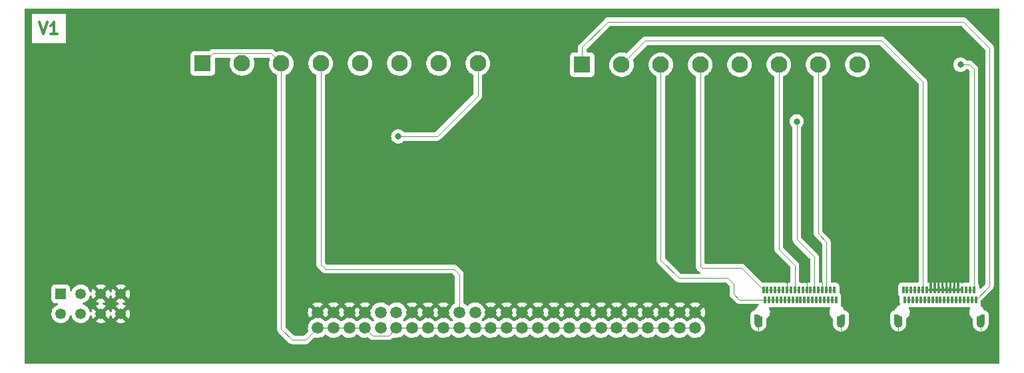
<source format=gbr>
G04 #@! TF.GenerationSoftware,KiCad,Pcbnew,(5.99.0-9973-gfb99c55869)*
G04 #@! TF.CreationDate,2022-03-18T17:34:01-07:00*
G04 #@! TF.ProjectId,v1,76312e6b-6963-4616-945f-706362585858,rev?*
G04 #@! TF.SameCoordinates,Original*
G04 #@! TF.FileFunction,Copper,L1,Top*
G04 #@! TF.FilePolarity,Positive*
%FSLAX46Y46*%
G04 Gerber Fmt 4.6, Leading zero omitted, Abs format (unit mm)*
G04 Created by KiCad (PCBNEW (5.99.0-9973-gfb99c55869)) date 2022-03-18 17:34:01*
%MOMM*%
%LPD*%
G01*
G04 APERTURE LIST*
%ADD10C,0.300000*%
G04 #@! TA.AperFunction,NonConductor*
%ADD11C,0.300000*%
G04 #@! TD*
G04 #@! TA.AperFunction,ComponentPad*
%ADD12R,1.350000X1.350000*%
G04 #@! TD*
G04 #@! TA.AperFunction,ComponentPad*
%ADD13C,1.350000*%
G04 #@! TD*
G04 #@! TA.AperFunction,ComponentPad*
%ADD14R,2.100000X2.100000*%
G04 #@! TD*
G04 #@! TA.AperFunction,ComponentPad*
%ADD15C,2.100000*%
G04 #@! TD*
G04 #@! TA.AperFunction,SMDPad,CuDef*
%ADD16R,0.300000X0.850000*%
G04 #@! TD*
G04 #@! TA.AperFunction,ComponentPad*
%ADD17C,1.000000*%
G04 #@! TD*
G04 #@! TA.AperFunction,ComponentPad*
%ADD18C,1.489990*%
G04 #@! TD*
G04 #@! TA.AperFunction,ViaPad*
%ADD19C,0.800000*%
G04 #@! TD*
G04 #@! TA.AperFunction,Conductor*
%ADD20C,0.076200*%
G04 #@! TD*
G04 APERTURE END LIST*
D10*
D11*
X83113714Y-100270571D02*
X83613714Y-101770571D01*
X84113714Y-100270571D01*
X85399428Y-101770571D02*
X84542285Y-101770571D01*
X84970857Y-101770571D02*
X84970857Y-100270571D01*
X84828000Y-100484857D01*
X84685142Y-100627714D01*
X84542285Y-100699142D01*
G36*
X203337000Y-138640000D02*
G01*
X203336000Y-138666000D01*
X203334000Y-138692000D01*
X203331000Y-138718000D01*
X203326000Y-138744000D01*
X203320000Y-138769000D01*
X203313000Y-138795000D01*
X203304000Y-138819000D01*
X203294000Y-138843000D01*
X203283000Y-138867000D01*
X203270000Y-138890000D01*
X203242000Y-138934000D01*
X203226000Y-138955000D01*
X203209000Y-138975000D01*
X203191000Y-138994000D01*
X203172000Y-139012000D01*
X203152000Y-139029000D01*
X203131000Y-139045000D01*
X203087000Y-139073000D01*
X203064000Y-139086000D01*
X203040000Y-139097000D01*
X203016000Y-139107000D01*
X202992000Y-139116000D01*
X202966000Y-139123000D01*
X202941000Y-139129000D01*
X202915000Y-139134000D01*
X202889000Y-139137000D01*
X202863000Y-139139000D01*
X202837000Y-139140000D01*
X202811000Y-139139000D01*
X202785000Y-139137000D01*
X202759000Y-139134000D01*
X202733000Y-139129000D01*
X202708000Y-139123000D01*
X202682000Y-139116000D01*
X202658000Y-139107000D01*
X202634000Y-139097000D01*
X202610000Y-139086000D01*
X202587000Y-139073000D01*
X202543000Y-139045000D01*
X202522000Y-139029000D01*
X202502000Y-139012000D01*
X202483000Y-138994000D01*
X202465000Y-138975000D01*
X202448000Y-138955000D01*
X202432000Y-138934000D01*
X202404000Y-138890000D01*
X202391000Y-138867000D01*
X202380000Y-138843000D01*
X202370000Y-138819000D01*
X202361000Y-138795000D01*
X202354000Y-138769000D01*
X202348000Y-138744000D01*
X202343000Y-138718000D01*
X202340000Y-138692000D01*
X202338000Y-138666000D01*
X202337000Y-138640000D01*
X202337000Y-137760000D01*
X202356000Y-137760000D01*
X202375000Y-137759000D01*
X202415000Y-137755000D01*
X202435000Y-137752000D01*
X202454000Y-137748000D01*
X202474000Y-137744000D01*
X202493000Y-137739000D01*
X202531000Y-137727000D01*
X202550000Y-137720000D01*
X202568000Y-137713000D01*
X202587000Y-137705000D01*
X202605000Y-137696000D01*
X202622000Y-137687000D01*
X202640000Y-137677000D01*
X202657000Y-137667000D01*
X202689000Y-137645000D01*
X202705000Y-137633000D01*
X202721000Y-137620000D01*
X202736000Y-137607000D01*
X202750000Y-137594000D01*
X202765000Y-137580000D01*
X202778000Y-137565000D01*
X202792000Y-137550000D01*
X202804000Y-137535000D01*
X202828000Y-137503000D01*
X202837000Y-137490000D01*
X203337000Y-137490000D01*
X203337000Y-138640000D01*
G37*
G36*
X192396000Y-137503000D02*
G01*
X192420000Y-137535000D01*
X192432000Y-137550000D01*
X192446000Y-137565000D01*
X192459000Y-137580000D01*
X192474000Y-137594000D01*
X192488000Y-137607000D01*
X192503000Y-137620000D01*
X192519000Y-137633000D01*
X192535000Y-137645000D01*
X192567000Y-137667000D01*
X192584000Y-137677000D01*
X192602000Y-137687000D01*
X192619000Y-137696000D01*
X192637000Y-137705000D01*
X192656000Y-137713000D01*
X192674000Y-137721000D01*
X192731000Y-137739000D01*
X192750000Y-137744000D01*
X192770000Y-137748000D01*
X192789000Y-137752000D01*
X192809000Y-137755000D01*
X192829000Y-137757000D01*
X192848000Y-137759000D01*
X192868000Y-137760000D01*
X192887000Y-137760000D01*
X192887000Y-138640000D01*
X192886000Y-138666000D01*
X192884000Y-138692000D01*
X192881000Y-138718000D01*
X192876000Y-138744000D01*
X192870000Y-138769000D01*
X192863000Y-138795000D01*
X192854000Y-138819000D01*
X192844000Y-138843000D01*
X192833000Y-138867000D01*
X192820000Y-138890000D01*
X192792000Y-138934000D01*
X192776000Y-138955000D01*
X192759000Y-138975000D01*
X192741000Y-138994000D01*
X192722000Y-139012000D01*
X192702000Y-139029000D01*
X192681000Y-139045000D01*
X192637000Y-139073000D01*
X192614000Y-139086000D01*
X192590000Y-139097000D01*
X192566000Y-139107000D01*
X192542000Y-139116000D01*
X192516000Y-139123000D01*
X192491000Y-139129000D01*
X192465000Y-139134000D01*
X192439000Y-139137000D01*
X192413000Y-139139000D01*
X192387000Y-139140000D01*
X192361000Y-139139000D01*
X192335000Y-139137000D01*
X192309000Y-139134000D01*
X192283000Y-139129000D01*
X192258000Y-139123000D01*
X192232000Y-139116000D01*
X192208000Y-139107000D01*
X192184000Y-139097000D01*
X192160000Y-139086000D01*
X192137000Y-139073000D01*
X192093000Y-139045000D01*
X192072000Y-139029000D01*
X192052000Y-139012000D01*
X192033000Y-138994000D01*
X192015000Y-138975000D01*
X191998000Y-138955000D01*
X191982000Y-138934000D01*
X191954000Y-138890000D01*
X191941000Y-138867000D01*
X191930000Y-138843000D01*
X191920000Y-138819000D01*
X191911000Y-138795000D01*
X191904000Y-138769000D01*
X191898000Y-138744000D01*
X191893000Y-138718000D01*
X191890000Y-138692000D01*
X191888000Y-138666000D01*
X191887000Y-138640000D01*
X191887000Y-137490000D01*
X192387000Y-137490000D01*
X192396000Y-137503000D01*
G37*
G36*
X185557000Y-138640000D02*
G01*
X185556000Y-138666000D01*
X185554000Y-138692000D01*
X185551000Y-138718000D01*
X185546000Y-138744000D01*
X185540000Y-138769000D01*
X185533000Y-138795000D01*
X185524000Y-138819000D01*
X185514000Y-138843000D01*
X185503000Y-138867000D01*
X185490000Y-138890000D01*
X185462000Y-138934000D01*
X185446000Y-138955000D01*
X185429000Y-138975000D01*
X185411000Y-138994000D01*
X185392000Y-139012000D01*
X185372000Y-139029000D01*
X185351000Y-139045000D01*
X185307000Y-139073000D01*
X185284000Y-139086000D01*
X185260000Y-139097000D01*
X185236000Y-139107000D01*
X185212000Y-139116000D01*
X185186000Y-139123000D01*
X185161000Y-139129000D01*
X185135000Y-139134000D01*
X185109000Y-139137000D01*
X185083000Y-139139000D01*
X185057000Y-139140000D01*
X185031000Y-139139000D01*
X185005000Y-139137000D01*
X184979000Y-139134000D01*
X184953000Y-139129000D01*
X184928000Y-139123000D01*
X184902000Y-139116000D01*
X184878000Y-139107000D01*
X184854000Y-139097000D01*
X184830000Y-139086000D01*
X184807000Y-139073000D01*
X184763000Y-139045000D01*
X184742000Y-139029000D01*
X184722000Y-139012000D01*
X184703000Y-138994000D01*
X184685000Y-138975000D01*
X184668000Y-138955000D01*
X184652000Y-138934000D01*
X184624000Y-138890000D01*
X184611000Y-138867000D01*
X184600000Y-138843000D01*
X184590000Y-138819000D01*
X184581000Y-138795000D01*
X184574000Y-138769000D01*
X184568000Y-138744000D01*
X184563000Y-138718000D01*
X184560000Y-138692000D01*
X184558000Y-138666000D01*
X184557000Y-138640000D01*
X184557000Y-137760000D01*
X184576000Y-137760000D01*
X184595000Y-137759000D01*
X184635000Y-137755000D01*
X184655000Y-137752000D01*
X184674000Y-137748000D01*
X184694000Y-137744000D01*
X184713000Y-137739000D01*
X184751000Y-137727000D01*
X184770000Y-137720000D01*
X184788000Y-137713000D01*
X184807000Y-137705000D01*
X184825000Y-137696000D01*
X184842000Y-137687000D01*
X184860000Y-137677000D01*
X184877000Y-137667000D01*
X184909000Y-137645000D01*
X184925000Y-137633000D01*
X184941000Y-137620000D01*
X184956000Y-137607000D01*
X184970000Y-137594000D01*
X184985000Y-137580000D01*
X184998000Y-137565000D01*
X185012000Y-137550000D01*
X185024000Y-137535000D01*
X185048000Y-137503000D01*
X185057000Y-137490000D01*
X185557000Y-137490000D01*
X185557000Y-138640000D01*
G37*
G36*
X174616000Y-137503000D02*
G01*
X174640000Y-137535000D01*
X174652000Y-137550000D01*
X174666000Y-137565000D01*
X174679000Y-137580000D01*
X174694000Y-137594000D01*
X174708000Y-137607000D01*
X174723000Y-137620000D01*
X174739000Y-137633000D01*
X174755000Y-137645000D01*
X174787000Y-137667000D01*
X174804000Y-137677000D01*
X174822000Y-137687000D01*
X174839000Y-137696000D01*
X174857000Y-137705000D01*
X174876000Y-137713000D01*
X174894000Y-137721000D01*
X174951000Y-137739000D01*
X174970000Y-137744000D01*
X174990000Y-137748000D01*
X175009000Y-137752000D01*
X175029000Y-137755000D01*
X175049000Y-137757000D01*
X175068000Y-137759000D01*
X175088000Y-137760000D01*
X175107000Y-137760000D01*
X175107000Y-138640000D01*
X175106000Y-138666000D01*
X175104000Y-138692000D01*
X175101000Y-138718000D01*
X175096000Y-138744000D01*
X175090000Y-138769000D01*
X175083000Y-138795000D01*
X175074000Y-138819000D01*
X175064000Y-138843000D01*
X175053000Y-138867000D01*
X175040000Y-138890000D01*
X175012000Y-138934000D01*
X174996000Y-138955000D01*
X174979000Y-138975000D01*
X174961000Y-138994000D01*
X174942000Y-139012000D01*
X174922000Y-139029000D01*
X174901000Y-139045000D01*
X174857000Y-139073000D01*
X174834000Y-139086000D01*
X174810000Y-139097000D01*
X174786000Y-139107000D01*
X174762000Y-139116000D01*
X174736000Y-139123000D01*
X174711000Y-139129000D01*
X174685000Y-139134000D01*
X174659000Y-139137000D01*
X174633000Y-139139000D01*
X174607000Y-139140000D01*
X174581000Y-139139000D01*
X174555000Y-139137000D01*
X174529000Y-139134000D01*
X174503000Y-139129000D01*
X174478000Y-139123000D01*
X174452000Y-139116000D01*
X174428000Y-139107000D01*
X174404000Y-139097000D01*
X174380000Y-139086000D01*
X174357000Y-139073000D01*
X174313000Y-139045000D01*
X174292000Y-139029000D01*
X174272000Y-139012000D01*
X174253000Y-138994000D01*
X174235000Y-138975000D01*
X174218000Y-138955000D01*
X174202000Y-138934000D01*
X174174000Y-138890000D01*
X174161000Y-138867000D01*
X174150000Y-138843000D01*
X174140000Y-138819000D01*
X174131000Y-138795000D01*
X174124000Y-138769000D01*
X174118000Y-138744000D01*
X174113000Y-138718000D01*
X174110000Y-138692000D01*
X174108000Y-138666000D01*
X174107000Y-138640000D01*
X174107000Y-137490000D01*
X174607000Y-137490000D01*
X174616000Y-137503000D01*
G37*
D12*
X85869501Y-134847508D03*
D13*
X85869501Y-137387508D03*
X88409501Y-134847508D03*
X88409501Y-137387508D03*
X90949501Y-134847508D03*
X90949501Y-137387508D03*
X93489501Y-134847508D03*
X93489501Y-137387508D03*
D14*
X103912000Y-105518500D03*
D15*
X108912000Y-105518500D03*
X113912000Y-105518500D03*
X118912000Y-105518500D03*
X123912000Y-105518500D03*
X128912000Y-105518500D03*
X133912000Y-105518500D03*
X138912000Y-105518500D03*
D16*
X192997000Y-134335000D03*
X193497000Y-134335000D03*
X193997000Y-134335000D03*
X194497000Y-134335000D03*
X194997000Y-134335000D03*
X195497000Y-134335000D03*
X195997000Y-134335000D03*
X196497000Y-134335000D03*
X196997000Y-134335000D03*
X197497000Y-134335000D03*
X197997000Y-134335000D03*
X198497000Y-134335000D03*
X198997000Y-134335000D03*
X199497000Y-134335000D03*
X199997000Y-134335000D03*
X200497000Y-134335000D03*
X200997000Y-134335000D03*
X201497000Y-134335000D03*
X201997000Y-134335000D03*
X193227000Y-135585000D03*
X193727000Y-135585000D03*
X194227000Y-135585000D03*
X194727000Y-135585000D03*
X195227000Y-135585000D03*
X195727000Y-135585000D03*
X196227000Y-135585000D03*
X196727000Y-135585000D03*
X197227000Y-135585000D03*
X197727000Y-135585000D03*
X198227000Y-135585000D03*
X198727000Y-135585000D03*
X199227000Y-135585000D03*
X199727000Y-135585000D03*
X200227000Y-135585000D03*
X200727000Y-135585000D03*
X201227000Y-135585000D03*
X201727000Y-135585000D03*
X202227000Y-135585000D03*
D17*
X192387000Y-138640000D03*
X202837000Y-138640000D03*
D16*
X175217000Y-134335000D03*
X175717000Y-134335000D03*
X176217000Y-134335000D03*
X176717000Y-134335000D03*
X177217000Y-134335000D03*
X177717000Y-134335000D03*
X178217000Y-134335000D03*
X178717000Y-134335000D03*
X179217000Y-134335000D03*
X179717000Y-134335000D03*
X180217000Y-134335000D03*
X180717000Y-134335000D03*
X181217000Y-134335000D03*
X181717000Y-134335000D03*
X182217000Y-134335000D03*
X182717000Y-134335000D03*
X183217000Y-134335000D03*
X183717000Y-134335000D03*
X184217000Y-134335000D03*
X175447000Y-135585000D03*
X175947000Y-135585000D03*
X176447000Y-135585000D03*
X176947000Y-135585000D03*
X177447000Y-135585000D03*
X177947000Y-135585000D03*
X178447000Y-135585000D03*
X178947000Y-135585000D03*
X179447000Y-135585000D03*
X179947000Y-135585000D03*
X180447000Y-135585000D03*
X180947000Y-135585000D03*
X181447000Y-135585000D03*
X181947000Y-135585000D03*
X182447000Y-135585000D03*
X182947000Y-135585000D03*
X183447000Y-135585000D03*
X183947000Y-135585000D03*
X184447000Y-135585000D03*
D17*
X174607000Y-138640000D03*
X185057000Y-138640000D03*
D14*
X152172000Y-105664000D03*
D15*
X157172000Y-105664000D03*
X162172000Y-105664000D03*
X167172000Y-105664000D03*
X172172000Y-105664000D03*
X177172000Y-105664000D03*
X182172000Y-105664000D03*
X187172000Y-105664000D03*
D18*
X166553000Y-139192000D03*
X166553000Y-137192004D03*
X164553000Y-139192000D03*
X164553000Y-137192004D03*
X162553000Y-139192000D03*
X162553000Y-137192004D03*
X160553000Y-139192000D03*
X160553000Y-137192004D03*
X158553000Y-139192000D03*
X158553000Y-137192004D03*
X156553000Y-139192000D03*
X156553000Y-137192004D03*
X154553000Y-139192000D03*
X154553000Y-137192004D03*
X152553000Y-139192000D03*
X152553000Y-137192004D03*
X150553010Y-139192000D03*
X150553010Y-137192004D03*
X148552990Y-139192000D03*
X148552990Y-137192004D03*
X146552990Y-139192000D03*
X146552990Y-137192004D03*
X144553000Y-139192000D03*
X144553000Y-137192004D03*
X142553000Y-139192000D03*
X142553000Y-137192004D03*
X140553000Y-139192000D03*
X140553000Y-137192004D03*
X138553010Y-139192000D03*
X138553010Y-137192004D03*
X136553010Y-139192000D03*
X136553010Y-137192004D03*
X134552990Y-139192000D03*
X134552990Y-137192004D03*
X132553000Y-139192000D03*
X132553000Y-137192004D03*
X130553000Y-139192000D03*
X130553000Y-137192004D03*
X128553000Y-139192000D03*
X128553000Y-137192004D03*
X126553000Y-139192000D03*
X126553000Y-137192004D03*
X124553000Y-139192000D03*
X124553000Y-137192004D03*
X122553000Y-139192000D03*
X122553000Y-137192004D03*
X120553000Y-139192000D03*
X120553000Y-137192004D03*
X118553000Y-139192000D03*
X118553000Y-137192004D03*
D19*
X179451000Y-112903000D03*
X128778000Y-114808000D03*
X200279000Y-105664000D03*
D20*
X195997000Y-134335000D02*
X196497000Y-134335000D01*
X200497000Y-134335000D02*
X199997000Y-134335000D01*
X202837000Y-140353000D02*
X202946000Y-140462000D01*
X202837000Y-138640000D02*
X202837000Y-140353000D01*
X192387000Y-140317000D02*
X192532000Y-140462000D01*
X192387000Y-138640000D02*
X192387000Y-140317000D01*
X174607000Y-139809000D02*
X174625000Y-139827000D01*
X174607000Y-138640000D02*
X174607000Y-139809000D01*
X185057000Y-139809000D02*
X185039000Y-139827000D01*
X185057000Y-138640000D02*
X185057000Y-139809000D01*
X182717000Y-133441000D02*
X182717000Y-134335000D01*
X182717000Y-133441000D02*
X182499000Y-133223000D01*
X182217000Y-134335000D02*
X182717000Y-134335000D01*
X180217000Y-134335000D02*
X180717000Y-134335000D01*
X178717000Y-134335000D02*
X178217000Y-134335000D01*
X178217000Y-133259000D02*
X178181000Y-133223000D01*
X178217000Y-134335000D02*
X178217000Y-133259000D01*
X180717000Y-133227000D02*
X180721000Y-133223000D01*
X180717000Y-134335000D02*
X180717000Y-133227000D01*
X181717000Y-134335000D02*
X181217000Y-134335000D01*
X181717000Y-130155000D02*
X181717000Y-134335000D01*
X179451000Y-112903000D02*
X179451000Y-127889000D01*
X179451000Y-127889000D02*
X181717000Y-130155000D01*
X179217000Y-134335000D02*
X179717000Y-134335000D01*
X179217000Y-131211000D02*
X179217000Y-134335000D01*
X177172000Y-105664000D02*
X177172000Y-129166000D01*
X177172000Y-129166000D02*
X179217000Y-131211000D01*
X201422000Y-105664000D02*
X200279000Y-105664000D01*
X201997000Y-134335000D02*
X200997000Y-134335000D01*
X201997000Y-106239000D02*
X201997000Y-134335000D01*
X201422000Y-105664000D02*
X201997000Y-106239000D01*
X183217000Y-134335000D02*
X184217000Y-134335000D01*
X183217000Y-128226000D02*
X183217000Y-134335000D01*
X182172000Y-105664000D02*
X182172000Y-127181000D01*
X182172000Y-127181000D02*
X183217000Y-128226000D01*
X175217000Y-134335000D02*
X177717000Y-134335000D01*
X167172000Y-131358000D02*
X167386000Y-131572000D01*
X167172000Y-105664000D02*
X167172000Y-131358000D01*
X172454000Y-131572000D02*
X175217000Y-134335000D01*
X167386000Y-131572000D02*
X172454000Y-131572000D01*
X175447000Y-135585000D02*
X184447000Y-135585000D01*
X172161000Y-135585000D02*
X175447000Y-135585000D01*
X162172000Y-105664000D02*
X162172000Y-130549000D01*
X170688000Y-132842000D02*
X171450000Y-133604000D01*
X162172000Y-130549000D02*
X164465000Y-132842000D01*
X164465000Y-132842000D02*
X170688000Y-132842000D01*
X171450000Y-133604000D02*
X171450000Y-134874000D01*
X171450000Y-134874000D02*
X172161000Y-135585000D01*
X192997000Y-134335000D02*
X195497000Y-134335000D01*
X160220000Y-102616000D02*
X190246000Y-102616000D01*
X195497000Y-107867000D02*
X195497000Y-134335000D01*
X157172000Y-105664000D02*
X160220000Y-102616000D01*
X190246000Y-102616000D02*
X195497000Y-107867000D01*
X202227000Y-135585000D02*
X193227000Y-135585000D01*
X200660000Y-100203000D02*
X203962000Y-103505000D01*
X155448000Y-100203000D02*
X200660000Y-100203000D01*
X152172000Y-105664000D02*
X152172000Y-103479000D01*
X152172000Y-103479000D02*
X155448000Y-100203000D01*
X203962000Y-103505000D02*
X203962000Y-133850000D01*
X203962000Y-133850000D02*
X202227000Y-135585000D01*
X137160000Y-111379000D02*
X133731000Y-114808000D01*
X138912000Y-105518500D02*
X138912000Y-109627000D01*
X133731000Y-114808000D02*
X128778000Y-114808000D01*
X138912000Y-109627000D02*
X137160000Y-111379000D01*
X135890000Y-131699000D02*
X119507000Y-131699000D01*
X118912000Y-131104000D02*
X119507000Y-131699000D01*
X118912000Y-105518500D02*
X118912000Y-131104000D01*
X136553010Y-137192004D02*
X136553010Y-132362010D01*
X136553010Y-132362010D02*
X135890000Y-131699000D01*
X128553000Y-139192000D02*
X166553000Y-139192000D01*
X124553000Y-139192000D02*
X125536106Y-140175106D01*
X125536106Y-140175106D02*
X127569894Y-140175106D01*
X127569894Y-140175106D02*
X128553000Y-139192000D01*
X118553000Y-139192000D02*
X124553000Y-139192000D01*
X113912000Y-139312000D02*
X115316000Y-140716000D01*
X117029000Y-140716000D02*
X118553000Y-139192000D01*
X113912000Y-105518500D02*
X113912000Y-139312000D01*
X115316000Y-140716000D02*
X117029000Y-140716000D01*
X103912000Y-105518500D02*
X105200111Y-104230389D01*
X112623889Y-104230389D02*
X113912000Y-105518500D01*
X105200111Y-104230389D02*
X112623889Y-104230389D01*
G04 #@! TA.AperFunction,Conductor*
G36*
X205174121Y-98572002D02*
G01*
X205220614Y-98625658D01*
X205232000Y-98678000D01*
X205232000Y-143638000D01*
X205211998Y-143706121D01*
X205158342Y-143752614D01*
X205106000Y-143764000D01*
X81406000Y-143764000D01*
X81337879Y-143743998D01*
X81291386Y-143690342D01*
X81280000Y-143638000D01*
X81280000Y-134172508D01*
X84681001Y-134172508D01*
X84681001Y-135522508D01*
X84686228Y-135595587D01*
X84694396Y-135623404D01*
X84713335Y-135687904D01*
X84727405Y-135735824D01*
X84732276Y-135743403D01*
X84801552Y-135851199D01*
X84801554Y-135851202D01*
X84806424Y-135858779D01*
X84813234Y-135864680D01*
X84910070Y-135948590D01*
X84910073Y-135948592D01*
X84916882Y-135954492D01*
X84925080Y-135958236D01*
X85024626Y-136003697D01*
X85049831Y-136015208D01*
X85058746Y-136016490D01*
X85058747Y-136016490D01*
X85190053Y-136035369D01*
X85190060Y-136035370D01*
X85194501Y-136036008D01*
X85407921Y-136036008D01*
X85476042Y-136056010D01*
X85522535Y-136109666D01*
X85532639Y-136179940D01*
X85503145Y-136244520D01*
X85451532Y-136280220D01*
X85357839Y-136314785D01*
X85170918Y-136425991D01*
X85153203Y-136441527D01*
X85011739Y-136565588D01*
X85011736Y-136565591D01*
X85007394Y-136569399D01*
X84872741Y-136740205D01*
X84870052Y-136745316D01*
X84870050Y-136745319D01*
X84774165Y-136927566D01*
X84771470Y-136932689D01*
X84724366Y-137084391D01*
X84709564Y-137132062D01*
X84706973Y-137140405D01*
X84681408Y-137356397D01*
X84695633Y-137573430D01*
X84697054Y-137579026D01*
X84697055Y-137579031D01*
X84747751Y-137778642D01*
X84749172Y-137784237D01*
X84751589Y-137789480D01*
X84833434Y-137967017D01*
X84840230Y-137981758D01*
X84965759Y-138159377D01*
X85121554Y-138311146D01*
X85126350Y-138314351D01*
X85126353Y-138314353D01*
X85228835Y-138382829D01*
X85302398Y-138431982D01*
X85307701Y-138434260D01*
X85307704Y-138434262D01*
X85385570Y-138467716D01*
X85502234Y-138517839D01*
X85714371Y-138565840D01*
X85720145Y-138566067D01*
X85720146Y-138566067D01*
X85763094Y-138567754D01*
X85931702Y-138574379D01*
X86146951Y-138543170D01*
X86152415Y-138541315D01*
X86152420Y-138541314D01*
X86347436Y-138475115D01*
X86347441Y-138475113D01*
X86352908Y-138473257D01*
X86358760Y-138469980D01*
X86435563Y-138426968D01*
X86542675Y-138366982D01*
X86548245Y-138362350D01*
X86705465Y-138231590D01*
X86709897Y-138227904D01*
X86739373Y-138192463D01*
X86845281Y-138065124D01*
X86845283Y-138065121D01*
X86848975Y-138060682D01*
X86919850Y-137934126D01*
X86952426Y-137875958D01*
X86952427Y-137875956D01*
X86955250Y-137870915D01*
X87017920Y-137686294D01*
X87022125Y-137673908D01*
X87062962Y-137615832D01*
X87128715Y-137589054D01*
X87198507Y-137602075D01*
X87250181Y-137650762D01*
X87263561Y-137683395D01*
X87287750Y-137778640D01*
X87287751Y-137778642D01*
X87289172Y-137784237D01*
X87291589Y-137789480D01*
X87373434Y-137967017D01*
X87380230Y-137981758D01*
X87505759Y-138159377D01*
X87661554Y-138311146D01*
X87666350Y-138314351D01*
X87666353Y-138314353D01*
X87768835Y-138382829D01*
X87842398Y-138431982D01*
X87847701Y-138434260D01*
X87847704Y-138434262D01*
X87925570Y-138467716D01*
X88042234Y-138517839D01*
X88254371Y-138565840D01*
X88260145Y-138566067D01*
X88260146Y-138566067D01*
X88303094Y-138567754D01*
X88471702Y-138574379D01*
X88686951Y-138543170D01*
X88692415Y-138541315D01*
X88692420Y-138541314D01*
X88887436Y-138475115D01*
X88887441Y-138475113D01*
X88892908Y-138473257D01*
X88898760Y-138469980D01*
X88975563Y-138426968D01*
X89054378Y-138382829D01*
X90318540Y-138382829D01*
X90328422Y-138395318D01*
X90377832Y-138428333D01*
X90387945Y-138433824D01*
X90577086Y-138515085D01*
X90588019Y-138518637D01*
X90788799Y-138564069D01*
X90800209Y-138565571D01*
X91005908Y-138573653D01*
X91017390Y-138573051D01*
X91221120Y-138543512D01*
X91232303Y-138540827D01*
X91427236Y-138474656D01*
X91437739Y-138469980D01*
X91572589Y-138394461D01*
X91582452Y-138384386D01*
X91581852Y-138382829D01*
X92858540Y-138382829D01*
X92868422Y-138395318D01*
X92917832Y-138428333D01*
X92927945Y-138433824D01*
X93117086Y-138515085D01*
X93128019Y-138518637D01*
X93328799Y-138564069D01*
X93340209Y-138565571D01*
X93545908Y-138573653D01*
X93557390Y-138573051D01*
X93761120Y-138543512D01*
X93772303Y-138540827D01*
X93967236Y-138474656D01*
X93977739Y-138469980D01*
X94112589Y-138394461D01*
X94122452Y-138384386D01*
X94119496Y-138376714D01*
X93502312Y-137759529D01*
X93488369Y-137751916D01*
X93486535Y-137752047D01*
X93479921Y-137756298D01*
X92864733Y-138371487D01*
X92858540Y-138382829D01*
X91581852Y-138382829D01*
X91579496Y-138376714D01*
X90962312Y-137759529D01*
X90948369Y-137751916D01*
X90946535Y-137752047D01*
X90939921Y-137756298D01*
X90324733Y-138371487D01*
X90318540Y-138382829D01*
X89054378Y-138382829D01*
X89082675Y-138366982D01*
X89088245Y-138362350D01*
X89245465Y-138231590D01*
X89249897Y-138227904D01*
X89279373Y-138192463D01*
X89385281Y-138065124D01*
X89385283Y-138065121D01*
X89388975Y-138060682D01*
X89459850Y-137934126D01*
X89492426Y-137875958D01*
X89492427Y-137875956D01*
X89495250Y-137870915D01*
X89556624Y-137690112D01*
X89562419Y-137673042D01*
X89603256Y-137614966D01*
X89669009Y-137588188D01*
X89738801Y-137601209D01*
X89790475Y-137649896D01*
X89803855Y-137682529D01*
X89828221Y-137778471D01*
X89832062Y-137789318D01*
X89918245Y-137976263D01*
X89923996Y-137986224D01*
X89941523Y-138011024D01*
X89952113Y-138019413D01*
X89965412Y-138012386D01*
X90577480Y-137400319D01*
X90583857Y-137388640D01*
X91313909Y-137388640D01*
X91314040Y-137390474D01*
X91318291Y-137397088D01*
X91934796Y-138013592D01*
X91947171Y-138020349D01*
X91953751Y-138015423D01*
X92031973Y-137875746D01*
X92036649Y-137865243D01*
X92102193Y-137672155D01*
X92143030Y-137614079D01*
X92208782Y-137587300D01*
X92278575Y-137600321D01*
X92330248Y-137649008D01*
X92343629Y-137681641D01*
X92368221Y-137778471D01*
X92372062Y-137789318D01*
X92458245Y-137976263D01*
X92463996Y-137986224D01*
X92481523Y-138011024D01*
X92492113Y-138019413D01*
X92505412Y-138012386D01*
X93117480Y-137400319D01*
X93123857Y-137388640D01*
X93853909Y-137388640D01*
X93854040Y-137390474D01*
X93858291Y-137397088D01*
X94474796Y-138013592D01*
X94487171Y-138020349D01*
X94493751Y-138015423D01*
X94571973Y-137875746D01*
X94576649Y-137865243D01*
X94642820Y-137670310D01*
X94645505Y-137659127D01*
X94675340Y-137453357D01*
X94675970Y-137445974D01*
X94677404Y-137391212D01*
X94677161Y-137383813D01*
X94658137Y-137176769D01*
X94656039Y-137165448D01*
X94600164Y-136967331D01*
X94596039Y-136956584D01*
X94504992Y-136771958D01*
X94499109Y-136762358D01*
X94487911Y-136753955D01*
X94475495Y-136760725D01*
X93861522Y-137374697D01*
X93853909Y-137388640D01*
X93123857Y-137388640D01*
X93125093Y-137386376D01*
X93124962Y-137384542D01*
X93120711Y-137377928D01*
X92502555Y-136759773D01*
X92490180Y-136753016D01*
X92484214Y-136757482D01*
X92394624Y-136927764D01*
X92390219Y-136938398D01*
X92339123Y-137102953D01*
X92299820Y-137162078D01*
X92234790Y-137190569D01*
X92164681Y-137179379D01*
X92111751Y-137132062D01*
X92097521Y-137099790D01*
X92060164Y-136967331D01*
X92056039Y-136956584D01*
X91964992Y-136771958D01*
X91959109Y-136762358D01*
X91947911Y-136753955D01*
X91935495Y-136760725D01*
X91321522Y-137374697D01*
X91313909Y-137388640D01*
X90583857Y-137388640D01*
X90585093Y-137386376D01*
X90584962Y-137384542D01*
X90580711Y-137377928D01*
X89962555Y-136759773D01*
X89950180Y-136753016D01*
X89944214Y-136757482D01*
X89854624Y-136927764D01*
X89850219Y-136938398D01*
X89799394Y-137102081D01*
X89760091Y-137161206D01*
X89695061Y-137189697D01*
X89624952Y-137178507D01*
X89572022Y-137131190D01*
X89557792Y-137098918D01*
X89551947Y-137078193D01*
X89519061Y-136961588D01*
X89452984Y-136827596D01*
X89425419Y-136771698D01*
X89425416Y-136771694D01*
X89422864Y-136766518D01*
X89371885Y-136698248D01*
X89296182Y-136596870D01*
X89296181Y-136596869D01*
X89292729Y-136592246D01*
X89288493Y-136588330D01*
X89137255Y-136448528D01*
X89137253Y-136448526D01*
X89133014Y-136444608D01*
X89048862Y-136391512D01*
X90317618Y-136391512D01*
X90321104Y-136399900D01*
X90936690Y-137015487D01*
X90950633Y-137023100D01*
X90952467Y-137022969D01*
X90959081Y-137018718D01*
X91574114Y-136403684D01*
X91580760Y-136391512D01*
X92857618Y-136391512D01*
X92861104Y-136399900D01*
X93476690Y-137015487D01*
X93490633Y-137023100D01*
X93492467Y-137022969D01*
X93499081Y-137018718D01*
X94114114Y-136403684D01*
X94120871Y-136391309D01*
X94114841Y-136383253D01*
X94033722Y-136332071D01*
X94023479Y-136326853D01*
X93832275Y-136250570D01*
X93821249Y-136247304D01*
X93793765Y-136241837D01*
X93730856Y-136208929D01*
X93695724Y-136147234D01*
X93699524Y-136076340D01*
X93741050Y-136018754D01*
X93777846Y-135998945D01*
X93967236Y-135934656D01*
X93977739Y-135929980D01*
X94112589Y-135854461D01*
X94122452Y-135844386D01*
X94119496Y-135836714D01*
X93502312Y-135219529D01*
X93488369Y-135211916D01*
X93486535Y-135212047D01*
X93479921Y-135216298D01*
X92864733Y-135831487D01*
X92858540Y-135842829D01*
X92868422Y-135855318D01*
X92917832Y-135888333D01*
X92927945Y-135893824D01*
X93117086Y-135975085D01*
X93128017Y-135978636D01*
X93189987Y-135992659D01*
X93252013Y-136027202D01*
X93285517Y-136089796D01*
X93279863Y-136160567D01*
X93236844Y-136217046D01*
X93192828Y-136235764D01*
X93193297Y-136237515D01*
X93176601Y-136241989D01*
X92983470Y-136313239D01*
X92973092Y-136318189D01*
X92867216Y-136381179D01*
X92857618Y-136391512D01*
X91580760Y-136391512D01*
X91580871Y-136391309D01*
X91574841Y-136383253D01*
X91493722Y-136332071D01*
X91483479Y-136326853D01*
X91292275Y-136250570D01*
X91281249Y-136247304D01*
X91253765Y-136241837D01*
X91190856Y-136208929D01*
X91155724Y-136147234D01*
X91159524Y-136076340D01*
X91201050Y-136018754D01*
X91237846Y-135998945D01*
X91427236Y-135934656D01*
X91437739Y-135929980D01*
X91572589Y-135854461D01*
X91582452Y-135844386D01*
X91579496Y-135836714D01*
X90962312Y-135219529D01*
X90948369Y-135211916D01*
X90946535Y-135212047D01*
X90939921Y-135216298D01*
X90324733Y-135831487D01*
X90318540Y-135842829D01*
X90328422Y-135855318D01*
X90377832Y-135888333D01*
X90387945Y-135893824D01*
X90577086Y-135975085D01*
X90588017Y-135978636D01*
X90649987Y-135992659D01*
X90712013Y-136027202D01*
X90745517Y-136089796D01*
X90739863Y-136160567D01*
X90696844Y-136217046D01*
X90652828Y-136235764D01*
X90653297Y-136237515D01*
X90636601Y-136241989D01*
X90443470Y-136313239D01*
X90433092Y-136318189D01*
X90327216Y-136381179D01*
X90317618Y-136391512D01*
X89048862Y-136391512D01*
X88953949Y-136331626D01*
X88949069Y-136328547D01*
X88747053Y-136247951D01*
X88741390Y-136246824D01*
X88741388Y-136246824D01*
X88717080Y-136241989D01*
X88715687Y-136241712D01*
X88652777Y-136208805D01*
X88617644Y-136147111D01*
X88621444Y-136076216D01*
X88662969Y-136018629D01*
X88699766Y-135998820D01*
X88887436Y-135935115D01*
X88887441Y-135935113D01*
X88892908Y-135933257D01*
X88898760Y-135929980D01*
X88973125Y-135888333D01*
X89082675Y-135826982D01*
X89114965Y-135800127D01*
X89245465Y-135691590D01*
X89249897Y-135687904D01*
X89275701Y-135656878D01*
X89385281Y-135525124D01*
X89385283Y-135525121D01*
X89388975Y-135520682D01*
X89495250Y-135330915D01*
X89556932Y-135149206D01*
X89562419Y-135133042D01*
X89603256Y-135074966D01*
X89669009Y-135048188D01*
X89738801Y-135061209D01*
X89790475Y-135109896D01*
X89803855Y-135142529D01*
X89828221Y-135238471D01*
X89832062Y-135249318D01*
X89918245Y-135436263D01*
X89923996Y-135446224D01*
X89941523Y-135471024D01*
X89952113Y-135479413D01*
X89965412Y-135472386D01*
X90577480Y-134860319D01*
X90583857Y-134848640D01*
X91313909Y-134848640D01*
X91314040Y-134850474D01*
X91318291Y-134857088D01*
X91934796Y-135473592D01*
X91947171Y-135480349D01*
X91953751Y-135475423D01*
X92031973Y-135335746D01*
X92036649Y-135325243D01*
X92102193Y-135132155D01*
X92143030Y-135074079D01*
X92208782Y-135047300D01*
X92278575Y-135060321D01*
X92330248Y-135109008D01*
X92343629Y-135141641D01*
X92368221Y-135238471D01*
X92372062Y-135249318D01*
X92458245Y-135436263D01*
X92463996Y-135446224D01*
X92481523Y-135471024D01*
X92492113Y-135479413D01*
X92505412Y-135472386D01*
X93117480Y-134860319D01*
X93123857Y-134848640D01*
X93853909Y-134848640D01*
X93854040Y-134850474D01*
X93858291Y-134857088D01*
X94474796Y-135473592D01*
X94487171Y-135480349D01*
X94493751Y-135475423D01*
X94571973Y-135335746D01*
X94576649Y-135325243D01*
X94642820Y-135130310D01*
X94645505Y-135119127D01*
X94675340Y-134913357D01*
X94675970Y-134905974D01*
X94677404Y-134851212D01*
X94677161Y-134843813D01*
X94658137Y-134636769D01*
X94656039Y-134625448D01*
X94600164Y-134427331D01*
X94596039Y-134416584D01*
X94504992Y-134231958D01*
X94499109Y-134222358D01*
X94487911Y-134213955D01*
X94475495Y-134220725D01*
X93861522Y-134834697D01*
X93853909Y-134848640D01*
X93123857Y-134848640D01*
X93125093Y-134846376D01*
X93124962Y-134844542D01*
X93120711Y-134837928D01*
X92502555Y-134219773D01*
X92490180Y-134213016D01*
X92484214Y-134217482D01*
X92394624Y-134387764D01*
X92390219Y-134398398D01*
X92339123Y-134562953D01*
X92299820Y-134622078D01*
X92234790Y-134650569D01*
X92164681Y-134639379D01*
X92111751Y-134592062D01*
X92097521Y-134559790D01*
X92060164Y-134427331D01*
X92056039Y-134416584D01*
X91964992Y-134231958D01*
X91959109Y-134222358D01*
X91947911Y-134213955D01*
X91935495Y-134220725D01*
X91321522Y-134834697D01*
X91313909Y-134848640D01*
X90583857Y-134848640D01*
X90585093Y-134846376D01*
X90584962Y-134844542D01*
X90580711Y-134837928D01*
X89962555Y-134219773D01*
X89950180Y-134213016D01*
X89944214Y-134217482D01*
X89854624Y-134387764D01*
X89850219Y-134398398D01*
X89799394Y-134562081D01*
X89760091Y-134621206D01*
X89695061Y-134649697D01*
X89624952Y-134638507D01*
X89572022Y-134591190D01*
X89557792Y-134558918D01*
X89540244Y-134496699D01*
X89519061Y-134421588D01*
X89431849Y-134244737D01*
X89425419Y-134231698D01*
X89425416Y-134231694D01*
X89422864Y-134226518D01*
X89400364Y-134196386D01*
X89296182Y-134056870D01*
X89296181Y-134056869D01*
X89292729Y-134052246D01*
X89275970Y-134036754D01*
X89137255Y-133908528D01*
X89137253Y-133908526D01*
X89133014Y-133904608D01*
X89048862Y-133851512D01*
X90317618Y-133851512D01*
X90321104Y-133859900D01*
X90936690Y-134475487D01*
X90950633Y-134483100D01*
X90952467Y-134482969D01*
X90959081Y-134478718D01*
X91574114Y-133863684D01*
X91580760Y-133851512D01*
X92857618Y-133851512D01*
X92861104Y-133859900D01*
X93476690Y-134475487D01*
X93490633Y-134483100D01*
X93492467Y-134482969D01*
X93499081Y-134478718D01*
X94114114Y-133863684D01*
X94120871Y-133851309D01*
X94114841Y-133843253D01*
X94033722Y-133792071D01*
X94023479Y-133786853D01*
X93832275Y-133710570D01*
X93821247Y-133707303D01*
X93619348Y-133667143D01*
X93607902Y-133665940D01*
X93402074Y-133663246D01*
X93390594Y-133664149D01*
X93187721Y-133699009D01*
X93176601Y-133701989D01*
X92983470Y-133773239D01*
X92973092Y-133778189D01*
X92867216Y-133841179D01*
X92857618Y-133851512D01*
X91580760Y-133851512D01*
X91580871Y-133851309D01*
X91574841Y-133843253D01*
X91493722Y-133792071D01*
X91483479Y-133786853D01*
X91292275Y-133710570D01*
X91281247Y-133707303D01*
X91079348Y-133667143D01*
X91067902Y-133665940D01*
X90862074Y-133663246D01*
X90850594Y-133664149D01*
X90647721Y-133699009D01*
X90636601Y-133701989D01*
X90443470Y-133773239D01*
X90433092Y-133778189D01*
X90327216Y-133841179D01*
X90317618Y-133851512D01*
X89048862Y-133851512D01*
X88953949Y-133791626D01*
X88949069Y-133788547D01*
X88747053Y-133707951D01*
X88741393Y-133706825D01*
X88741389Y-133706824D01*
X88539400Y-133666646D01*
X88539397Y-133666646D01*
X88533733Y-133665519D01*
X88527958Y-133665443D01*
X88527954Y-133665443D01*
X88418842Y-133664015D01*
X88316252Y-133662672D01*
X88310555Y-133663651D01*
X88310554Y-133663651D01*
X88118312Y-133696684D01*
X88101895Y-133699505D01*
X87897839Y-133774785D01*
X87892878Y-133777737D01*
X87892877Y-133777737D01*
X87881625Y-133784431D01*
X87710918Y-133885991D01*
X87706575Y-133889800D01*
X87551739Y-134025588D01*
X87551736Y-134025591D01*
X87547394Y-134029399D01*
X87412741Y-134200205D01*
X87410052Y-134205316D01*
X87410050Y-134205319D01*
X87318940Y-134378491D01*
X87311470Y-134392689D01*
X87306839Y-134407604D01*
X87304334Y-134415671D01*
X87265031Y-134474796D01*
X87200002Y-134503287D01*
X87129892Y-134492097D01*
X87076962Y-134444780D01*
X87058001Y-134378307D01*
X87058001Y-134172508D01*
X87052774Y-134099429D01*
X87011597Y-133959192D01*
X86982872Y-133914496D01*
X86937450Y-133843817D01*
X86937448Y-133843814D01*
X86932578Y-133836237D01*
X86925768Y-133830336D01*
X86828932Y-133746426D01*
X86828929Y-133746424D01*
X86822120Y-133740524D01*
X86755481Y-133710091D01*
X86697365Y-133683550D01*
X86697364Y-133683550D01*
X86689171Y-133679808D01*
X86680256Y-133678526D01*
X86680255Y-133678526D01*
X86548949Y-133659647D01*
X86548942Y-133659646D01*
X86544501Y-133659008D01*
X85194501Y-133659008D01*
X85121422Y-133664235D01*
X85068385Y-133679808D01*
X84989831Y-133702873D01*
X84989829Y-133702874D01*
X84981185Y-133705412D01*
X84973606Y-133710283D01*
X84865810Y-133779559D01*
X84865807Y-133779561D01*
X84858230Y-133784431D01*
X84852329Y-133791241D01*
X84768419Y-133888077D01*
X84768417Y-133888080D01*
X84762517Y-133894889D01*
X84758773Y-133903087D01*
X84719282Y-133989561D01*
X84701801Y-134027838D01*
X84700519Y-134036753D01*
X84700519Y-134036754D01*
X84681640Y-134168060D01*
X84681639Y-134168067D01*
X84681001Y-134172508D01*
X81280000Y-134172508D01*
X81280000Y-104468500D01*
X102348500Y-104468500D01*
X102348500Y-106568500D01*
X102353727Y-106641579D01*
X102394904Y-106781816D01*
X102399775Y-106789395D01*
X102469051Y-106897191D01*
X102469053Y-106897194D01*
X102473923Y-106904771D01*
X102480733Y-106910672D01*
X102577569Y-106994582D01*
X102577572Y-106994584D01*
X102584381Y-107000484D01*
X102592579Y-107004228D01*
X102684518Y-107046215D01*
X102717330Y-107061200D01*
X102726245Y-107062482D01*
X102726246Y-107062482D01*
X102857552Y-107081361D01*
X102857559Y-107081362D01*
X102862000Y-107082000D01*
X104962000Y-107082000D01*
X105035079Y-107076773D01*
X105141494Y-107045527D01*
X105166670Y-107038135D01*
X105166672Y-107038134D01*
X105175316Y-107035596D01*
X105224125Y-107004228D01*
X105290691Y-106961449D01*
X105290694Y-106961447D01*
X105298271Y-106956577D01*
X105338048Y-106910672D01*
X105388082Y-106852931D01*
X105388084Y-106852928D01*
X105393984Y-106846119D01*
X105405560Y-106820772D01*
X105450958Y-106721364D01*
X105450958Y-106721363D01*
X105454700Y-106713170D01*
X105465962Y-106634840D01*
X105474861Y-106572948D01*
X105474862Y-106572941D01*
X105475500Y-106568500D01*
X105475500Y-104902989D01*
X105495502Y-104834868D01*
X105549158Y-104788375D01*
X105601500Y-104776989D01*
X107342414Y-104776989D01*
X107410535Y-104796991D01*
X107457028Y-104850647D01*
X107467132Y-104920921D01*
X107461549Y-104944010D01*
X107397620Y-105129673D01*
X107354935Y-105376796D01*
X107352309Y-105627564D01*
X107353066Y-105632567D01*
X107353066Y-105632572D01*
X107384977Y-105843576D01*
X107389809Y-105875527D01*
X107391355Y-105880344D01*
X107391356Y-105880346D01*
X107443572Y-106042979D01*
X107466472Y-106114304D01*
X107580325Y-106337752D01*
X107728438Y-106540123D01*
X107907002Y-106716210D01*
X108111421Y-106861484D01*
X108115959Y-106863717D01*
X108115964Y-106863720D01*
X108260611Y-106934895D01*
X108336437Y-106972206D01*
X108341283Y-106973687D01*
X108341284Y-106973688D01*
X108571413Y-107044045D01*
X108571415Y-107044045D01*
X108576261Y-107045527D01*
X108581282Y-107046215D01*
X108581283Y-107046215D01*
X108807881Y-107077255D01*
X108824723Y-107079562D01*
X108895902Y-107077822D01*
X109070369Y-107073559D01*
X109070373Y-107073559D01*
X109075430Y-107073435D01*
X109321933Y-107027303D01*
X109372178Y-107009214D01*
X109470855Y-106973688D01*
X109557889Y-106942354D01*
X109777228Y-106820772D01*
X109781206Y-106817642D01*
X109781210Y-106817639D01*
X109970330Y-106668816D01*
X109970331Y-106668815D01*
X109974306Y-106665687D01*
X109996475Y-106641579D01*
X110140632Y-106484810D01*
X110140635Y-106484806D01*
X110144055Y-106481087D01*
X110238435Y-106337952D01*
X110279316Y-106275952D01*
X110279317Y-106275951D01*
X110282105Y-106271722D01*
X110284181Y-106267103D01*
X110382833Y-106047595D01*
X110382835Y-106047589D01*
X110384907Y-106042979D01*
X110386215Y-106038098D01*
X110386217Y-106038092D01*
X110448506Y-105805624D01*
X110448506Y-105805623D01*
X110449814Y-105800742D01*
X110475157Y-105551243D01*
X110475500Y-105518500D01*
X110471926Y-105474073D01*
X110455794Y-105273567D01*
X110455793Y-105273562D01*
X110455388Y-105268526D01*
X110447022Y-105234463D01*
X110396775Y-105029896D01*
X110396774Y-105029893D01*
X110395568Y-105024983D01*
X110364682Y-104952220D01*
X110356476Y-104881701D01*
X110387700Y-104817939D01*
X110448440Y-104781180D01*
X110480665Y-104776989D01*
X112342414Y-104776989D01*
X112410535Y-104796991D01*
X112457028Y-104850647D01*
X112467132Y-104920921D01*
X112461549Y-104944010D01*
X112397620Y-105129673D01*
X112354935Y-105376796D01*
X112352309Y-105627564D01*
X112353066Y-105632567D01*
X112353066Y-105632572D01*
X112384977Y-105843576D01*
X112389809Y-105875527D01*
X112391355Y-105880344D01*
X112391356Y-105880346D01*
X112443572Y-106042979D01*
X112466472Y-106114304D01*
X112580325Y-106337752D01*
X112728438Y-106540123D01*
X112907002Y-106716210D01*
X113111421Y-106861484D01*
X113295033Y-106951832D01*
X113347321Y-106999853D01*
X113365400Y-107064885D01*
X113365400Y-139300388D01*
X113365289Y-139305663D01*
X113362848Y-139363910D01*
X113372704Y-139405933D01*
X113374864Y-139417589D01*
X113375859Y-139424852D01*
X113379530Y-139451646D01*
X113380720Y-139460336D01*
X113386558Y-139473827D01*
X113386613Y-139473954D01*
X113393647Y-139495224D01*
X113394505Y-139498880D01*
X113397037Y-139509676D01*
X113416245Y-139544615D01*
X113417823Y-139547486D01*
X113423044Y-139558143D01*
X113440181Y-139597744D01*
X113445586Y-139604418D01*
X113445586Y-139604419D01*
X113449524Y-139609282D01*
X113462012Y-139627866D01*
X113469166Y-139640878D01*
X113477348Y-139650357D01*
X113501266Y-139674275D01*
X113510091Y-139684076D01*
X113528998Y-139707424D01*
X113529001Y-139707427D01*
X113534404Y-139714099D01*
X113548895Y-139724397D01*
X113564995Y-139738004D01*
X114921263Y-141094272D01*
X114924915Y-141098079D01*
X114964397Y-141141015D01*
X115001084Y-141163762D01*
X115010839Y-141170466D01*
X115045218Y-141196561D01*
X115053207Y-141199724D01*
X115059015Y-141202024D01*
X115079021Y-141212086D01*
X115084339Y-141215383D01*
X115091644Y-141219912D01*
X115099895Y-141222309D01*
X115099897Y-141222310D01*
X115133080Y-141231950D01*
X115144313Y-141235796D01*
X115184425Y-141251678D01*
X115199192Y-141253230D01*
X115221163Y-141257541D01*
X115235421Y-141261683D01*
X115247909Y-141262600D01*
X115281736Y-141262600D01*
X115294907Y-141263290D01*
X115333326Y-141267328D01*
X115341791Y-141265896D01*
X115341801Y-141265896D01*
X115350850Y-141264365D01*
X115371863Y-141262600D01*
X117017388Y-141262600D01*
X117022663Y-141262711D01*
X117080910Y-141265152D01*
X117122933Y-141255296D01*
X117134589Y-141253136D01*
X117153639Y-141250526D01*
X117168826Y-141248446D01*
X117168827Y-141248446D01*
X117177336Y-141247280D01*
X117190956Y-141241387D01*
X117212224Y-141234353D01*
X117218309Y-141232926D01*
X117218312Y-141232925D01*
X117226676Y-141230963D01*
X117264487Y-141210176D01*
X117275145Y-141204955D01*
X117287233Y-141199724D01*
X117314744Y-141187819D01*
X117326282Y-141178476D01*
X117344866Y-141165988D01*
X117357878Y-141158834D01*
X117367357Y-141150652D01*
X117391275Y-141126734D01*
X117401076Y-141117909D01*
X117424424Y-141099002D01*
X117424427Y-141098999D01*
X117431099Y-141093596D01*
X117441397Y-141079105D01*
X117455004Y-141063005D01*
X118084840Y-140433169D01*
X118147152Y-140399143D01*
X118217241Y-140403940D01*
X118222009Y-140405685D01*
X118222011Y-140405686D01*
X118227278Y-140407613D01*
X118447692Y-140446081D01*
X118453297Y-140446052D01*
X118453301Y-140446052D01*
X118555069Y-140445519D01*
X118671435Y-140444910D01*
X118891434Y-140404135D01*
X118898268Y-140401553D01*
X118971851Y-140373748D01*
X119100736Y-140325047D01*
X119292725Y-140210144D01*
X119296945Y-140206462D01*
X119296950Y-140206459D01*
X119457102Y-140066749D01*
X119461332Y-140063059D01*
X119463072Y-140060887D01*
X119523885Y-140026010D01*
X119594791Y-140029592D01*
X119645461Y-140065047D01*
X119646357Y-140064169D01*
X119650286Y-140068181D01*
X119653840Y-140072523D01*
X119658108Y-140076168D01*
X119819713Y-140214192D01*
X119819717Y-140214195D01*
X119823978Y-140217834D01*
X120017159Y-140330720D01*
X120022429Y-140332649D01*
X120022430Y-140332649D01*
X120222014Y-140405687D01*
X120222018Y-140405688D01*
X120227278Y-140407613D01*
X120232794Y-140408576D01*
X120232799Y-140408577D01*
X120377416Y-140433816D01*
X120447692Y-140446081D01*
X120453297Y-140446052D01*
X120453301Y-140446052D01*
X120555069Y-140445519D01*
X120671435Y-140444910D01*
X120891434Y-140404135D01*
X120898268Y-140401553D01*
X120971851Y-140373748D01*
X121100736Y-140325047D01*
X121292725Y-140210144D01*
X121296945Y-140206462D01*
X121296950Y-140206459D01*
X121457102Y-140066749D01*
X121461332Y-140063059D01*
X121463072Y-140060887D01*
X121523885Y-140026010D01*
X121594791Y-140029592D01*
X121645461Y-140065047D01*
X121646357Y-140064169D01*
X121650286Y-140068181D01*
X121653840Y-140072523D01*
X121658108Y-140076168D01*
X121819713Y-140214192D01*
X121819717Y-140214195D01*
X121823978Y-140217834D01*
X122017159Y-140330720D01*
X122022429Y-140332649D01*
X122022430Y-140332649D01*
X122222014Y-140405687D01*
X122222018Y-140405688D01*
X122227278Y-140407613D01*
X122232794Y-140408576D01*
X122232799Y-140408577D01*
X122377416Y-140433816D01*
X122447692Y-140446081D01*
X122453297Y-140446052D01*
X122453301Y-140446052D01*
X122555069Y-140445519D01*
X122671435Y-140444910D01*
X122891434Y-140404135D01*
X122898268Y-140401553D01*
X122971851Y-140373748D01*
X123100736Y-140325047D01*
X123292725Y-140210144D01*
X123296945Y-140206462D01*
X123296950Y-140206459D01*
X123457102Y-140066749D01*
X123461332Y-140063059D01*
X123463072Y-140060887D01*
X123523885Y-140026010D01*
X123594791Y-140029592D01*
X123645461Y-140065047D01*
X123646357Y-140064169D01*
X123650286Y-140068181D01*
X123653840Y-140072523D01*
X123658108Y-140076168D01*
X123819713Y-140214192D01*
X123819717Y-140214195D01*
X123823978Y-140217834D01*
X124017159Y-140330720D01*
X124022429Y-140332649D01*
X124022430Y-140332649D01*
X124222014Y-140405687D01*
X124222018Y-140405688D01*
X124227278Y-140407613D01*
X124232794Y-140408576D01*
X124232799Y-140408577D01*
X124377416Y-140433816D01*
X124447692Y-140446081D01*
X124453297Y-140446052D01*
X124453301Y-140446052D01*
X124555069Y-140445519D01*
X124671435Y-140444910D01*
X124743647Y-140431526D01*
X124885921Y-140405157D01*
X124885923Y-140405156D01*
X124891434Y-140404135D01*
X124896679Y-140402153D01*
X124898828Y-140401553D01*
X124969818Y-140402499D01*
X125021807Y-140433816D01*
X125141369Y-140553378D01*
X125145021Y-140557185D01*
X125184503Y-140600121D01*
X125221190Y-140622868D01*
X125230945Y-140629572D01*
X125265324Y-140655667D01*
X125273313Y-140658830D01*
X125279121Y-140661130D01*
X125299127Y-140671192D01*
X125304445Y-140674489D01*
X125311750Y-140679018D01*
X125320001Y-140681415D01*
X125320003Y-140681416D01*
X125353186Y-140691056D01*
X125364419Y-140694902D01*
X125404531Y-140710784D01*
X125419298Y-140712336D01*
X125441269Y-140716647D01*
X125455527Y-140720789D01*
X125468015Y-140721706D01*
X125501842Y-140721706D01*
X125515013Y-140722396D01*
X125553432Y-140726434D01*
X125561897Y-140725002D01*
X125561907Y-140725002D01*
X125570956Y-140723471D01*
X125591969Y-140721706D01*
X127558282Y-140721706D01*
X127563557Y-140721817D01*
X127621804Y-140724258D01*
X127663827Y-140714402D01*
X127675483Y-140712242D01*
X127694533Y-140709632D01*
X127709720Y-140707552D01*
X127709721Y-140707552D01*
X127718230Y-140706386D01*
X127731850Y-140700493D01*
X127753118Y-140693459D01*
X127759203Y-140692032D01*
X127759206Y-140692031D01*
X127767570Y-140690069D01*
X127805381Y-140669282D01*
X127816039Y-140664061D01*
X127828127Y-140658830D01*
X127855638Y-140646925D01*
X127867176Y-140637582D01*
X127885760Y-140625094D01*
X127898772Y-140617940D01*
X127908251Y-140609758D01*
X127932169Y-140585840D01*
X127941970Y-140577015D01*
X127965318Y-140558108D01*
X127965321Y-140558105D01*
X127971993Y-140552702D01*
X127982291Y-140538211D01*
X127995898Y-140522111D01*
X128084840Y-140433169D01*
X128147152Y-140399143D01*
X128217241Y-140403940D01*
X128222009Y-140405685D01*
X128222011Y-140405686D01*
X128227278Y-140407613D01*
X128447692Y-140446081D01*
X128453297Y-140446052D01*
X128453301Y-140446052D01*
X128555069Y-140445519D01*
X128671435Y-140444910D01*
X128891434Y-140404135D01*
X128898268Y-140401553D01*
X128971851Y-140373748D01*
X129100736Y-140325047D01*
X129292725Y-140210144D01*
X129296945Y-140206462D01*
X129296950Y-140206459D01*
X129457102Y-140066749D01*
X129461332Y-140063059D01*
X129463072Y-140060887D01*
X129523885Y-140026010D01*
X129594791Y-140029592D01*
X129645461Y-140065047D01*
X129646357Y-140064169D01*
X129650286Y-140068181D01*
X129653840Y-140072523D01*
X129658108Y-140076168D01*
X129819713Y-140214192D01*
X129819717Y-140214195D01*
X129823978Y-140217834D01*
X130017159Y-140330720D01*
X130022429Y-140332649D01*
X130022430Y-140332649D01*
X130222014Y-140405687D01*
X130222018Y-140405688D01*
X130227278Y-140407613D01*
X130232794Y-140408576D01*
X130232799Y-140408577D01*
X130377416Y-140433816D01*
X130447692Y-140446081D01*
X130453297Y-140446052D01*
X130453301Y-140446052D01*
X130555069Y-140445519D01*
X130671435Y-140444910D01*
X130891434Y-140404135D01*
X130898268Y-140401553D01*
X130971851Y-140373748D01*
X131100736Y-140325047D01*
X131292725Y-140210144D01*
X131296945Y-140206462D01*
X131296950Y-140206459D01*
X131457102Y-140066749D01*
X131461332Y-140063059D01*
X131463072Y-140060887D01*
X131523885Y-140026010D01*
X131594791Y-140029592D01*
X131645461Y-140065047D01*
X131646357Y-140064169D01*
X131650286Y-140068181D01*
X131653840Y-140072523D01*
X131658108Y-140076168D01*
X131819713Y-140214192D01*
X131819717Y-140214195D01*
X131823978Y-140217834D01*
X132017159Y-140330720D01*
X132022429Y-140332649D01*
X132022430Y-140332649D01*
X132222014Y-140405687D01*
X132222018Y-140405688D01*
X132227278Y-140407613D01*
X132232794Y-140408576D01*
X132232799Y-140408577D01*
X132377416Y-140433816D01*
X132447692Y-140446081D01*
X132453297Y-140446052D01*
X132453301Y-140446052D01*
X132555069Y-140445519D01*
X132671435Y-140444910D01*
X132891434Y-140404135D01*
X132898268Y-140401553D01*
X132971851Y-140373748D01*
X133100736Y-140325047D01*
X133292725Y-140210144D01*
X133296945Y-140206462D01*
X133296950Y-140206459D01*
X133457101Y-140066750D01*
X133457102Y-140066749D01*
X133461332Y-140063059D01*
X133463068Y-140060893D01*
X133523877Y-140026016D01*
X133594783Y-140029597D01*
X133645452Y-140065045D01*
X133646347Y-140064169D01*
X133650276Y-140068181D01*
X133653830Y-140072523D01*
X133658098Y-140076168D01*
X133819703Y-140214192D01*
X133819707Y-140214195D01*
X133823968Y-140217834D01*
X134017149Y-140330720D01*
X134022419Y-140332649D01*
X134022420Y-140332649D01*
X134222004Y-140405687D01*
X134222008Y-140405688D01*
X134227268Y-140407613D01*
X134232784Y-140408576D01*
X134232789Y-140408577D01*
X134377406Y-140433816D01*
X134447682Y-140446081D01*
X134453287Y-140446052D01*
X134453291Y-140446052D01*
X134555059Y-140445519D01*
X134671425Y-140444910D01*
X134891424Y-140404135D01*
X134898258Y-140401553D01*
X134971841Y-140373748D01*
X135100726Y-140325047D01*
X135292715Y-140210144D01*
X135296935Y-140206462D01*
X135296940Y-140206459D01*
X135457090Y-140066751D01*
X135457092Y-140066749D01*
X135461322Y-140063059D01*
X135463068Y-140060880D01*
X135523881Y-140026000D01*
X135594787Y-140029580D01*
X135645476Y-140065041D01*
X135646367Y-140064169D01*
X135650296Y-140068181D01*
X135653850Y-140072523D01*
X135658118Y-140076168D01*
X135819723Y-140214192D01*
X135819727Y-140214195D01*
X135823988Y-140217834D01*
X136017169Y-140330720D01*
X136022439Y-140332649D01*
X136022440Y-140332649D01*
X136222024Y-140405687D01*
X136222028Y-140405688D01*
X136227288Y-140407613D01*
X136232804Y-140408576D01*
X136232809Y-140408577D01*
X136377426Y-140433816D01*
X136447702Y-140446081D01*
X136453307Y-140446052D01*
X136453311Y-140446052D01*
X136555079Y-140445519D01*
X136671445Y-140444910D01*
X136891444Y-140404135D01*
X136898278Y-140401553D01*
X136971861Y-140373748D01*
X137100746Y-140325047D01*
X137292735Y-140210144D01*
X137296955Y-140206462D01*
X137296960Y-140206459D01*
X137457112Y-140066749D01*
X137461342Y-140063059D01*
X137463082Y-140060887D01*
X137523895Y-140026010D01*
X137594801Y-140029592D01*
X137645471Y-140065047D01*
X137646367Y-140064169D01*
X137650296Y-140068181D01*
X137653850Y-140072523D01*
X137658118Y-140076168D01*
X137819723Y-140214192D01*
X137819727Y-140214195D01*
X137823988Y-140217834D01*
X138017169Y-140330720D01*
X138022439Y-140332649D01*
X138022440Y-140332649D01*
X138222024Y-140405687D01*
X138222028Y-140405688D01*
X138227288Y-140407613D01*
X138232804Y-140408576D01*
X138232809Y-140408577D01*
X138377426Y-140433816D01*
X138447702Y-140446081D01*
X138453307Y-140446052D01*
X138453311Y-140446052D01*
X138555079Y-140445519D01*
X138671445Y-140444910D01*
X138891444Y-140404135D01*
X138898278Y-140401553D01*
X138971861Y-140373748D01*
X139100746Y-140325047D01*
X139292735Y-140210144D01*
X139296955Y-140206462D01*
X139296960Y-140206459D01*
X139457111Y-140066750D01*
X139457112Y-140066749D01*
X139461342Y-140063059D01*
X139463078Y-140060893D01*
X139523887Y-140026016D01*
X139594793Y-140029597D01*
X139645462Y-140065045D01*
X139646357Y-140064169D01*
X139650286Y-140068181D01*
X139653840Y-140072523D01*
X139658108Y-140076168D01*
X139819713Y-140214192D01*
X139819717Y-140214195D01*
X139823978Y-140217834D01*
X140017159Y-140330720D01*
X140022429Y-140332649D01*
X140022430Y-140332649D01*
X140222014Y-140405687D01*
X140222018Y-140405688D01*
X140227278Y-140407613D01*
X140232794Y-140408576D01*
X140232799Y-140408577D01*
X140377416Y-140433816D01*
X140447692Y-140446081D01*
X140453297Y-140446052D01*
X140453301Y-140446052D01*
X140555069Y-140445519D01*
X140671435Y-140444910D01*
X140891434Y-140404135D01*
X140898268Y-140401553D01*
X140971851Y-140373748D01*
X141100736Y-140325047D01*
X141292725Y-140210144D01*
X141296945Y-140206462D01*
X141296950Y-140206459D01*
X141457102Y-140066749D01*
X141461332Y-140063059D01*
X141463072Y-140060887D01*
X141523885Y-140026010D01*
X141594791Y-140029592D01*
X141645461Y-140065047D01*
X141646357Y-140064169D01*
X141650286Y-140068181D01*
X141653840Y-140072523D01*
X141658108Y-140076168D01*
X141819713Y-140214192D01*
X141819717Y-140214195D01*
X141823978Y-140217834D01*
X142017159Y-140330720D01*
X142022429Y-140332649D01*
X142022430Y-140332649D01*
X142222014Y-140405687D01*
X142222018Y-140405688D01*
X142227278Y-140407613D01*
X142232794Y-140408576D01*
X142232799Y-140408577D01*
X142377416Y-140433816D01*
X142447692Y-140446081D01*
X142453297Y-140446052D01*
X142453301Y-140446052D01*
X142555069Y-140445519D01*
X142671435Y-140444910D01*
X142891434Y-140404135D01*
X142898268Y-140401553D01*
X142971851Y-140373748D01*
X143100736Y-140325047D01*
X143292725Y-140210144D01*
X143296945Y-140206462D01*
X143296950Y-140206459D01*
X143457102Y-140066749D01*
X143461332Y-140063059D01*
X143463072Y-140060887D01*
X143523885Y-140026010D01*
X143594791Y-140029592D01*
X143645461Y-140065047D01*
X143646357Y-140064169D01*
X143650286Y-140068181D01*
X143653840Y-140072523D01*
X143658108Y-140076168D01*
X143819713Y-140214192D01*
X143819717Y-140214195D01*
X143823978Y-140217834D01*
X144017159Y-140330720D01*
X144022429Y-140332649D01*
X144022430Y-140332649D01*
X144222014Y-140405687D01*
X144222018Y-140405688D01*
X144227278Y-140407613D01*
X144232794Y-140408576D01*
X144232799Y-140408577D01*
X144377416Y-140433816D01*
X144447692Y-140446081D01*
X144453297Y-140446052D01*
X144453301Y-140446052D01*
X144555069Y-140445519D01*
X144671435Y-140444910D01*
X144891434Y-140404135D01*
X144898268Y-140401553D01*
X144971851Y-140373748D01*
X145100736Y-140325047D01*
X145292725Y-140210144D01*
X145296945Y-140206462D01*
X145296950Y-140206459D01*
X145457101Y-140066750D01*
X145457102Y-140066749D01*
X145461332Y-140063059D01*
X145463068Y-140060893D01*
X145523877Y-140026016D01*
X145594783Y-140029597D01*
X145645452Y-140065045D01*
X145646347Y-140064169D01*
X145650276Y-140068181D01*
X145653830Y-140072523D01*
X145658098Y-140076168D01*
X145819703Y-140214192D01*
X145819707Y-140214195D01*
X145823968Y-140217834D01*
X146017149Y-140330720D01*
X146022419Y-140332649D01*
X146022420Y-140332649D01*
X146222004Y-140405687D01*
X146222008Y-140405688D01*
X146227268Y-140407613D01*
X146232784Y-140408576D01*
X146232789Y-140408577D01*
X146377406Y-140433816D01*
X146447682Y-140446081D01*
X146453287Y-140446052D01*
X146453291Y-140446052D01*
X146555059Y-140445519D01*
X146671425Y-140444910D01*
X146891424Y-140404135D01*
X146898258Y-140401553D01*
X146971841Y-140373748D01*
X147100726Y-140325047D01*
X147292715Y-140210144D01*
X147296935Y-140206462D01*
X147296940Y-140206459D01*
X147457092Y-140066749D01*
X147461322Y-140063059D01*
X147463062Y-140060887D01*
X147523875Y-140026010D01*
X147594781Y-140029592D01*
X147645451Y-140065047D01*
X147646347Y-140064169D01*
X147650276Y-140068181D01*
X147653830Y-140072523D01*
X147658098Y-140076168D01*
X147819703Y-140214192D01*
X147819707Y-140214195D01*
X147823968Y-140217834D01*
X148017149Y-140330720D01*
X148022419Y-140332649D01*
X148022420Y-140332649D01*
X148222004Y-140405687D01*
X148222008Y-140405688D01*
X148227268Y-140407613D01*
X148232784Y-140408576D01*
X148232789Y-140408577D01*
X148377406Y-140433816D01*
X148447682Y-140446081D01*
X148453287Y-140446052D01*
X148453291Y-140446052D01*
X148555059Y-140445519D01*
X148671425Y-140444910D01*
X148891424Y-140404135D01*
X148898258Y-140401553D01*
X148971841Y-140373748D01*
X149100726Y-140325047D01*
X149292715Y-140210144D01*
X149296935Y-140206462D01*
X149296940Y-140206459D01*
X149457090Y-140066751D01*
X149457092Y-140066749D01*
X149461322Y-140063059D01*
X149463068Y-140060880D01*
X149523881Y-140026000D01*
X149594787Y-140029580D01*
X149645476Y-140065041D01*
X149646367Y-140064169D01*
X149650296Y-140068181D01*
X149653850Y-140072523D01*
X149658118Y-140076168D01*
X149819723Y-140214192D01*
X149819727Y-140214195D01*
X149823988Y-140217834D01*
X150017169Y-140330720D01*
X150022439Y-140332649D01*
X150022440Y-140332649D01*
X150222024Y-140405687D01*
X150222028Y-140405688D01*
X150227288Y-140407613D01*
X150232804Y-140408576D01*
X150232809Y-140408577D01*
X150377426Y-140433816D01*
X150447702Y-140446081D01*
X150453307Y-140446052D01*
X150453311Y-140446052D01*
X150555079Y-140445519D01*
X150671445Y-140444910D01*
X150891444Y-140404135D01*
X150898278Y-140401553D01*
X150971861Y-140373748D01*
X151100746Y-140325047D01*
X151292735Y-140210144D01*
X151296955Y-140206462D01*
X151296960Y-140206459D01*
X151457111Y-140066750D01*
X151457112Y-140066749D01*
X151461342Y-140063059D01*
X151463078Y-140060893D01*
X151523887Y-140026016D01*
X151594793Y-140029597D01*
X151645462Y-140065045D01*
X151646357Y-140064169D01*
X151650286Y-140068181D01*
X151653840Y-140072523D01*
X151658108Y-140076168D01*
X151819713Y-140214192D01*
X151819717Y-140214195D01*
X151823978Y-140217834D01*
X152017159Y-140330720D01*
X152022429Y-140332649D01*
X152022430Y-140332649D01*
X152222014Y-140405687D01*
X152222018Y-140405688D01*
X152227278Y-140407613D01*
X152232794Y-140408576D01*
X152232799Y-140408577D01*
X152377416Y-140433816D01*
X152447692Y-140446081D01*
X152453297Y-140446052D01*
X152453301Y-140446052D01*
X152555069Y-140445519D01*
X152671435Y-140444910D01*
X152891434Y-140404135D01*
X152898268Y-140401553D01*
X152971851Y-140373748D01*
X153100736Y-140325047D01*
X153292725Y-140210144D01*
X153296945Y-140206462D01*
X153296950Y-140206459D01*
X153457102Y-140066749D01*
X153461332Y-140063059D01*
X153463072Y-140060887D01*
X153523885Y-140026010D01*
X153594791Y-140029592D01*
X153645461Y-140065047D01*
X153646357Y-140064169D01*
X153650286Y-140068181D01*
X153653840Y-140072523D01*
X153658108Y-140076168D01*
X153819713Y-140214192D01*
X153819717Y-140214195D01*
X153823978Y-140217834D01*
X154017159Y-140330720D01*
X154022429Y-140332649D01*
X154022430Y-140332649D01*
X154222014Y-140405687D01*
X154222018Y-140405688D01*
X154227278Y-140407613D01*
X154232794Y-140408576D01*
X154232799Y-140408577D01*
X154377416Y-140433816D01*
X154447692Y-140446081D01*
X154453297Y-140446052D01*
X154453301Y-140446052D01*
X154555069Y-140445519D01*
X154671435Y-140444910D01*
X154891434Y-140404135D01*
X154898268Y-140401553D01*
X154971851Y-140373748D01*
X155100736Y-140325047D01*
X155292725Y-140210144D01*
X155296945Y-140206462D01*
X155296950Y-140206459D01*
X155457102Y-140066749D01*
X155461332Y-140063059D01*
X155463072Y-140060887D01*
X155523885Y-140026010D01*
X155594791Y-140029592D01*
X155645461Y-140065047D01*
X155646357Y-140064169D01*
X155650286Y-140068181D01*
X155653840Y-140072523D01*
X155658108Y-140076168D01*
X155819713Y-140214192D01*
X155819717Y-140214195D01*
X155823978Y-140217834D01*
X156017159Y-140330720D01*
X156022429Y-140332649D01*
X156022430Y-140332649D01*
X156222014Y-140405687D01*
X156222018Y-140405688D01*
X156227278Y-140407613D01*
X156232794Y-140408576D01*
X156232799Y-140408577D01*
X156377416Y-140433816D01*
X156447692Y-140446081D01*
X156453297Y-140446052D01*
X156453301Y-140446052D01*
X156555069Y-140445519D01*
X156671435Y-140444910D01*
X156891434Y-140404135D01*
X156898268Y-140401553D01*
X156971851Y-140373748D01*
X157100736Y-140325047D01*
X157292725Y-140210144D01*
X157296945Y-140206462D01*
X157296950Y-140206459D01*
X157457102Y-140066749D01*
X157461332Y-140063059D01*
X157463072Y-140060887D01*
X157523885Y-140026010D01*
X157594791Y-140029592D01*
X157645461Y-140065047D01*
X157646357Y-140064169D01*
X157650286Y-140068181D01*
X157653840Y-140072523D01*
X157658108Y-140076168D01*
X157819713Y-140214192D01*
X157819717Y-140214195D01*
X157823978Y-140217834D01*
X158017159Y-140330720D01*
X158022429Y-140332649D01*
X158022430Y-140332649D01*
X158222014Y-140405687D01*
X158222018Y-140405688D01*
X158227278Y-140407613D01*
X158232794Y-140408576D01*
X158232799Y-140408577D01*
X158377416Y-140433816D01*
X158447692Y-140446081D01*
X158453297Y-140446052D01*
X158453301Y-140446052D01*
X158555069Y-140445519D01*
X158671435Y-140444910D01*
X158891434Y-140404135D01*
X158898268Y-140401553D01*
X158971851Y-140373748D01*
X159100736Y-140325047D01*
X159292725Y-140210144D01*
X159296945Y-140206462D01*
X159296950Y-140206459D01*
X159457102Y-140066749D01*
X159461332Y-140063059D01*
X159463072Y-140060887D01*
X159523885Y-140026010D01*
X159594791Y-140029592D01*
X159645461Y-140065047D01*
X159646357Y-140064169D01*
X159650286Y-140068181D01*
X159653840Y-140072523D01*
X159658108Y-140076168D01*
X159819713Y-140214192D01*
X159819717Y-140214195D01*
X159823978Y-140217834D01*
X160017159Y-140330720D01*
X160022429Y-140332649D01*
X160022430Y-140332649D01*
X160222014Y-140405687D01*
X160222018Y-140405688D01*
X160227278Y-140407613D01*
X160232794Y-140408576D01*
X160232799Y-140408577D01*
X160377416Y-140433816D01*
X160447692Y-140446081D01*
X160453297Y-140446052D01*
X160453301Y-140446052D01*
X160555069Y-140445519D01*
X160671435Y-140444910D01*
X160891434Y-140404135D01*
X160898268Y-140401553D01*
X160971851Y-140373748D01*
X161100736Y-140325047D01*
X161292725Y-140210144D01*
X161296945Y-140206462D01*
X161296950Y-140206459D01*
X161457102Y-140066749D01*
X161461332Y-140063059D01*
X161463072Y-140060887D01*
X161523885Y-140026010D01*
X161594791Y-140029592D01*
X161645461Y-140065047D01*
X161646357Y-140064169D01*
X161650286Y-140068181D01*
X161653840Y-140072523D01*
X161658108Y-140076168D01*
X161819713Y-140214192D01*
X161819717Y-140214195D01*
X161823978Y-140217834D01*
X162017159Y-140330720D01*
X162022429Y-140332649D01*
X162022430Y-140332649D01*
X162222014Y-140405687D01*
X162222018Y-140405688D01*
X162227278Y-140407613D01*
X162232794Y-140408576D01*
X162232799Y-140408577D01*
X162377416Y-140433816D01*
X162447692Y-140446081D01*
X162453297Y-140446052D01*
X162453301Y-140446052D01*
X162555069Y-140445519D01*
X162671435Y-140444910D01*
X162891434Y-140404135D01*
X162898268Y-140401553D01*
X162971851Y-140373748D01*
X163100736Y-140325047D01*
X163292725Y-140210144D01*
X163296945Y-140206462D01*
X163296950Y-140206459D01*
X163457102Y-140066749D01*
X163461332Y-140063059D01*
X163463072Y-140060887D01*
X163523885Y-140026010D01*
X163594791Y-140029592D01*
X163645461Y-140065047D01*
X163646357Y-140064169D01*
X163650286Y-140068181D01*
X163653840Y-140072523D01*
X163658108Y-140076168D01*
X163819713Y-140214192D01*
X163819717Y-140214195D01*
X163823978Y-140217834D01*
X164017159Y-140330720D01*
X164022429Y-140332649D01*
X164022430Y-140332649D01*
X164222014Y-140405687D01*
X164222018Y-140405688D01*
X164227278Y-140407613D01*
X164232794Y-140408576D01*
X164232799Y-140408577D01*
X164377416Y-140433816D01*
X164447692Y-140446081D01*
X164453297Y-140446052D01*
X164453301Y-140446052D01*
X164555069Y-140445519D01*
X164671435Y-140444910D01*
X164891434Y-140404135D01*
X164898268Y-140401553D01*
X164971851Y-140373748D01*
X165100736Y-140325047D01*
X165292725Y-140210144D01*
X165296945Y-140206462D01*
X165296950Y-140206459D01*
X165457102Y-140066749D01*
X165461332Y-140063059D01*
X165463072Y-140060887D01*
X165523885Y-140026010D01*
X165594791Y-140029592D01*
X165645461Y-140065047D01*
X165646357Y-140064169D01*
X165650286Y-140068181D01*
X165653840Y-140072523D01*
X165658108Y-140076168D01*
X165819713Y-140214192D01*
X165819717Y-140214195D01*
X165823978Y-140217834D01*
X166017159Y-140330720D01*
X166022429Y-140332649D01*
X166022430Y-140332649D01*
X166222014Y-140405687D01*
X166222018Y-140405688D01*
X166227278Y-140407613D01*
X166232794Y-140408576D01*
X166232799Y-140408577D01*
X166377416Y-140433816D01*
X166447692Y-140446081D01*
X166453297Y-140446052D01*
X166453301Y-140446052D01*
X166555069Y-140445519D01*
X166671435Y-140444910D01*
X166891434Y-140404135D01*
X166898268Y-140401553D01*
X166971851Y-140373748D01*
X167100736Y-140325047D01*
X167292725Y-140210144D01*
X167296945Y-140206462D01*
X167296950Y-140206459D01*
X167457108Y-140066744D01*
X167457109Y-140066743D01*
X167461332Y-140063059D01*
X167601227Y-139888440D01*
X167686971Y-139730521D01*
X167705316Y-139696735D01*
X167705318Y-139696729D01*
X167707990Y-139691809D01*
X167772966Y-139495337D01*
X167776484Y-139484700D01*
X167776484Y-139484699D01*
X167778244Y-139479378D01*
X167788543Y-139407011D01*
X167809259Y-139261457D01*
X167809259Y-139261453D01*
X167809770Y-139257865D01*
X167810518Y-139229303D01*
X167811400Y-139195632D01*
X167811400Y-139195630D01*
X167811495Y-139192000D01*
X167810052Y-139175825D01*
X167803126Y-139098232D01*
X167791605Y-138969140D01*
X167732565Y-138753324D01*
X167726499Y-138740605D01*
X167638657Y-138556441D01*
X167638656Y-138556440D01*
X167636240Y-138551374D01*
X167552086Y-138434262D01*
X167508951Y-138374233D01*
X167508949Y-138374231D01*
X167505674Y-138369673D01*
X167357117Y-138225711D01*
X167349030Y-138217874D01*
X167349028Y-138217873D01*
X167344997Y-138213966D01*
X167159285Y-138089172D01*
X167099807Y-138063063D01*
X167059190Y-138045233D01*
X167020741Y-138018955D01*
X166565812Y-137564026D01*
X166551868Y-137556412D01*
X166550035Y-137556543D01*
X166543420Y-137560794D01*
X166091217Y-138012998D01*
X166059912Y-138035868D01*
X165878665Y-138129418D01*
X165701155Y-138265625D01*
X165697387Y-138269766D01*
X165697383Y-138269770D01*
X165685058Y-138283315D01*
X165646749Y-138325417D01*
X165586110Y-138362339D01*
X165515134Y-138360616D01*
X165465871Y-138331101D01*
X165349030Y-138217874D01*
X165349028Y-138217873D01*
X165344997Y-138213966D01*
X165159285Y-138089172D01*
X165099807Y-138063063D01*
X165059190Y-138045233D01*
X165020741Y-138018955D01*
X164565812Y-137564026D01*
X164551868Y-137556412D01*
X164550035Y-137556543D01*
X164543420Y-137560794D01*
X164091217Y-138012998D01*
X164059912Y-138035868D01*
X163878665Y-138129418D01*
X163701155Y-138265625D01*
X163697387Y-138269766D01*
X163697383Y-138269770D01*
X163685058Y-138283315D01*
X163646749Y-138325417D01*
X163586110Y-138362339D01*
X163515134Y-138360616D01*
X163465871Y-138331101D01*
X163349030Y-138217874D01*
X163349028Y-138217873D01*
X163344997Y-138213966D01*
X163159285Y-138089172D01*
X163099807Y-138063063D01*
X163059190Y-138045233D01*
X163020741Y-138018955D01*
X162565812Y-137564026D01*
X162551868Y-137556412D01*
X162550035Y-137556543D01*
X162543420Y-137560794D01*
X162091217Y-138012998D01*
X162059912Y-138035868D01*
X161878665Y-138129418D01*
X161701155Y-138265625D01*
X161697387Y-138269766D01*
X161697383Y-138269770D01*
X161685058Y-138283315D01*
X161646749Y-138325417D01*
X161586110Y-138362339D01*
X161515134Y-138360616D01*
X161465871Y-138331101D01*
X161349030Y-138217874D01*
X161349028Y-138217873D01*
X161344997Y-138213966D01*
X161159285Y-138089172D01*
X161099807Y-138063063D01*
X161059190Y-138045233D01*
X161020741Y-138018955D01*
X160565812Y-137564026D01*
X160551868Y-137556412D01*
X160550035Y-137556543D01*
X160543420Y-137560794D01*
X160091217Y-138012998D01*
X160059912Y-138035868D01*
X159878665Y-138129418D01*
X159701155Y-138265625D01*
X159697387Y-138269766D01*
X159697383Y-138269770D01*
X159685058Y-138283315D01*
X159646749Y-138325417D01*
X159586110Y-138362339D01*
X159515134Y-138360616D01*
X159465871Y-138331101D01*
X159349030Y-138217874D01*
X159349028Y-138217873D01*
X159344997Y-138213966D01*
X159159285Y-138089172D01*
X159099807Y-138063063D01*
X159059190Y-138045233D01*
X159020741Y-138018955D01*
X158565812Y-137564026D01*
X158551868Y-137556412D01*
X158550035Y-137556543D01*
X158543420Y-137560794D01*
X158091217Y-138012998D01*
X158059912Y-138035868D01*
X157878665Y-138129418D01*
X157701155Y-138265625D01*
X157697387Y-138269766D01*
X157697383Y-138269770D01*
X157685058Y-138283315D01*
X157646749Y-138325417D01*
X157586110Y-138362339D01*
X157515134Y-138360616D01*
X157465871Y-138331101D01*
X157349030Y-138217874D01*
X157349028Y-138217873D01*
X157344997Y-138213966D01*
X157159285Y-138089172D01*
X157099807Y-138063063D01*
X157059190Y-138045233D01*
X157020741Y-138018955D01*
X156565812Y-137564026D01*
X156551868Y-137556412D01*
X156550035Y-137556543D01*
X156543420Y-137560794D01*
X156091217Y-138012998D01*
X156059912Y-138035868D01*
X155878665Y-138129418D01*
X155701155Y-138265625D01*
X155697387Y-138269766D01*
X155697383Y-138269770D01*
X155685058Y-138283315D01*
X155646749Y-138325417D01*
X155586110Y-138362339D01*
X155515134Y-138360616D01*
X155465871Y-138331101D01*
X155349030Y-138217874D01*
X155349028Y-138217873D01*
X155344997Y-138213966D01*
X155159285Y-138089172D01*
X155099807Y-138063063D01*
X155059190Y-138045233D01*
X155020741Y-138018955D01*
X154565812Y-137564026D01*
X154551868Y-137556412D01*
X154550035Y-137556543D01*
X154543420Y-137560794D01*
X154091217Y-138012998D01*
X154059912Y-138035868D01*
X153878665Y-138129418D01*
X153701155Y-138265625D01*
X153697387Y-138269766D01*
X153697383Y-138269770D01*
X153685058Y-138283315D01*
X153646749Y-138325417D01*
X153586110Y-138362339D01*
X153515134Y-138360616D01*
X153465871Y-138331101D01*
X153349030Y-138217874D01*
X153349028Y-138217873D01*
X153344997Y-138213966D01*
X153159285Y-138089172D01*
X153099807Y-138063063D01*
X153059190Y-138045233D01*
X153020741Y-138018955D01*
X152565812Y-137564026D01*
X152551868Y-137556412D01*
X152550035Y-137556543D01*
X152543420Y-137560794D01*
X152091217Y-138012998D01*
X152059912Y-138035868D01*
X151878665Y-138129418D01*
X151701155Y-138265625D01*
X151646752Y-138325413D01*
X151586113Y-138362334D01*
X151515138Y-138360611D01*
X151465877Y-138331097D01*
X151357127Y-138225711D01*
X151349040Y-138217874D01*
X151349038Y-138217873D01*
X151345007Y-138213966D01*
X151159295Y-138089172D01*
X151099817Y-138063063D01*
X151059200Y-138045233D01*
X151020751Y-138018955D01*
X150565822Y-137564026D01*
X150551878Y-137556412D01*
X150550045Y-137556543D01*
X150543430Y-137560794D01*
X150091227Y-138012998D01*
X150059922Y-138035868D01*
X149878675Y-138129418D01*
X149701165Y-138265625D01*
X149697397Y-138269766D01*
X149697392Y-138269771D01*
X149646749Y-138325427D01*
X149586109Y-138362349D01*
X149515133Y-138360626D01*
X149465871Y-138331111D01*
X149465855Y-138331095D01*
X149357107Y-138225711D01*
X149349020Y-138217874D01*
X149349018Y-138217873D01*
X149344987Y-138213966D01*
X149159275Y-138089172D01*
X149099797Y-138063063D01*
X149059180Y-138045233D01*
X149020731Y-138018955D01*
X148565802Y-137564026D01*
X148551858Y-137556412D01*
X148550025Y-137556543D01*
X148543410Y-137560794D01*
X148091207Y-138012998D01*
X148059902Y-138035868D01*
X147878655Y-138129418D01*
X147701145Y-138265625D01*
X147697377Y-138269766D01*
X147697373Y-138269770D01*
X147685048Y-138283315D01*
X147646739Y-138325417D01*
X147586100Y-138362339D01*
X147515124Y-138360616D01*
X147465861Y-138331101D01*
X147349020Y-138217874D01*
X147349018Y-138217873D01*
X147344987Y-138213966D01*
X147159275Y-138089172D01*
X147099797Y-138063063D01*
X147059180Y-138045233D01*
X147020731Y-138018955D01*
X146565802Y-137564026D01*
X146551858Y-137556412D01*
X146550025Y-137556543D01*
X146543410Y-137560794D01*
X146091207Y-138012998D01*
X146059902Y-138035868D01*
X145878655Y-138129418D01*
X145701145Y-138265625D01*
X145646742Y-138325413D01*
X145586103Y-138362334D01*
X145515128Y-138360611D01*
X145465867Y-138331097D01*
X145357117Y-138225711D01*
X145349030Y-138217874D01*
X145349028Y-138217873D01*
X145344997Y-138213966D01*
X145159285Y-138089172D01*
X145099807Y-138063063D01*
X145059190Y-138045233D01*
X145020741Y-138018955D01*
X144565812Y-137564026D01*
X144551868Y-137556412D01*
X144550035Y-137556543D01*
X144543420Y-137560794D01*
X144091217Y-138012998D01*
X144059912Y-138035868D01*
X143878665Y-138129418D01*
X143701155Y-138265625D01*
X143697387Y-138269766D01*
X143697383Y-138269770D01*
X143685058Y-138283315D01*
X143646749Y-138325417D01*
X143586110Y-138362339D01*
X143515134Y-138360616D01*
X143465871Y-138331101D01*
X143349030Y-138217874D01*
X143349028Y-138217873D01*
X143344997Y-138213966D01*
X143159285Y-138089172D01*
X143099807Y-138063063D01*
X143059190Y-138045233D01*
X143020741Y-138018955D01*
X142565812Y-137564026D01*
X142551868Y-137556412D01*
X142550035Y-137556543D01*
X142543420Y-137560794D01*
X142091217Y-138012998D01*
X142059912Y-138035868D01*
X141878665Y-138129418D01*
X141701155Y-138265625D01*
X141697387Y-138269766D01*
X141697383Y-138269770D01*
X141685058Y-138283315D01*
X141646749Y-138325417D01*
X141586110Y-138362339D01*
X141515134Y-138360616D01*
X141465871Y-138331101D01*
X141349030Y-138217874D01*
X141349028Y-138217873D01*
X141344997Y-138213966D01*
X141159285Y-138089172D01*
X141099807Y-138063063D01*
X141059190Y-138045233D01*
X141020741Y-138018955D01*
X140565812Y-137564026D01*
X140551868Y-137556412D01*
X140550035Y-137556543D01*
X140543420Y-137560794D01*
X140091217Y-138012998D01*
X140059912Y-138035868D01*
X139878665Y-138129418D01*
X139701155Y-138265625D01*
X139646752Y-138325413D01*
X139586113Y-138362334D01*
X139515138Y-138360611D01*
X139465876Y-138331096D01*
X139416570Y-138283315D01*
X139381571Y-138221544D01*
X139385524Y-138150658D01*
X139421427Y-138097883D01*
X139457118Y-138066748D01*
X139457119Y-138066747D01*
X139461342Y-138063063D01*
X139552733Y-137948987D01*
X139597730Y-137892822D01*
X139597732Y-137892819D01*
X139601237Y-137888444D01*
X139694147Y-137717327D01*
X139705324Y-137696742D01*
X139705325Y-137696740D01*
X139708000Y-137691813D01*
X139708913Y-137689053D01*
X139734734Y-137651060D01*
X140180978Y-137204816D01*
X140187356Y-137193136D01*
X140917408Y-137193136D01*
X140917539Y-137194970D01*
X140921790Y-137201584D01*
X141540192Y-137819985D01*
X141554130Y-137827596D01*
X141555966Y-137827464D01*
X141562578Y-137823215D01*
X142180979Y-137204815D01*
X142187356Y-137193136D01*
X142917408Y-137193136D01*
X142917539Y-137194970D01*
X142921790Y-137201584D01*
X143540192Y-137819985D01*
X143554130Y-137827596D01*
X143555966Y-137827464D01*
X143562578Y-137823215D01*
X144180979Y-137204815D01*
X144187356Y-137193136D01*
X144917408Y-137193136D01*
X144917539Y-137194970D01*
X144921790Y-137201584D01*
X145540187Y-137819980D01*
X145554125Y-137827591D01*
X145555961Y-137827459D01*
X145562573Y-137823210D01*
X146180969Y-137204815D01*
X146187346Y-137193136D01*
X146917398Y-137193136D01*
X146917529Y-137194970D01*
X146921780Y-137201584D01*
X147540182Y-137819985D01*
X147554120Y-137827596D01*
X147555956Y-137827464D01*
X147562568Y-137823215D01*
X148180969Y-137204815D01*
X148187346Y-137193136D01*
X148917398Y-137193136D01*
X148917529Y-137194970D01*
X148921780Y-137201584D01*
X149540192Y-137819995D01*
X149554130Y-137827606D01*
X149555966Y-137827474D01*
X149562578Y-137823225D01*
X150180989Y-137204815D01*
X150187366Y-137193136D01*
X150917418Y-137193136D01*
X150917549Y-137194970D01*
X150921800Y-137201584D01*
X151540197Y-137819980D01*
X151554135Y-137827591D01*
X151555971Y-137827459D01*
X151562583Y-137823210D01*
X152180979Y-137204815D01*
X152187356Y-137193136D01*
X152917408Y-137193136D01*
X152917539Y-137194970D01*
X152921790Y-137201584D01*
X153540192Y-137819985D01*
X153554130Y-137827596D01*
X153555966Y-137827464D01*
X153562578Y-137823215D01*
X154180979Y-137204815D01*
X154187356Y-137193136D01*
X154917408Y-137193136D01*
X154917539Y-137194970D01*
X154921790Y-137201584D01*
X155540192Y-137819985D01*
X155554130Y-137827596D01*
X155555966Y-137827464D01*
X155562578Y-137823215D01*
X156180979Y-137204815D01*
X156187356Y-137193136D01*
X156917408Y-137193136D01*
X156917539Y-137194970D01*
X156921790Y-137201584D01*
X157540192Y-137819985D01*
X157554130Y-137827596D01*
X157555966Y-137827464D01*
X157562578Y-137823215D01*
X158180979Y-137204815D01*
X158187356Y-137193136D01*
X158917408Y-137193136D01*
X158917539Y-137194970D01*
X158921790Y-137201584D01*
X159540192Y-137819985D01*
X159554130Y-137827596D01*
X159555966Y-137827464D01*
X159562578Y-137823215D01*
X160180979Y-137204815D01*
X160187356Y-137193136D01*
X160917408Y-137193136D01*
X160917539Y-137194970D01*
X160921790Y-137201584D01*
X161540192Y-137819985D01*
X161554130Y-137827596D01*
X161555966Y-137827464D01*
X161562578Y-137823215D01*
X162180979Y-137204815D01*
X162187356Y-137193136D01*
X162917408Y-137193136D01*
X162917539Y-137194970D01*
X162921790Y-137201584D01*
X163540192Y-137819985D01*
X163554130Y-137827596D01*
X163555966Y-137827464D01*
X163562578Y-137823215D01*
X164180979Y-137204815D01*
X164187356Y-137193136D01*
X164917408Y-137193136D01*
X164917539Y-137194970D01*
X164921790Y-137201584D01*
X165540192Y-137819985D01*
X165554130Y-137827596D01*
X165555966Y-137827464D01*
X165562578Y-137823215D01*
X166180979Y-137204815D01*
X166187356Y-137193136D01*
X166917408Y-137193136D01*
X166917539Y-137194970D01*
X166921790Y-137201584D01*
X167590665Y-137870458D01*
X167603040Y-137877215D01*
X167609305Y-137872526D01*
X167704856Y-137696540D01*
X167709290Y-137686294D01*
X167775997Y-137484590D01*
X167778547Y-137473717D01*
X167808760Y-137261433D01*
X167809366Y-137254217D01*
X167810900Y-137195635D01*
X167810672Y-137188383D01*
X167791612Y-136974827D01*
X167789630Y-136963813D01*
X167733576Y-136758913D01*
X167729682Y-136748440D01*
X167638222Y-136556691D01*
X167632538Y-136547080D01*
X167611581Y-136517916D01*
X167600790Y-136509505D01*
X167587757Y-136516458D01*
X166925021Y-137179193D01*
X166917408Y-137193136D01*
X166187356Y-137193136D01*
X166188592Y-137190872D01*
X166188461Y-137189038D01*
X166184210Y-137182424D01*
X165565808Y-136564023D01*
X165551870Y-136556412D01*
X165550034Y-136556544D01*
X165543422Y-136560793D01*
X164925021Y-137179193D01*
X164917408Y-137193136D01*
X164187356Y-137193136D01*
X164188592Y-137190872D01*
X164188461Y-137189038D01*
X164184210Y-137182424D01*
X163565808Y-136564023D01*
X163551870Y-136556412D01*
X163550034Y-136556544D01*
X163543422Y-136560793D01*
X162925021Y-137179193D01*
X162917408Y-137193136D01*
X162187356Y-137193136D01*
X162188592Y-137190872D01*
X162188461Y-137189038D01*
X162184210Y-137182424D01*
X161565808Y-136564023D01*
X161551870Y-136556412D01*
X161550034Y-136556544D01*
X161543422Y-136560793D01*
X160925021Y-137179193D01*
X160917408Y-137193136D01*
X160187356Y-137193136D01*
X160188592Y-137190872D01*
X160188461Y-137189038D01*
X160184210Y-137182424D01*
X159565808Y-136564023D01*
X159551870Y-136556412D01*
X159550034Y-136556544D01*
X159543422Y-136560793D01*
X158925021Y-137179193D01*
X158917408Y-137193136D01*
X158187356Y-137193136D01*
X158188592Y-137190872D01*
X158188461Y-137189038D01*
X158184210Y-137182424D01*
X157565808Y-136564023D01*
X157551870Y-136556412D01*
X157550034Y-136556544D01*
X157543422Y-136560793D01*
X156925021Y-137179193D01*
X156917408Y-137193136D01*
X156187356Y-137193136D01*
X156188592Y-137190872D01*
X156188461Y-137189038D01*
X156184210Y-137182424D01*
X155565808Y-136564023D01*
X155551870Y-136556412D01*
X155550034Y-136556544D01*
X155543422Y-136560793D01*
X154925021Y-137179193D01*
X154917408Y-137193136D01*
X154187356Y-137193136D01*
X154188592Y-137190872D01*
X154188461Y-137189038D01*
X154184210Y-137182424D01*
X153565808Y-136564023D01*
X153551870Y-136556412D01*
X153550034Y-136556544D01*
X153543422Y-136560793D01*
X152925021Y-137179193D01*
X152917408Y-137193136D01*
X152187356Y-137193136D01*
X152188592Y-137190872D01*
X152188461Y-137189038D01*
X152184210Y-137182424D01*
X151565813Y-136564028D01*
X151551875Y-136556417D01*
X151550039Y-136556549D01*
X151543427Y-136560798D01*
X150925031Y-137179193D01*
X150917418Y-137193136D01*
X150187366Y-137193136D01*
X150188602Y-137190872D01*
X150188471Y-137189038D01*
X150184220Y-137182424D01*
X149565808Y-136564013D01*
X149551870Y-136556402D01*
X149550034Y-136556534D01*
X149543422Y-136560783D01*
X148925011Y-137179193D01*
X148917398Y-137193136D01*
X148187346Y-137193136D01*
X148188582Y-137190872D01*
X148188451Y-137189038D01*
X148184200Y-137182424D01*
X147565798Y-136564023D01*
X147551860Y-136556412D01*
X147550024Y-136556544D01*
X147543412Y-136560793D01*
X146925011Y-137179193D01*
X146917398Y-137193136D01*
X146187346Y-137193136D01*
X146188582Y-137190872D01*
X146188451Y-137189038D01*
X146184200Y-137182424D01*
X145565803Y-136564028D01*
X145551865Y-136556417D01*
X145550029Y-136556549D01*
X145543417Y-136560798D01*
X144925021Y-137179193D01*
X144917408Y-137193136D01*
X144187356Y-137193136D01*
X144188592Y-137190872D01*
X144188461Y-137189038D01*
X144184210Y-137182424D01*
X143565808Y-136564023D01*
X143551870Y-136556412D01*
X143550034Y-136556544D01*
X143543422Y-136560793D01*
X142925021Y-137179193D01*
X142917408Y-137193136D01*
X142187356Y-137193136D01*
X142188592Y-137190872D01*
X142188461Y-137189038D01*
X142184210Y-137182424D01*
X141565808Y-136564023D01*
X141551870Y-136556412D01*
X141550034Y-136556544D01*
X141543422Y-136560793D01*
X140925021Y-137179193D01*
X140917408Y-137193136D01*
X140187356Y-137193136D01*
X140188592Y-137190872D01*
X140188461Y-137189039D01*
X140184210Y-137182424D01*
X139727331Y-136725546D01*
X139702700Y-136690694D01*
X139699283Y-136683529D01*
X139638784Y-136556691D01*
X139638667Y-136556445D01*
X139638666Y-136556444D01*
X139636250Y-136551378D01*
X139612205Y-136517916D01*
X139508961Y-136374237D01*
X139508959Y-136374235D01*
X139505684Y-136369677D01*
X139373920Y-136241989D01*
X139349040Y-136217878D01*
X139349038Y-136217877D01*
X139345007Y-136213970D01*
X139268958Y-136162867D01*
X139239317Y-136142949D01*
X139868499Y-136142949D01*
X139875130Y-136154923D01*
X140540189Y-136819983D01*
X140554132Y-136827596D01*
X140555966Y-136827465D01*
X140562580Y-136823214D01*
X141228255Y-136157538D01*
X141234476Y-136146145D01*
X141231954Y-136142949D01*
X141868499Y-136142949D01*
X141875130Y-136154923D01*
X142540189Y-136819983D01*
X142554132Y-136827596D01*
X142555966Y-136827465D01*
X142562580Y-136823214D01*
X143228255Y-136157538D01*
X143234476Y-136146145D01*
X143231954Y-136142949D01*
X143868499Y-136142949D01*
X143875130Y-136154923D01*
X144540189Y-136819983D01*
X144554132Y-136827596D01*
X144555966Y-136827465D01*
X144562580Y-136823214D01*
X145228255Y-136157538D01*
X145234476Y-136146145D01*
X145231954Y-136142949D01*
X145868489Y-136142949D01*
X145875120Y-136154923D01*
X146540179Y-136819983D01*
X146554122Y-136827596D01*
X146555956Y-136827465D01*
X146562570Y-136823214D01*
X147228245Y-136157538D01*
X147234466Y-136146145D01*
X147231944Y-136142949D01*
X147868489Y-136142949D01*
X147875120Y-136154923D01*
X148540179Y-136819983D01*
X148554122Y-136827596D01*
X148555956Y-136827465D01*
X148562570Y-136823214D01*
X149228245Y-136157538D01*
X149234466Y-136146145D01*
X149231944Y-136142949D01*
X149868509Y-136142949D01*
X149875140Y-136154923D01*
X150540199Y-136819983D01*
X150554142Y-136827596D01*
X150555976Y-136827465D01*
X150562590Y-136823214D01*
X151228265Y-136157538D01*
X151234486Y-136146145D01*
X151231964Y-136142949D01*
X151868499Y-136142949D01*
X151875130Y-136154923D01*
X152540189Y-136819983D01*
X152554132Y-136827596D01*
X152555966Y-136827465D01*
X152562580Y-136823214D01*
X153228255Y-136157538D01*
X153234476Y-136146145D01*
X153231954Y-136142949D01*
X153868499Y-136142949D01*
X153875130Y-136154923D01*
X154540189Y-136819983D01*
X154554132Y-136827596D01*
X154555966Y-136827465D01*
X154562580Y-136823214D01*
X155228255Y-136157538D01*
X155234476Y-136146145D01*
X155231954Y-136142949D01*
X155868499Y-136142949D01*
X155875130Y-136154923D01*
X156540189Y-136819983D01*
X156554132Y-136827596D01*
X156555966Y-136827465D01*
X156562580Y-136823214D01*
X157228255Y-136157538D01*
X157234476Y-136146145D01*
X157231954Y-136142949D01*
X157868499Y-136142949D01*
X157875130Y-136154923D01*
X158540189Y-136819983D01*
X158554132Y-136827596D01*
X158555966Y-136827465D01*
X158562580Y-136823214D01*
X159228255Y-136157538D01*
X159234476Y-136146145D01*
X159231954Y-136142949D01*
X159868499Y-136142949D01*
X159875130Y-136154923D01*
X160540189Y-136819983D01*
X160554132Y-136827596D01*
X160555966Y-136827465D01*
X160562580Y-136823214D01*
X161228255Y-136157538D01*
X161234476Y-136146145D01*
X161231954Y-136142949D01*
X161868499Y-136142949D01*
X161875130Y-136154923D01*
X162540189Y-136819983D01*
X162554132Y-136827596D01*
X162555966Y-136827465D01*
X162562580Y-136823214D01*
X163228255Y-136157538D01*
X163234476Y-136146145D01*
X163231954Y-136142949D01*
X163868499Y-136142949D01*
X163875130Y-136154923D01*
X164540189Y-136819983D01*
X164554132Y-136827596D01*
X164555966Y-136827465D01*
X164562580Y-136823214D01*
X165228255Y-136157538D01*
X165234476Y-136146145D01*
X165231954Y-136142949D01*
X165868499Y-136142949D01*
X165875130Y-136154923D01*
X166540189Y-136819983D01*
X166554132Y-136827596D01*
X166555966Y-136827465D01*
X166562580Y-136823214D01*
X167228255Y-136157538D01*
X167234476Y-136146145D01*
X167224664Y-136133710D01*
X167163704Y-136092746D01*
X167153904Y-136087359D01*
X166959391Y-136001973D01*
X166948792Y-135998406D01*
X166742229Y-135948814D01*
X166731167Y-135947181D01*
X166519092Y-135934953D01*
X166507908Y-135935305D01*
X166297020Y-135960825D01*
X166286086Y-135963149D01*
X166083039Y-136025614D01*
X166072695Y-136029835D01*
X165883919Y-136127271D01*
X165876516Y-136131969D01*
X165868499Y-136142949D01*
X165231954Y-136142949D01*
X165224664Y-136133710D01*
X165163704Y-136092746D01*
X165153904Y-136087359D01*
X164959391Y-136001973D01*
X164948792Y-135998406D01*
X164742229Y-135948814D01*
X164731167Y-135947181D01*
X164519092Y-135934953D01*
X164507908Y-135935305D01*
X164297020Y-135960825D01*
X164286086Y-135963149D01*
X164083039Y-136025614D01*
X164072695Y-136029835D01*
X163883919Y-136127271D01*
X163876516Y-136131969D01*
X163868499Y-136142949D01*
X163231954Y-136142949D01*
X163224664Y-136133710D01*
X163163704Y-136092746D01*
X163153904Y-136087359D01*
X162959391Y-136001973D01*
X162948792Y-135998406D01*
X162742229Y-135948814D01*
X162731167Y-135947181D01*
X162519092Y-135934953D01*
X162507908Y-135935305D01*
X162297020Y-135960825D01*
X162286086Y-135963149D01*
X162083039Y-136025614D01*
X162072695Y-136029835D01*
X161883919Y-136127271D01*
X161876516Y-136131969D01*
X161868499Y-136142949D01*
X161231954Y-136142949D01*
X161224664Y-136133710D01*
X161163704Y-136092746D01*
X161153904Y-136087359D01*
X160959391Y-136001973D01*
X160948792Y-135998406D01*
X160742229Y-135948814D01*
X160731167Y-135947181D01*
X160519092Y-135934953D01*
X160507908Y-135935305D01*
X160297020Y-135960825D01*
X160286086Y-135963149D01*
X160083039Y-136025614D01*
X160072695Y-136029835D01*
X159883919Y-136127271D01*
X159876516Y-136131969D01*
X159868499Y-136142949D01*
X159231954Y-136142949D01*
X159224664Y-136133710D01*
X159163704Y-136092746D01*
X159153904Y-136087359D01*
X158959391Y-136001973D01*
X158948792Y-135998406D01*
X158742229Y-135948814D01*
X158731167Y-135947181D01*
X158519092Y-135934953D01*
X158507908Y-135935305D01*
X158297020Y-135960825D01*
X158286086Y-135963149D01*
X158083039Y-136025614D01*
X158072695Y-136029835D01*
X157883919Y-136127271D01*
X157876516Y-136131969D01*
X157868499Y-136142949D01*
X157231954Y-136142949D01*
X157224664Y-136133710D01*
X157163704Y-136092746D01*
X157153904Y-136087359D01*
X156959391Y-136001973D01*
X156948792Y-135998406D01*
X156742229Y-135948814D01*
X156731167Y-135947181D01*
X156519092Y-135934953D01*
X156507908Y-135935305D01*
X156297020Y-135960825D01*
X156286086Y-135963149D01*
X156083039Y-136025614D01*
X156072695Y-136029835D01*
X155883919Y-136127271D01*
X155876516Y-136131969D01*
X155868499Y-136142949D01*
X155231954Y-136142949D01*
X155224664Y-136133710D01*
X155163704Y-136092746D01*
X155153904Y-136087359D01*
X154959391Y-136001973D01*
X154948792Y-135998406D01*
X154742229Y-135948814D01*
X154731167Y-135947181D01*
X154519092Y-135934953D01*
X154507908Y-135935305D01*
X154297020Y-135960825D01*
X154286086Y-135963149D01*
X154083039Y-136025614D01*
X154072695Y-136029835D01*
X153883919Y-136127271D01*
X153876516Y-136131969D01*
X153868499Y-136142949D01*
X153231954Y-136142949D01*
X153224664Y-136133710D01*
X153163704Y-136092746D01*
X153153904Y-136087359D01*
X152959391Y-136001973D01*
X152948792Y-135998406D01*
X152742229Y-135948814D01*
X152731167Y-135947181D01*
X152519092Y-135934953D01*
X152507908Y-135935305D01*
X152297020Y-135960825D01*
X152286086Y-135963149D01*
X152083039Y-136025614D01*
X152072695Y-136029835D01*
X151883919Y-136127271D01*
X151876516Y-136131969D01*
X151868499Y-136142949D01*
X151231964Y-136142949D01*
X151224674Y-136133710D01*
X151163714Y-136092746D01*
X151153914Y-136087359D01*
X150959401Y-136001973D01*
X150948802Y-135998406D01*
X150742239Y-135948814D01*
X150731177Y-135947181D01*
X150519102Y-135934953D01*
X150507918Y-135935305D01*
X150297030Y-135960825D01*
X150286096Y-135963149D01*
X150083049Y-136025614D01*
X150072705Y-136029835D01*
X149883929Y-136127271D01*
X149876526Y-136131969D01*
X149868509Y-136142949D01*
X149231944Y-136142949D01*
X149224654Y-136133710D01*
X149163694Y-136092746D01*
X149153894Y-136087359D01*
X148959381Y-136001973D01*
X148948782Y-135998406D01*
X148742219Y-135948814D01*
X148731157Y-135947181D01*
X148519082Y-135934953D01*
X148507898Y-135935305D01*
X148297010Y-135960825D01*
X148286076Y-135963149D01*
X148083029Y-136025614D01*
X148072685Y-136029835D01*
X147883909Y-136127271D01*
X147876506Y-136131969D01*
X147868489Y-136142949D01*
X147231944Y-136142949D01*
X147224654Y-136133710D01*
X147163694Y-136092746D01*
X147153894Y-136087359D01*
X146959381Y-136001973D01*
X146948782Y-135998406D01*
X146742219Y-135948814D01*
X146731157Y-135947181D01*
X146519082Y-135934953D01*
X146507898Y-135935305D01*
X146297010Y-135960825D01*
X146286076Y-135963149D01*
X146083029Y-136025614D01*
X146072685Y-136029835D01*
X145883909Y-136127271D01*
X145876506Y-136131969D01*
X145868489Y-136142949D01*
X145231954Y-136142949D01*
X145224664Y-136133710D01*
X145163704Y-136092746D01*
X145153904Y-136087359D01*
X144959391Y-136001973D01*
X144948792Y-135998406D01*
X144742229Y-135948814D01*
X144731167Y-135947181D01*
X144519092Y-135934953D01*
X144507908Y-135935305D01*
X144297020Y-135960825D01*
X144286086Y-135963149D01*
X144083039Y-136025614D01*
X144072695Y-136029835D01*
X143883919Y-136127271D01*
X143876516Y-136131969D01*
X143868499Y-136142949D01*
X143231954Y-136142949D01*
X143224664Y-136133710D01*
X143163704Y-136092746D01*
X143153904Y-136087359D01*
X142959391Y-136001973D01*
X142948792Y-135998406D01*
X142742229Y-135948814D01*
X142731167Y-135947181D01*
X142519092Y-135934953D01*
X142507908Y-135935305D01*
X142297020Y-135960825D01*
X142286086Y-135963149D01*
X142083039Y-136025614D01*
X142072695Y-136029835D01*
X141883919Y-136127271D01*
X141876516Y-136131969D01*
X141868499Y-136142949D01*
X141231954Y-136142949D01*
X141224664Y-136133710D01*
X141163704Y-136092746D01*
X141153904Y-136087359D01*
X140959391Y-136001973D01*
X140948792Y-135998406D01*
X140742229Y-135948814D01*
X140731167Y-135947181D01*
X140519092Y-135934953D01*
X140507908Y-135935305D01*
X140297020Y-135960825D01*
X140286086Y-135963149D01*
X140083039Y-136025614D01*
X140072695Y-136029835D01*
X139883919Y-136127271D01*
X139876516Y-136131969D01*
X139868499Y-136142949D01*
X139239317Y-136142949D01*
X139163955Y-136092307D01*
X139163952Y-136092305D01*
X139159295Y-136089176D01*
X138954419Y-135999242D01*
X138948968Y-135997933D01*
X138948964Y-135997932D01*
X138742312Y-135948320D01*
X138742311Y-135948320D01*
X138736855Y-135947010D01*
X138649941Y-135941998D01*
X138519087Y-135934453D01*
X138519084Y-135934453D01*
X138513480Y-135934130D01*
X138291354Y-135961010D01*
X138077499Y-136026800D01*
X138072509Y-136029376D01*
X138072508Y-136029376D01*
X137926386Y-136104796D01*
X137878675Y-136129422D01*
X137874233Y-136132831D01*
X137874229Y-136132833D01*
X137729759Y-136243688D01*
X137701165Y-136265629D01*
X137646759Y-136325421D01*
X137586120Y-136362343D01*
X137515144Y-136360620D01*
X137465881Y-136331105D01*
X137349040Y-136217878D01*
X137349038Y-136217877D01*
X137345007Y-136213970D01*
X137159295Y-136089176D01*
X137160092Y-136087990D01*
X137114846Y-136042477D01*
X137099610Y-135982417D01*
X137099610Y-132373622D01*
X137099721Y-132368346D01*
X137101802Y-132318685D01*
X137102162Y-132310100D01*
X137092306Y-132268077D01*
X137090145Y-132256416D01*
X137088664Y-132245600D01*
X137084290Y-132213674D01*
X137078397Y-132200054D01*
X137071363Y-132178786D01*
X137069936Y-132172701D01*
X137069935Y-132172698D01*
X137067973Y-132164334D01*
X137047186Y-132126523D01*
X137041965Y-132115865D01*
X137038422Y-132107678D01*
X137024829Y-132076266D01*
X137015486Y-132064728D01*
X137002998Y-132046144D01*
X136995844Y-132033132D01*
X136987662Y-132023653D01*
X136963744Y-131999735D01*
X136954919Y-131989934D01*
X136936012Y-131966586D01*
X136936009Y-131966583D01*
X136930606Y-131959911D01*
X136916115Y-131949613D01*
X136900015Y-131936006D01*
X136284737Y-131320728D01*
X136281084Y-131316920D01*
X136247413Y-131280303D01*
X136247412Y-131280302D01*
X136241603Y-131273985D01*
X136204916Y-131251238D01*
X136195161Y-131244534D01*
X136160782Y-131218439D01*
X136146985Y-131212976D01*
X136126979Y-131202914D01*
X136121661Y-131199617D01*
X136121659Y-131199616D01*
X136114356Y-131195088D01*
X136106105Y-131192691D01*
X136106103Y-131192690D01*
X136072920Y-131183050D01*
X136061687Y-131179204D01*
X136029561Y-131166484D01*
X136021575Y-131163322D01*
X136006808Y-131161770D01*
X135984837Y-131157459D01*
X135970579Y-131153317D01*
X135958091Y-131152400D01*
X135924264Y-131152400D01*
X135911093Y-131151710D01*
X135872674Y-131147672D01*
X135864209Y-131149104D01*
X135864199Y-131149104D01*
X135855150Y-131150635D01*
X135834137Y-131152400D01*
X119785599Y-131152400D01*
X119717478Y-131132398D01*
X119696504Y-131115495D01*
X119495505Y-130914496D01*
X119461479Y-130852184D01*
X119458600Y-130825401D01*
X119458600Y-114808000D01*
X127864500Y-114808000D01*
X127884462Y-114997927D01*
X127943476Y-115179554D01*
X127946779Y-115185276D01*
X127946780Y-115185277D01*
X127963398Y-115214060D01*
X128038963Y-115344942D01*
X128166749Y-115486863D01*
X128172091Y-115490744D01*
X128172093Y-115490746D01*
X128315908Y-115595233D01*
X128321250Y-115599114D01*
X128327278Y-115601798D01*
X128327280Y-115601799D01*
X128489682Y-115674105D01*
X128495713Y-115676790D01*
X128589113Y-115696643D01*
X128676056Y-115715124D01*
X128676061Y-115715124D01*
X128682513Y-115716496D01*
X128873487Y-115716496D01*
X128879939Y-115715124D01*
X128879944Y-115715124D01*
X128966887Y-115696643D01*
X129060287Y-115676790D01*
X129066318Y-115674105D01*
X129228720Y-115601799D01*
X129228722Y-115601798D01*
X129234750Y-115599114D01*
X129240092Y-115595233D01*
X129383907Y-115490746D01*
X129383909Y-115490744D01*
X129389251Y-115486863D01*
X129470803Y-115396290D01*
X129531249Y-115359050D01*
X129564439Y-115354600D01*
X133719388Y-115354600D01*
X133724663Y-115354711D01*
X133782910Y-115357152D01*
X133824933Y-115347296D01*
X133836589Y-115345136D01*
X133855639Y-115342526D01*
X133870826Y-115340446D01*
X133870827Y-115340446D01*
X133879336Y-115339280D01*
X133892956Y-115333387D01*
X133914224Y-115326353D01*
X133920309Y-115324926D01*
X133920312Y-115324925D01*
X133928676Y-115322963D01*
X133966487Y-115302176D01*
X133977145Y-115296955D01*
X134016744Y-115279819D01*
X134028282Y-115270476D01*
X134046866Y-115257988D01*
X134059878Y-115250834D01*
X134069357Y-115242652D01*
X134093275Y-115218734D01*
X134103076Y-115209909D01*
X134126424Y-115191002D01*
X134126427Y-115190999D01*
X134133099Y-115185596D01*
X134143397Y-115171105D01*
X134157004Y-115155005D01*
X139290272Y-110021737D01*
X139294080Y-110018084D01*
X139330697Y-109984413D01*
X139330698Y-109984412D01*
X139337015Y-109978603D01*
X139359762Y-109941916D01*
X139366466Y-109932161D01*
X139392561Y-109897782D01*
X139398024Y-109883985D01*
X139408086Y-109863979D01*
X139411383Y-109858661D01*
X139411384Y-109858659D01*
X139415912Y-109851356D01*
X139427950Y-109809920D01*
X139431796Y-109798687D01*
X139444516Y-109766561D01*
X139447678Y-109758575D01*
X139449230Y-109743808D01*
X139453541Y-109721837D01*
X139457683Y-109707579D01*
X139458600Y-109695091D01*
X139458600Y-109661264D01*
X139459290Y-109648093D01*
X139462430Y-109618216D01*
X139463328Y-109609674D01*
X139461896Y-109601209D01*
X139461896Y-109601199D01*
X139460365Y-109592150D01*
X139458600Y-109571137D01*
X139458600Y-107066655D01*
X139478602Y-106998534D01*
X139532258Y-106952041D01*
X139541916Y-106948105D01*
X139546963Y-106946288D01*
X139557889Y-106942354D01*
X139777228Y-106820772D01*
X139781206Y-106817642D01*
X139781210Y-106817639D01*
X139970330Y-106668816D01*
X139970331Y-106668815D01*
X139974306Y-106665687D01*
X139996475Y-106641579D01*
X140140632Y-106484810D01*
X140140635Y-106484806D01*
X140144055Y-106481087D01*
X140238435Y-106337952D01*
X140279316Y-106275952D01*
X140279317Y-106275951D01*
X140282105Y-106271722D01*
X140284181Y-106267103D01*
X140382833Y-106047595D01*
X140382835Y-106047589D01*
X140384907Y-106042979D01*
X140386215Y-106038098D01*
X140386217Y-106038092D01*
X140448506Y-105805624D01*
X140448506Y-105805623D01*
X140449814Y-105800742D01*
X140475157Y-105551243D01*
X140475500Y-105518500D01*
X140471926Y-105474073D01*
X140455794Y-105273567D01*
X140455793Y-105273562D01*
X140455388Y-105268526D01*
X140447022Y-105234463D01*
X140396775Y-105029896D01*
X140396774Y-105029893D01*
X140395568Y-105024983D01*
X140297579Y-104794137D01*
X140294881Y-104789852D01*
X140294878Y-104789847D01*
X140189078Y-104621841D01*
X140184140Y-104614000D01*
X150608500Y-104614000D01*
X150608500Y-106714000D01*
X150613727Y-106787079D01*
X150636229Y-106863714D01*
X150646059Y-106897191D01*
X150654904Y-106927316D01*
X150670658Y-106951830D01*
X150729051Y-107042691D01*
X150729053Y-107042694D01*
X150733923Y-107050271D01*
X150740733Y-107056172D01*
X150837569Y-107140082D01*
X150837572Y-107140084D01*
X150844381Y-107145984D01*
X150852579Y-107149728D01*
X150944518Y-107191715D01*
X150977330Y-107206700D01*
X150986245Y-107207982D01*
X150986246Y-107207982D01*
X151117552Y-107226861D01*
X151117559Y-107226862D01*
X151122000Y-107227500D01*
X153222000Y-107227500D01*
X153295079Y-107222273D01*
X153401494Y-107191027D01*
X153426670Y-107183635D01*
X153426672Y-107183634D01*
X153435316Y-107181096D01*
X153499135Y-107140082D01*
X153550691Y-107106949D01*
X153550694Y-107106947D01*
X153558271Y-107102077D01*
X153575668Y-107082000D01*
X153648082Y-106998431D01*
X153648084Y-106998428D01*
X153653984Y-106991619D01*
X153665560Y-106966272D01*
X153710958Y-106866864D01*
X153710958Y-106866863D01*
X153714700Y-106858670D01*
X153726993Y-106773170D01*
X153734861Y-106718448D01*
X153734862Y-106718441D01*
X153735500Y-106714000D01*
X153735500Y-104614000D01*
X153730273Y-104540921D01*
X153689096Y-104400684D01*
X153627311Y-104304545D01*
X153614949Y-104285309D01*
X153614947Y-104285306D01*
X153610077Y-104277729D01*
X153580581Y-104252170D01*
X153506431Y-104187918D01*
X153506428Y-104187916D01*
X153499619Y-104182016D01*
X153386327Y-104130277D01*
X153374864Y-104125042D01*
X153374863Y-104125042D01*
X153366670Y-104121300D01*
X153357755Y-104120018D01*
X153357754Y-104120018D01*
X153226448Y-104101139D01*
X153226441Y-104101138D01*
X153222000Y-104100500D01*
X152844600Y-104100500D01*
X152776479Y-104080498D01*
X152729986Y-104026842D01*
X152718600Y-103974500D01*
X152718600Y-103757599D01*
X152738602Y-103689478D01*
X152755505Y-103668504D01*
X155637504Y-100786505D01*
X155699816Y-100752479D01*
X155726599Y-100749600D01*
X200381401Y-100749600D01*
X200449522Y-100769602D01*
X200470496Y-100786505D01*
X203378495Y-103694504D01*
X203412521Y-103756816D01*
X203415400Y-103783599D01*
X203415400Y-133571399D01*
X203395398Y-133639520D01*
X203378496Y-133660494D01*
X203049430Y-133989561D01*
X202875596Y-134163395D01*
X202813283Y-134197420D01*
X202742468Y-134192356D01*
X202685632Y-134149809D01*
X202660821Y-134083289D01*
X202660500Y-134074300D01*
X202660500Y-133910000D01*
X202655273Y-133836921D01*
X202631846Y-133757136D01*
X202616635Y-133705330D01*
X202616634Y-133705328D01*
X202614096Y-133696684D01*
X202605656Y-133683550D01*
X202563602Y-133618114D01*
X202543600Y-133549993D01*
X202543600Y-106250612D01*
X202543711Y-106245336D01*
X202545792Y-106195675D01*
X202546152Y-106187090D01*
X202536296Y-106145067D01*
X202534135Y-106133406D01*
X202529446Y-106099174D01*
X202529446Y-106099173D01*
X202528280Y-106090664D01*
X202522387Y-106077044D01*
X202515353Y-106055776D01*
X202513926Y-106049691D01*
X202513925Y-106049688D01*
X202511963Y-106041324D01*
X202491176Y-106003513D01*
X202485955Y-105992855D01*
X202472230Y-105961139D01*
X202468819Y-105953256D01*
X202459476Y-105941718D01*
X202446988Y-105923134D01*
X202439834Y-105910122D01*
X202431652Y-105900643D01*
X202407734Y-105876725D01*
X202398909Y-105866924D01*
X202380002Y-105843576D01*
X202379999Y-105843573D01*
X202374596Y-105836901D01*
X202360105Y-105826603D01*
X202344005Y-105812996D01*
X201816737Y-105285728D01*
X201813084Y-105281920D01*
X201779413Y-105245303D01*
X201779412Y-105245302D01*
X201773603Y-105238985D01*
X201736916Y-105216238D01*
X201727161Y-105209534D01*
X201692782Y-105183439D01*
X201678985Y-105177976D01*
X201658979Y-105167914D01*
X201653661Y-105164617D01*
X201653659Y-105164616D01*
X201646356Y-105160088D01*
X201638105Y-105157691D01*
X201638103Y-105157690D01*
X201604920Y-105148050D01*
X201593687Y-105144204D01*
X201561561Y-105131484D01*
X201553575Y-105128322D01*
X201538808Y-105126770D01*
X201516837Y-105122459D01*
X201502579Y-105118317D01*
X201490091Y-105117400D01*
X201456264Y-105117400D01*
X201443093Y-105116710D01*
X201404674Y-105112672D01*
X201396209Y-105114104D01*
X201396199Y-105114104D01*
X201387150Y-105115635D01*
X201366137Y-105117400D01*
X201065439Y-105117400D01*
X200997318Y-105097398D01*
X200971803Y-105075710D01*
X200894673Y-104990048D01*
X200894672Y-104990047D01*
X200890251Y-104985137D01*
X200884909Y-104981256D01*
X200884907Y-104981254D01*
X200741092Y-104876767D01*
X200741091Y-104876766D01*
X200735750Y-104872886D01*
X200729722Y-104870202D01*
X200729720Y-104870201D01*
X200567318Y-104797895D01*
X200567317Y-104797895D01*
X200561287Y-104795210D01*
X200467887Y-104775357D01*
X200380944Y-104756876D01*
X200380939Y-104756876D01*
X200374487Y-104755504D01*
X200183513Y-104755504D01*
X200177061Y-104756876D01*
X200177056Y-104756876D01*
X200090113Y-104775357D01*
X199996713Y-104795210D01*
X199990683Y-104797895D01*
X199990682Y-104797895D01*
X199828280Y-104870201D01*
X199828278Y-104870202D01*
X199822250Y-104872886D01*
X199816909Y-104876766D01*
X199816908Y-104876767D01*
X199673093Y-104981254D01*
X199673091Y-104981256D01*
X199667749Y-104985137D01*
X199663328Y-104990047D01*
X199663327Y-104990048D01*
X199552108Y-105113570D01*
X199539963Y-105127058D01*
X199509238Y-105180276D01*
X199448355Y-105285728D01*
X199444476Y-105292446D01*
X199385462Y-105474073D01*
X199384772Y-105480636D01*
X199384772Y-105480637D01*
X199380492Y-105521357D01*
X199365500Y-105664000D01*
X199366190Y-105670565D01*
X199383673Y-105836901D01*
X199385462Y-105853927D01*
X199387502Y-105860205D01*
X199387502Y-105860206D01*
X199413987Y-105941718D01*
X199444476Y-106035554D01*
X199539963Y-106200942D01*
X199544381Y-106205849D01*
X199544382Y-106205850D01*
X199663147Y-106337752D01*
X199667749Y-106342863D01*
X199673091Y-106346744D01*
X199673093Y-106346746D01*
X199763738Y-106412603D01*
X199822250Y-106455114D01*
X199828278Y-106457798D01*
X199828280Y-106457799D01*
X199962593Y-106517599D01*
X199996713Y-106532790D01*
X200090113Y-106552643D01*
X200177056Y-106571124D01*
X200177061Y-106571124D01*
X200183513Y-106572496D01*
X200374487Y-106572496D01*
X200380939Y-106571124D01*
X200380944Y-106571124D01*
X200467887Y-106552643D01*
X200561287Y-106532790D01*
X200595407Y-106517599D01*
X200729720Y-106457799D01*
X200729722Y-106457798D01*
X200735750Y-106455114D01*
X200794262Y-106412603D01*
X200884907Y-106346746D01*
X200884909Y-106346744D01*
X200890251Y-106342863D01*
X200898908Y-106333249D01*
X200950498Y-106275952D01*
X200971803Y-106252290D01*
X201032249Y-106215050D01*
X201065439Y-106210600D01*
X201143401Y-106210600D01*
X201211522Y-106230602D01*
X201232496Y-106247505D01*
X201413495Y-106428504D01*
X201447521Y-106490816D01*
X201450400Y-106517599D01*
X201450400Y-133271795D01*
X201430398Y-133339916D01*
X201376742Y-133386409D01*
X201333390Y-133397473D01*
X201273921Y-133401727D01*
X201267438Y-133403631D01*
X201260796Y-133404829D01*
X201260548Y-133403452D01*
X201217022Y-133406567D01*
X201151459Y-133397140D01*
X201151444Y-133397139D01*
X201147000Y-133396500D01*
X200847000Y-133396500D01*
X200832544Y-133397534D01*
X200780658Y-133401245D01*
X200780657Y-133401245D01*
X200773921Y-133401727D01*
X200767441Y-133403630D01*
X200760794Y-133404829D01*
X200760591Y-133403705D01*
X200715876Y-133406903D01*
X200664934Y-133399578D01*
X200649209Y-133401839D01*
X200646632Y-133404072D01*
X200614896Y-133453454D01*
X200600505Y-133464227D01*
X200540971Y-133502487D01*
X200472850Y-133522489D01*
X200404729Y-133502487D01*
X200358236Y-133448831D01*
X200351954Y-133431987D01*
X200342616Y-133400186D01*
X200331215Y-133398129D01*
X200280733Y-133401740D01*
X200260869Y-133405324D01*
X200260622Y-133403956D01*
X200217060Y-133407073D01*
X200164930Y-133399578D01*
X200150973Y-133401585D01*
X200147000Y-133415117D01*
X200147000Y-134166885D01*
X200151475Y-134182124D01*
X200152865Y-134183329D01*
X200160548Y-134185000D01*
X200207500Y-134185000D01*
X200275621Y-134205002D01*
X200322114Y-134258658D01*
X200333500Y-134311000D01*
X200333500Y-134359000D01*
X200313498Y-134427121D01*
X200259842Y-134473614D01*
X200207500Y-134485000D01*
X196286500Y-134485000D01*
X196218379Y-134464998D01*
X196171886Y-134411342D01*
X196160500Y-134359000D01*
X196160500Y-134311000D01*
X196180502Y-134242879D01*
X196234158Y-134196386D01*
X196286500Y-134185000D01*
X196328885Y-134185000D01*
X196344124Y-134180525D01*
X196345329Y-134179135D01*
X196347000Y-134171452D01*
X196347000Y-133415117D01*
X196647000Y-133415117D01*
X196647000Y-134166885D01*
X196651475Y-134182124D01*
X196652865Y-134183329D01*
X196660548Y-134185000D01*
X196828885Y-134185000D01*
X196844124Y-134180525D01*
X196845329Y-134179135D01*
X196847000Y-134171452D01*
X196847000Y-133415117D01*
X197147000Y-133415117D01*
X197147000Y-134166885D01*
X197151475Y-134182124D01*
X197152865Y-134183329D01*
X197160548Y-134185000D01*
X197328885Y-134185000D01*
X197344124Y-134180525D01*
X197345329Y-134179135D01*
X197347000Y-134171452D01*
X197347000Y-133415117D01*
X197647000Y-133415117D01*
X197647000Y-134166885D01*
X197651475Y-134182124D01*
X197652865Y-134183329D01*
X197660548Y-134185000D01*
X197828885Y-134185000D01*
X197844124Y-134180525D01*
X197845329Y-134179135D01*
X197847000Y-134171452D01*
X197847000Y-133415117D01*
X198147000Y-133415117D01*
X198147000Y-134166885D01*
X198151475Y-134182124D01*
X198152865Y-134183329D01*
X198160548Y-134185000D01*
X198328885Y-134185000D01*
X198344124Y-134180525D01*
X198345329Y-134179135D01*
X198347000Y-134171452D01*
X198347000Y-133415117D01*
X198647000Y-133415117D01*
X198647000Y-134166885D01*
X198651475Y-134182124D01*
X198652865Y-134183329D01*
X198660548Y-134185000D01*
X198828885Y-134185000D01*
X198844124Y-134180525D01*
X198845329Y-134179135D01*
X198847000Y-134171452D01*
X198847000Y-133415117D01*
X199147000Y-133415117D01*
X199147000Y-134166885D01*
X199151475Y-134182124D01*
X199152865Y-134183329D01*
X199160548Y-134185000D01*
X199328885Y-134185000D01*
X199344124Y-134180525D01*
X199345329Y-134179135D01*
X199347000Y-134171452D01*
X199347000Y-133415117D01*
X199647000Y-133415117D01*
X199647000Y-134166885D01*
X199651475Y-134182124D01*
X199652865Y-134183329D01*
X199660548Y-134185000D01*
X199828885Y-134185000D01*
X199844124Y-134180525D01*
X199845329Y-134179135D01*
X199847000Y-134171452D01*
X199847000Y-133415115D01*
X199842616Y-133400186D01*
X199831215Y-133398129D01*
X199780733Y-133401740D01*
X199760869Y-133405324D01*
X199760622Y-133403956D01*
X199717060Y-133407073D01*
X199664930Y-133399578D01*
X199650973Y-133401585D01*
X199647000Y-133415117D01*
X199347000Y-133415117D01*
X199347000Y-133415115D01*
X199342616Y-133400186D01*
X199331215Y-133398129D01*
X199280733Y-133401740D01*
X199260869Y-133405324D01*
X199260622Y-133403956D01*
X199217060Y-133407073D01*
X199164930Y-133399578D01*
X199150973Y-133401585D01*
X199147000Y-133415117D01*
X198847000Y-133415117D01*
X198847000Y-133415115D01*
X198842616Y-133400186D01*
X198831215Y-133398129D01*
X198780733Y-133401740D01*
X198760869Y-133405324D01*
X198760622Y-133403956D01*
X198717060Y-133407073D01*
X198664930Y-133399578D01*
X198650973Y-133401585D01*
X198647000Y-133415117D01*
X198347000Y-133415117D01*
X198347000Y-133415115D01*
X198342616Y-133400186D01*
X198331215Y-133398129D01*
X198280733Y-133401740D01*
X198260869Y-133405324D01*
X198260622Y-133403956D01*
X198217060Y-133407073D01*
X198164930Y-133399578D01*
X198150973Y-133401585D01*
X198147000Y-133415117D01*
X197847000Y-133415117D01*
X197847000Y-133415115D01*
X197842616Y-133400186D01*
X197831215Y-133398129D01*
X197780733Y-133401740D01*
X197760869Y-133405324D01*
X197760622Y-133403956D01*
X197717060Y-133407073D01*
X197664930Y-133399578D01*
X197650973Y-133401585D01*
X197647000Y-133415117D01*
X197347000Y-133415117D01*
X197347000Y-133415115D01*
X197342616Y-133400186D01*
X197331215Y-133398129D01*
X197280733Y-133401740D01*
X197260869Y-133405324D01*
X197260622Y-133403956D01*
X197217060Y-133407073D01*
X197164930Y-133399578D01*
X197150973Y-133401585D01*
X197147000Y-133415117D01*
X196847000Y-133415117D01*
X196847000Y-133415115D01*
X196842616Y-133400186D01*
X196831215Y-133398129D01*
X196780733Y-133401740D01*
X196760869Y-133405324D01*
X196760622Y-133403956D01*
X196717060Y-133407073D01*
X196664930Y-133399578D01*
X196650973Y-133401585D01*
X196647000Y-133415117D01*
X196347000Y-133415117D01*
X196347000Y-133415115D01*
X196342616Y-133400186D01*
X196331215Y-133398129D01*
X196280733Y-133401740D01*
X196260869Y-133405324D01*
X196260622Y-133403956D01*
X196217059Y-133407072D01*
X196151668Y-133397670D01*
X196087087Y-133368177D01*
X196048704Y-133308451D01*
X196043600Y-133272953D01*
X196043600Y-107878604D01*
X196043711Y-107873327D01*
X196045792Y-107823675D01*
X196046152Y-107815090D01*
X196036296Y-107773067D01*
X196034135Y-107761406D01*
X196029446Y-107727174D01*
X196029446Y-107727173D01*
X196028280Y-107718664D01*
X196022387Y-107705044D01*
X196015353Y-107683776D01*
X196013926Y-107677691D01*
X196013925Y-107677688D01*
X196011963Y-107669324D01*
X195991176Y-107631513D01*
X195985955Y-107620855D01*
X195972230Y-107589139D01*
X195968819Y-107581256D01*
X195959476Y-107569718D01*
X195946988Y-107551134D01*
X195939834Y-107538122D01*
X195931652Y-107528643D01*
X195907734Y-107504725D01*
X195898909Y-107494924D01*
X195880002Y-107471576D01*
X195879999Y-107471573D01*
X195874596Y-107464901D01*
X195860105Y-107454603D01*
X195844005Y-107440996D01*
X190640737Y-102237728D01*
X190637084Y-102233920D01*
X190603413Y-102197303D01*
X190603412Y-102197302D01*
X190597603Y-102190985D01*
X190560916Y-102168238D01*
X190551161Y-102161534D01*
X190516782Y-102135439D01*
X190502985Y-102129976D01*
X190482979Y-102119914D01*
X190477661Y-102116617D01*
X190477659Y-102116616D01*
X190470356Y-102112088D01*
X190462105Y-102109691D01*
X190462103Y-102109690D01*
X190428920Y-102100050D01*
X190417687Y-102096204D01*
X190385561Y-102083484D01*
X190377575Y-102080322D01*
X190362808Y-102078770D01*
X190340837Y-102074459D01*
X190326579Y-102070317D01*
X190314091Y-102069400D01*
X190280264Y-102069400D01*
X190267093Y-102068710D01*
X190228674Y-102064672D01*
X190220209Y-102066104D01*
X190220199Y-102066104D01*
X190211150Y-102067635D01*
X190190137Y-102069400D01*
X160231612Y-102069400D01*
X160226336Y-102069289D01*
X160168090Y-102066848D01*
X160126067Y-102076704D01*
X160114411Y-102078864D01*
X160095361Y-102081474D01*
X160080174Y-102083554D01*
X160080173Y-102083554D01*
X160071664Y-102084720D01*
X160058046Y-102090613D01*
X160036776Y-102097647D01*
X160030691Y-102099074D01*
X160030688Y-102099075D01*
X160022324Y-102101037D01*
X159984514Y-102121823D01*
X159973857Y-102127044D01*
X159934256Y-102144181D01*
X159927582Y-102149586D01*
X159927581Y-102149586D01*
X159922718Y-102153524D01*
X159904134Y-102166012D01*
X159891122Y-102173166D01*
X159881643Y-102181348D01*
X159857725Y-102205266D01*
X159847924Y-102214091D01*
X159824576Y-102232998D01*
X159824573Y-102233001D01*
X159817901Y-102238404D01*
X159807603Y-102252895D01*
X159793996Y-102268995D01*
X157877561Y-104185430D01*
X157815249Y-104219456D01*
X157743313Y-104213966D01*
X157613441Y-104164113D01*
X157608491Y-104163079D01*
X157608488Y-104163078D01*
X157372910Y-104113863D01*
X157372906Y-104113863D01*
X157367959Y-104112829D01*
X157117435Y-104101452D01*
X157112415Y-104102033D01*
X157112411Y-104102033D01*
X157021088Y-104112600D01*
X156868315Y-104130277D01*
X156863441Y-104131656D01*
X156863437Y-104131657D01*
X156631877Y-104197182D01*
X156631875Y-104197183D01*
X156627008Y-104198560D01*
X156622433Y-104200694D01*
X156622426Y-104200696D01*
X156508148Y-104253985D01*
X156399722Y-104304545D01*
X156395542Y-104307386D01*
X156395538Y-104307388D01*
X156307773Y-104367033D01*
X156192305Y-104445505D01*
X156167637Y-104468832D01*
X156016506Y-104611750D01*
X156010093Y-104617814D01*
X156007015Y-104621840D01*
X156007014Y-104621841D01*
X155860847Y-104813019D01*
X155860844Y-104813023D01*
X155857774Y-104817039D01*
X155855384Y-104821497D01*
X155855383Y-104821498D01*
X155829269Y-104870201D01*
X155739267Y-105038054D01*
X155737621Y-105042835D01*
X155737619Y-105042839D01*
X155678989Y-105213114D01*
X155657620Y-105275173D01*
X155614935Y-105522296D01*
X155612309Y-105773064D01*
X155613066Y-105778067D01*
X155613066Y-105778072D01*
X155633911Y-105915904D01*
X155649809Y-106021027D01*
X155651355Y-106025844D01*
X155651356Y-106025846D01*
X155724923Y-106254980D01*
X155726472Y-106259804D01*
X155840325Y-106483252D01*
X155843310Y-106487331D01*
X155843311Y-106487332D01*
X155905642Y-106572496D01*
X155988438Y-106685623D01*
X156024682Y-106721364D01*
X156158100Y-106852931D01*
X156167002Y-106861710D01*
X156371421Y-107006984D01*
X156375959Y-107009217D01*
X156375964Y-107009220D01*
X156509381Y-107074869D01*
X156596437Y-107117706D01*
X156601283Y-107119187D01*
X156601284Y-107119188D01*
X156831413Y-107189545D01*
X156831415Y-107189545D01*
X156836261Y-107191027D01*
X156841282Y-107191715D01*
X156841283Y-107191715D01*
X157067881Y-107222755D01*
X157084723Y-107225062D01*
X157155902Y-107223322D01*
X157330369Y-107219059D01*
X157330373Y-107219059D01*
X157335430Y-107218935D01*
X157581933Y-107172803D01*
X157672820Y-107140082D01*
X157730855Y-107119188D01*
X157817889Y-107087854D01*
X157841315Y-107074869D01*
X157925446Y-107028234D01*
X158037228Y-106966272D01*
X158041206Y-106963142D01*
X158041210Y-106963139D01*
X158230330Y-106814316D01*
X158230331Y-106814315D01*
X158234306Y-106811187D01*
X158261314Y-106781816D01*
X158400632Y-106630310D01*
X158400635Y-106630306D01*
X158404055Y-106626587D01*
X158497539Y-106484810D01*
X158539316Y-106421452D01*
X158539317Y-106421451D01*
X158542105Y-106417222D01*
X158544181Y-106412603D01*
X158642833Y-106193095D01*
X158642835Y-106193089D01*
X158644907Y-106188479D01*
X158646215Y-106183598D01*
X158646217Y-106183592D01*
X158708506Y-105951124D01*
X158708506Y-105951123D01*
X158709814Y-105946242D01*
X158713991Y-105905125D01*
X158727405Y-105773064D01*
X160612309Y-105773064D01*
X160613066Y-105778067D01*
X160613066Y-105778072D01*
X160633911Y-105915904D01*
X160649809Y-106021027D01*
X160651355Y-106025844D01*
X160651356Y-106025846D01*
X160724923Y-106254980D01*
X160726472Y-106259804D01*
X160840325Y-106483252D01*
X160843310Y-106487331D01*
X160843311Y-106487332D01*
X160905642Y-106572496D01*
X160988438Y-106685623D01*
X161024682Y-106721364D01*
X161158100Y-106852931D01*
X161167002Y-106861710D01*
X161371421Y-107006984D01*
X161555033Y-107097332D01*
X161607321Y-107145353D01*
X161625400Y-107210385D01*
X161625400Y-130537388D01*
X161625289Y-130542663D01*
X161622848Y-130600910D01*
X161632704Y-130642933D01*
X161634864Y-130654589D01*
X161640720Y-130697336D01*
X161644131Y-130705218D01*
X161646613Y-130710954D01*
X161653647Y-130732224D01*
X161657037Y-130746676D01*
X161661177Y-130754206D01*
X161677823Y-130784486D01*
X161683044Y-130795143D01*
X161700181Y-130834744D01*
X161705586Y-130841418D01*
X161705586Y-130841419D01*
X161709524Y-130846282D01*
X161722012Y-130864866D01*
X161729166Y-130877878D01*
X161737348Y-130887357D01*
X161761266Y-130911275D01*
X161770091Y-130921076D01*
X161788998Y-130944424D01*
X161789001Y-130944427D01*
X161794404Y-130951099D01*
X161808895Y-130961397D01*
X161824995Y-130975004D01*
X164070263Y-133220272D01*
X164073916Y-133224080D01*
X164085844Y-133237051D01*
X164113397Y-133267015D01*
X164150084Y-133289762D01*
X164159839Y-133296466D01*
X164194218Y-133322561D01*
X164202207Y-133325724D01*
X164208015Y-133328024D01*
X164228021Y-133338086D01*
X164233339Y-133341383D01*
X164240644Y-133345912D01*
X164248895Y-133348309D01*
X164248897Y-133348310D01*
X164282080Y-133357950D01*
X164293313Y-133361796D01*
X164333425Y-133377678D01*
X164348192Y-133379230D01*
X164370163Y-133383541D01*
X164384421Y-133387683D01*
X164396909Y-133388600D01*
X164430736Y-133388600D01*
X164443907Y-133389290D01*
X164482326Y-133393328D01*
X164490791Y-133391896D01*
X164490801Y-133391896D01*
X164499850Y-133390365D01*
X164520863Y-133388600D01*
X170409401Y-133388600D01*
X170477522Y-133408602D01*
X170498496Y-133425505D01*
X170866495Y-133793504D01*
X170900521Y-133855816D01*
X170903400Y-133882599D01*
X170903400Y-134862388D01*
X170903289Y-134867663D01*
X170900848Y-134925910D01*
X170910704Y-134967933D01*
X170912865Y-134979594D01*
X170916705Y-135007624D01*
X170918720Y-135022336D01*
X170922131Y-135030218D01*
X170924613Y-135035954D01*
X170931647Y-135057224D01*
X170932374Y-135060321D01*
X170935037Y-135071676D01*
X170939177Y-135079206D01*
X170955823Y-135109486D01*
X170961044Y-135120143D01*
X170978181Y-135159744D01*
X170983586Y-135166418D01*
X170983586Y-135166419D01*
X170987524Y-135171282D01*
X171000012Y-135189866D01*
X171007166Y-135202878D01*
X171015348Y-135212357D01*
X171039266Y-135236275D01*
X171048091Y-135246076D01*
X171066998Y-135269424D01*
X171067001Y-135269427D01*
X171072404Y-135276099D01*
X171086895Y-135286397D01*
X171102995Y-135300004D01*
X171766263Y-135963272D01*
X171769916Y-135967080D01*
X171803103Y-136003170D01*
X171809397Y-136010015D01*
X171846084Y-136032762D01*
X171855839Y-136039466D01*
X171890218Y-136065561D01*
X171898207Y-136068724D01*
X171904015Y-136071024D01*
X171924021Y-136081086D01*
X171927236Y-136083079D01*
X171936644Y-136088912D01*
X171944895Y-136091309D01*
X171944897Y-136091310D01*
X171978080Y-136100950D01*
X171989313Y-136104796D01*
X172029425Y-136120678D01*
X172044192Y-136122230D01*
X172066163Y-136126541D01*
X172080421Y-136130683D01*
X172092909Y-136131600D01*
X172126736Y-136131600D01*
X172139907Y-136132290D01*
X172178326Y-136136328D01*
X172186791Y-136134896D01*
X172186801Y-136134896D01*
X172195850Y-136133365D01*
X172216863Y-136131600D01*
X174513686Y-136131600D01*
X174581807Y-136151602D01*
X174628300Y-136205258D01*
X174638404Y-136275532D01*
X174608910Y-136340112D01*
X174580083Y-136364686D01*
X174522176Y-136400590D01*
X174517545Y-136404969D01*
X174517544Y-136404970D01*
X174448011Y-136470724D01*
X174381420Y-136533696D01*
X174377758Y-136538926D01*
X174377757Y-136538927D01*
X174276506Y-136683529D01*
X174270304Y-136692387D01*
X174193367Y-136870178D01*
X174192062Y-136876422D01*
X174192061Y-136876427D01*
X174190961Y-136881694D01*
X174157452Y-136944285D01*
X174095422Y-136978823D01*
X174066855Y-136981926D01*
X174056678Y-136981864D01*
X174037378Y-136981746D01*
X174028750Y-136984212D01*
X174028749Y-136984212D01*
X174008987Y-136989859D01*
X173992230Y-136993436D01*
X173971903Y-136996347D01*
X173971900Y-136996348D01*
X173963018Y-136997620D01*
X173954848Y-137001335D01*
X173954844Y-137001336D01*
X173939695Y-137008224D01*
X173922167Y-137014673D01*
X173906158Y-137019248D01*
X173906151Y-137019251D01*
X173897526Y-137021716D01*
X173872555Y-137037472D01*
X173857481Y-137045605D01*
X173830611Y-137057822D01*
X173811197Y-137074550D01*
X173796190Y-137085654D01*
X173774514Y-137099331D01*
X173768572Y-137106059D01*
X173754977Y-137121453D01*
X173742781Y-137133500D01*
X173727223Y-137146905D01*
X173727220Y-137146909D01*
X173720422Y-137152766D01*
X173715542Y-137160295D01*
X173715541Y-137160296D01*
X173706483Y-137174271D01*
X173695193Y-137189145D01*
X173678231Y-137208351D01*
X173665683Y-137235077D01*
X173657367Y-137250048D01*
X173641310Y-137274821D01*
X173638737Y-137283425D01*
X173638736Y-137283427D01*
X173633966Y-137299377D01*
X173627304Y-137316822D01*
X173616416Y-137340013D01*
X173615036Y-137348877D01*
X173615033Y-137348886D01*
X173611873Y-137369180D01*
X173608092Y-137385891D01*
X173603778Y-137400319D01*
X173599635Y-137414174D01*
X173599580Y-137423146D01*
X173599580Y-137423147D01*
X173599434Y-137446998D01*
X173599316Y-137449838D01*
X173599000Y-137451865D01*
X173599000Y-137517622D01*
X173598998Y-137518392D01*
X173598746Y-137559622D01*
X173598984Y-137560454D01*
X173599000Y-137560692D01*
X173599000Y-138575115D01*
X173598215Y-138589160D01*
X173594786Y-138619731D01*
X173594615Y-138632000D01*
X173601100Y-138709233D01*
X173600099Y-138709317D01*
X173600822Y-138712363D01*
X173600977Y-138712345D01*
X173601534Y-138717169D01*
X173601534Y-138717171D01*
X173601622Y-138717932D01*
X173601615Y-138717933D01*
X173601623Y-138717956D01*
X173601717Y-138720411D01*
X173602015Y-138722041D01*
X173601552Y-138724645D01*
X173602388Y-138724575D01*
X173602390Y-138724592D01*
X173610126Y-138816726D01*
X173612340Y-138828788D01*
X173633567Y-138902815D01*
X173634960Y-138908107D01*
X173638175Y-138921502D01*
X173638300Y-138921818D01*
X173640096Y-138928695D01*
X173641955Y-138937664D01*
X173643663Y-138942218D01*
X173644678Y-138944925D01*
X173648365Y-138956400D01*
X173649544Y-138960779D01*
X173651042Y-138964272D01*
X173652593Y-138969168D01*
X173663438Y-139006988D01*
X173667952Y-139018391D01*
X173692409Y-139065978D01*
X173698264Y-139079184D01*
X173699989Y-139083766D01*
X173702384Y-139088004D01*
X173702385Y-139088005D01*
X173705534Y-139093575D01*
X173710392Y-139103088D01*
X173713742Y-139110399D01*
X173716169Y-139114169D01*
X173716277Y-139114366D01*
X173721343Y-139122998D01*
X173722996Y-139126102D01*
X173724946Y-139130560D01*
X173727555Y-139134659D01*
X173729845Y-139138959D01*
X173729805Y-139138980D01*
X173730994Y-139141055D01*
X173732108Y-139143223D01*
X173738389Y-139151704D01*
X173748933Y-139170359D01*
X173753163Y-139175847D01*
X173759649Y-139185093D01*
X173762875Y-139190162D01*
X173767334Y-139197742D01*
X173774809Y-139211536D01*
X173777764Y-139215414D01*
X173781702Y-139220583D01*
X173787782Y-139229303D01*
X173789753Y-139232401D01*
X173789761Y-139232412D01*
X173792164Y-139236188D01*
X173795085Y-139239594D01*
X173795354Y-139239956D01*
X173801241Y-139247416D01*
X173803690Y-139250795D01*
X173806237Y-139254949D01*
X173819987Y-139271126D01*
X173824178Y-139276332D01*
X173835080Y-139290641D01*
X173837373Y-139292898D01*
X173839989Y-139296690D01*
X173854486Y-139311992D01*
X173858970Y-139316988D01*
X173870546Y-139330607D01*
X173873019Y-139332795D01*
X173873100Y-139332880D01*
X173875942Y-139336557D01*
X173879468Y-139339898D01*
X173879473Y-139339903D01*
X173891189Y-139351002D01*
X173895998Y-139355811D01*
X173908228Y-139368720D01*
X173910828Y-139370780D01*
X173910917Y-139370866D01*
X173913938Y-139374367D01*
X173917638Y-139377512D01*
X173917645Y-139377519D01*
X173929980Y-139388004D01*
X173935031Y-139392537D01*
X173947971Y-139404796D01*
X173950651Y-139406694D01*
X173953796Y-139409968D01*
X173957668Y-139412918D01*
X173970651Y-139422810D01*
X173975897Y-139427032D01*
X173989596Y-139438677D01*
X173993385Y-139441064D01*
X173995064Y-139442297D01*
X174003691Y-139449234D01*
X174008094Y-139453106D01*
X174017716Y-139459230D01*
X174026408Y-139465291D01*
X174029339Y-139467525D01*
X174029346Y-139467529D01*
X174032901Y-139470238D01*
X174036812Y-139472420D01*
X174036817Y-139472423D01*
X174046850Y-139478020D01*
X174053107Y-139481751D01*
X174058408Y-139485124D01*
X174068905Y-139492584D01*
X174070013Y-139493460D01*
X174070022Y-139493466D01*
X174073836Y-139496481D01*
X174078071Y-139498875D01*
X174078079Y-139498880D01*
X174093174Y-139507412D01*
X174098728Y-139510782D01*
X174101958Y-139512838D01*
X174102747Y-139513345D01*
X174102865Y-139513416D01*
X174109937Y-139517916D01*
X174109945Y-139517920D01*
X174113722Y-139520324D01*
X174117799Y-139522167D01*
X174119072Y-139522855D01*
X174128642Y-139528591D01*
X174129603Y-139529226D01*
X174129608Y-139529229D01*
X174133672Y-139531916D01*
X174143916Y-139536611D01*
X174153413Y-139541460D01*
X174160428Y-139545425D01*
X174159474Y-139547112D01*
X174159837Y-139547437D01*
X174160866Y-139545596D01*
X174196067Y-139565269D01*
X174207310Y-139570181D01*
X174254809Y-139585614D01*
X174256443Y-139586219D01*
X174256449Y-139586200D01*
X174260711Y-139587629D01*
X174264843Y-139589351D01*
X174267008Y-139589910D01*
X174274861Y-139592960D01*
X174283110Y-139596619D01*
X174290613Y-139598639D01*
X174302073Y-139602322D01*
X174306319Y-139603914D01*
X174310689Y-139604875D01*
X174310702Y-139604879D01*
X174314169Y-139605641D01*
X174320858Y-139607453D01*
X174322365Y-139608073D01*
X174327117Y-139609214D01*
X174330729Y-139610382D01*
X174333069Y-139611042D01*
X174383616Y-139627466D01*
X174395596Y-139630100D01*
X174451986Y-139636825D01*
X174460846Y-139638202D01*
X174462951Y-139638607D01*
X174462962Y-139638608D01*
X174467350Y-139639452D01*
X174471821Y-139639665D01*
X174476277Y-139640197D01*
X174476269Y-139640261D01*
X174476966Y-139640332D01*
X174478016Y-139640579D01*
X174489944Y-139641496D01*
X174490771Y-139641560D01*
X174496026Y-139642075D01*
X174579673Y-139652049D01*
X174591922Y-139652306D01*
X174675159Y-139645901D01*
X174675610Y-139645875D01*
X174679345Y-139646023D01*
X174684932Y-139645378D01*
X174684933Y-139645390D01*
X174684973Y-139645376D01*
X174687411Y-139645283D01*
X174687816Y-139645209D01*
X174688366Y-139645307D01*
X174689050Y-139645281D01*
X174689056Y-139645430D01*
X174690978Y-139645772D01*
X174690895Y-139644690D01*
X174776765Y-139638083D01*
X174788840Y-139635953D01*
X174868505Y-139613711D01*
X174872984Y-139612549D01*
X174874705Y-139612136D01*
X174888502Y-139608825D01*
X174888818Y-139608700D01*
X174895695Y-139606904D01*
X174899902Y-139606032D01*
X174899904Y-139606031D01*
X174904664Y-139605045D01*
X174911927Y-139602321D01*
X174923400Y-139598635D01*
X174927779Y-139597456D01*
X174929411Y-139596756D01*
X174930913Y-139596286D01*
X174967393Y-139586100D01*
X174978827Y-139581666D01*
X175027584Y-139557036D01*
X175030957Y-139555485D01*
X175033055Y-139554430D01*
X175034750Y-139553687D01*
X175037612Y-139552495D01*
X175038002Y-139552263D01*
X175045249Y-139549088D01*
X175046205Y-139548728D01*
X175046208Y-139548727D01*
X175050766Y-139547011D01*
X175060582Y-139541462D01*
X175070091Y-139536607D01*
X175071799Y-139535824D01*
X175073328Y-139535124D01*
X175073331Y-139535122D01*
X175077399Y-139533258D01*
X175081160Y-139530837D01*
X175081364Y-139530725D01*
X175090007Y-139525651D01*
X175093089Y-139524009D01*
X175097560Y-139522054D01*
X175098788Y-139521273D01*
X175100649Y-139520888D01*
X175100343Y-139520283D01*
X175108935Y-139515943D01*
X175119593Y-139508109D01*
X175125046Y-139505027D01*
X175137359Y-139498067D01*
X175142847Y-139493837D01*
X175152097Y-139487348D01*
X175157162Y-139484125D01*
X175164742Y-139479666D01*
X175178536Y-139472191D01*
X175187583Y-139465298D01*
X175196303Y-139459218D01*
X175199401Y-139457247D01*
X175199412Y-139457239D01*
X175203188Y-139454836D01*
X175206594Y-139451915D01*
X175206956Y-139451646D01*
X175214416Y-139445759D01*
X175217795Y-139443310D01*
X175221949Y-139440763D01*
X175238126Y-139427013D01*
X175243332Y-139422822D01*
X175257641Y-139411920D01*
X175259898Y-139409627D01*
X175263690Y-139407011D01*
X175278992Y-139392514D01*
X175283988Y-139388030D01*
X175297607Y-139376454D01*
X175299795Y-139373981D01*
X175299880Y-139373900D01*
X175303557Y-139371058D01*
X175306898Y-139367532D01*
X175306903Y-139367527D01*
X175318002Y-139355811D01*
X175322814Y-139350999D01*
X175335720Y-139338772D01*
X175337780Y-139336172D01*
X175337866Y-139336083D01*
X175341367Y-139333062D01*
X175344512Y-139329362D01*
X175344519Y-139329355D01*
X175355004Y-139317020D01*
X175359537Y-139311969D01*
X175368715Y-139302281D01*
X175371796Y-139299029D01*
X175373694Y-139296349D01*
X175376968Y-139293204D01*
X175379918Y-139289332D01*
X175389810Y-139276349D01*
X175394034Y-139271101D01*
X175402777Y-139260816D01*
X175402779Y-139260813D01*
X175405677Y-139257404D01*
X175408064Y-139253615D01*
X175409297Y-139251936D01*
X175416234Y-139243310D01*
X175416887Y-139242567D01*
X175420106Y-139238906D01*
X175426230Y-139229284D01*
X175432291Y-139220592D01*
X175434525Y-139217661D01*
X175434529Y-139217654D01*
X175437238Y-139214099D01*
X175439420Y-139210188D01*
X175439423Y-139210183D01*
X175445020Y-139200150D01*
X175448751Y-139193893D01*
X175452124Y-139188592D01*
X175459584Y-139178095D01*
X175460460Y-139176987D01*
X175460466Y-139176978D01*
X175463481Y-139173164D01*
X175465871Y-139168936D01*
X175465874Y-139168931D01*
X175474089Y-139154396D01*
X175477479Y-139148749D01*
X175484916Y-139137063D01*
X175484920Y-139137055D01*
X175487324Y-139133278D01*
X175489169Y-139129196D01*
X175489854Y-139127929D01*
X175495591Y-139118358D01*
X175496226Y-139117397D01*
X175496229Y-139117392D01*
X175498916Y-139113328D01*
X175502148Y-139106277D01*
X175507129Y-139096548D01*
X175529374Y-139057391D01*
X175534366Y-139046176D01*
X175551470Y-138994760D01*
X175554545Y-138986540D01*
X175554629Y-138986291D01*
X175556351Y-138982157D01*
X175556910Y-138979991D01*
X175559959Y-138972144D01*
X175561644Y-138968344D01*
X175561646Y-138968338D01*
X175563619Y-138963890D01*
X175565639Y-138956387D01*
X175569325Y-138944918D01*
X175569340Y-138944879D01*
X175569341Y-138944877D01*
X175570914Y-138940681D01*
X175571875Y-138936311D01*
X175571879Y-138936298D01*
X175572334Y-138934228D01*
X175574781Y-138925346D01*
X175575073Y-138924635D01*
X175575726Y-138921915D01*
X175575833Y-138921526D01*
X175592882Y-138870275D01*
X175595598Y-138858317D01*
X175601099Y-138814771D01*
X175602822Y-138814989D01*
X175602786Y-138814294D01*
X175601280Y-138814120D01*
X175601650Y-138810912D01*
X175602255Y-138805677D01*
X175602404Y-138804442D01*
X175603277Y-138797539D01*
X175604546Y-138789562D01*
X175606452Y-138779650D01*
X175606666Y-138775166D01*
X175607197Y-138770719D01*
X175607262Y-138770727D01*
X175607332Y-138770030D01*
X175607579Y-138768984D01*
X175608426Y-138757977D01*
X175609048Y-138751848D01*
X175619163Y-138671786D01*
X175619654Y-138664760D01*
X175619951Y-138643505D01*
X175619658Y-138636512D01*
X175615601Y-138595135D01*
X175615000Y-138582840D01*
X175615000Y-138034249D01*
X175635002Y-137966128D01*
X175664470Y-137934153D01*
X175763138Y-137858716D01*
X175890233Y-137712510D01*
X175895096Y-137703880D01*
X175982203Y-137549292D01*
X175982204Y-137549290D01*
X175985334Y-137543735D01*
X176044554Y-137359283D01*
X176065477Y-137166692D01*
X176065500Y-137160000D01*
X176064093Y-137146142D01*
X176046568Y-136973616D01*
X176046568Y-136973615D01*
X176045923Y-136967267D01*
X175987991Y-136782407D01*
X175948180Y-136710585D01*
X175932649Y-136641309D01*
X175957037Y-136574633D01*
X176013601Y-136531726D01*
X176058382Y-136523500D01*
X176097000Y-136523500D01*
X176170079Y-136518273D01*
X176176562Y-136516369D01*
X176183204Y-136515171D01*
X176183452Y-136516548D01*
X176226978Y-136513433D01*
X176292541Y-136522860D01*
X176292556Y-136522861D01*
X176297000Y-136523500D01*
X176597000Y-136523500D01*
X176670079Y-136518273D01*
X176676562Y-136516369D01*
X176683204Y-136515171D01*
X176683452Y-136516548D01*
X176726978Y-136513433D01*
X176792541Y-136522860D01*
X176792556Y-136522861D01*
X176797000Y-136523500D01*
X177097000Y-136523500D01*
X177170079Y-136518273D01*
X177176562Y-136516369D01*
X177183204Y-136515171D01*
X177183452Y-136516548D01*
X177226978Y-136513433D01*
X177292541Y-136522860D01*
X177292556Y-136522861D01*
X177297000Y-136523500D01*
X177597000Y-136523500D01*
X177670079Y-136518273D01*
X177676562Y-136516369D01*
X177683204Y-136515171D01*
X177683452Y-136516548D01*
X177726978Y-136513433D01*
X177792541Y-136522860D01*
X177792556Y-136522861D01*
X177797000Y-136523500D01*
X178097000Y-136523500D01*
X178170079Y-136518273D01*
X178176562Y-136516369D01*
X178183204Y-136515171D01*
X178183452Y-136516548D01*
X178226978Y-136513433D01*
X178292541Y-136522860D01*
X178292556Y-136522861D01*
X178297000Y-136523500D01*
X178597000Y-136523500D01*
X178670079Y-136518273D01*
X178676562Y-136516369D01*
X178683204Y-136515171D01*
X178683452Y-136516548D01*
X178726978Y-136513433D01*
X178792541Y-136522860D01*
X178792556Y-136522861D01*
X178797000Y-136523500D01*
X179097000Y-136523500D01*
X179170079Y-136518273D01*
X179176562Y-136516369D01*
X179183204Y-136515171D01*
X179183452Y-136516548D01*
X179226978Y-136513433D01*
X179292541Y-136522860D01*
X179292556Y-136522861D01*
X179297000Y-136523500D01*
X179597000Y-136523500D01*
X179670079Y-136518273D01*
X179676562Y-136516369D01*
X179683204Y-136515171D01*
X179683452Y-136516548D01*
X179726978Y-136513433D01*
X179792541Y-136522860D01*
X179792556Y-136522861D01*
X179797000Y-136523500D01*
X180097000Y-136523500D01*
X180170079Y-136518273D01*
X180176562Y-136516369D01*
X180183204Y-136515171D01*
X180183452Y-136516548D01*
X180226978Y-136513433D01*
X180292541Y-136522860D01*
X180292556Y-136522861D01*
X180297000Y-136523500D01*
X180597000Y-136523500D01*
X180670079Y-136518273D01*
X180676562Y-136516369D01*
X180683204Y-136515171D01*
X180683452Y-136516548D01*
X180726978Y-136513433D01*
X180792541Y-136522860D01*
X180792556Y-136522861D01*
X180797000Y-136523500D01*
X181097000Y-136523500D01*
X181170079Y-136518273D01*
X181176562Y-136516369D01*
X181183204Y-136515171D01*
X181183452Y-136516548D01*
X181226978Y-136513433D01*
X181292541Y-136522860D01*
X181292556Y-136522861D01*
X181297000Y-136523500D01*
X181597000Y-136523500D01*
X181670079Y-136518273D01*
X181676562Y-136516369D01*
X181683204Y-136515171D01*
X181683452Y-136516548D01*
X181726978Y-136513433D01*
X181792541Y-136522860D01*
X181792556Y-136522861D01*
X181797000Y-136523500D01*
X182097000Y-136523500D01*
X182170079Y-136518273D01*
X182176562Y-136516369D01*
X182183204Y-136515171D01*
X182183452Y-136516548D01*
X182226978Y-136513433D01*
X182292541Y-136522860D01*
X182292556Y-136522861D01*
X182297000Y-136523500D01*
X182597000Y-136523500D01*
X182670079Y-136518273D01*
X182676562Y-136516369D01*
X182683204Y-136515171D01*
X182683452Y-136516548D01*
X182726978Y-136513433D01*
X182792541Y-136522860D01*
X182792556Y-136522861D01*
X182797000Y-136523500D01*
X183097000Y-136523500D01*
X183170079Y-136518273D01*
X183176562Y-136516369D01*
X183183204Y-136515171D01*
X183183452Y-136516548D01*
X183226978Y-136513433D01*
X183292541Y-136522860D01*
X183292556Y-136522861D01*
X183297000Y-136523500D01*
X183597000Y-136523500D01*
X183597373Y-136523473D01*
X183665933Y-136540970D01*
X183714313Y-136592930D01*
X183726922Y-136662798D01*
X183717280Y-136699375D01*
X183661851Y-136827465D01*
X183643367Y-136870178D01*
X183642062Y-136876425D01*
X183606075Y-137048687D01*
X183603751Y-137059809D01*
X183603505Y-137130310D01*
X183603121Y-137240474D01*
X183603075Y-137253533D01*
X183641366Y-137443436D01*
X183643859Y-137449310D01*
X183643860Y-137449312D01*
X183664266Y-137497385D01*
X183717060Y-137621761D01*
X183720679Y-137627006D01*
X183720680Y-137627009D01*
X183765386Y-137691813D01*
X183827066Y-137781223D01*
X183966888Y-137915308D01*
X183972280Y-137918704D01*
X183972287Y-137918709D01*
X183990144Y-137929954D01*
X184037128Y-137983180D01*
X184049000Y-138036573D01*
X184049000Y-138575115D01*
X184048215Y-138589160D01*
X184044786Y-138619731D01*
X184044615Y-138632000D01*
X184051100Y-138709233D01*
X184050099Y-138709317D01*
X184050822Y-138712363D01*
X184050977Y-138712345D01*
X184051534Y-138717169D01*
X184051534Y-138717171D01*
X184051622Y-138717932D01*
X184051615Y-138717933D01*
X184051623Y-138717956D01*
X184051717Y-138720411D01*
X184052015Y-138722041D01*
X184051552Y-138724645D01*
X184052388Y-138724575D01*
X184052390Y-138724592D01*
X184060126Y-138816726D01*
X184062340Y-138828788D01*
X184083567Y-138902815D01*
X184084960Y-138908107D01*
X184088175Y-138921502D01*
X184088300Y-138921818D01*
X184090096Y-138928695D01*
X184091955Y-138937664D01*
X184093663Y-138942218D01*
X184094678Y-138944925D01*
X184098365Y-138956400D01*
X184099544Y-138960779D01*
X184101042Y-138964272D01*
X184102593Y-138969168D01*
X184113438Y-139006988D01*
X184117952Y-139018391D01*
X184142409Y-139065978D01*
X184148264Y-139079184D01*
X184149989Y-139083766D01*
X184152384Y-139088004D01*
X184152385Y-139088005D01*
X184155534Y-139093575D01*
X184160392Y-139103088D01*
X184163742Y-139110399D01*
X184166169Y-139114169D01*
X184166277Y-139114366D01*
X184171343Y-139122998D01*
X184172996Y-139126102D01*
X184174946Y-139130560D01*
X184177555Y-139134659D01*
X184179845Y-139138959D01*
X184179805Y-139138980D01*
X184180994Y-139141055D01*
X184182108Y-139143223D01*
X184188389Y-139151704D01*
X184198933Y-139170359D01*
X184203163Y-139175847D01*
X184209649Y-139185093D01*
X184212875Y-139190162D01*
X184217334Y-139197742D01*
X184224809Y-139211536D01*
X184227764Y-139215414D01*
X184231702Y-139220583D01*
X184237782Y-139229303D01*
X184239753Y-139232401D01*
X184239761Y-139232412D01*
X184242164Y-139236188D01*
X184245085Y-139239594D01*
X184245354Y-139239956D01*
X184251241Y-139247416D01*
X184253690Y-139250795D01*
X184256237Y-139254949D01*
X184269987Y-139271126D01*
X184274178Y-139276332D01*
X184285080Y-139290641D01*
X184287373Y-139292898D01*
X184289989Y-139296690D01*
X184304486Y-139311992D01*
X184308970Y-139316988D01*
X184320546Y-139330607D01*
X184323019Y-139332795D01*
X184323100Y-139332880D01*
X184325942Y-139336557D01*
X184329468Y-139339898D01*
X184329473Y-139339903D01*
X184341189Y-139351002D01*
X184345998Y-139355811D01*
X184358228Y-139368720D01*
X184360828Y-139370780D01*
X184360917Y-139370866D01*
X184363938Y-139374367D01*
X184367638Y-139377512D01*
X184367645Y-139377519D01*
X184379980Y-139388004D01*
X184385031Y-139392537D01*
X184397971Y-139404796D01*
X184400651Y-139406694D01*
X184403796Y-139409968D01*
X184407668Y-139412918D01*
X184420651Y-139422810D01*
X184425897Y-139427032D01*
X184439596Y-139438677D01*
X184443385Y-139441064D01*
X184445064Y-139442297D01*
X184453691Y-139449234D01*
X184458094Y-139453106D01*
X184467716Y-139459230D01*
X184476408Y-139465291D01*
X184479339Y-139467525D01*
X184479346Y-139467529D01*
X184482901Y-139470238D01*
X184486812Y-139472420D01*
X184486817Y-139472423D01*
X184496850Y-139478020D01*
X184503107Y-139481751D01*
X184508408Y-139485124D01*
X184518905Y-139492584D01*
X184520013Y-139493460D01*
X184520022Y-139493466D01*
X184523836Y-139496481D01*
X184528071Y-139498875D01*
X184528079Y-139498880D01*
X184543174Y-139507412D01*
X184548728Y-139510782D01*
X184551958Y-139512838D01*
X184552747Y-139513345D01*
X184552865Y-139513416D01*
X184559937Y-139517916D01*
X184559945Y-139517920D01*
X184563722Y-139520324D01*
X184567799Y-139522167D01*
X184569072Y-139522855D01*
X184578642Y-139528591D01*
X184579603Y-139529226D01*
X184579608Y-139529229D01*
X184583672Y-139531916D01*
X184593916Y-139536611D01*
X184603413Y-139541460D01*
X184610428Y-139545425D01*
X184609474Y-139547112D01*
X184609837Y-139547437D01*
X184610866Y-139545596D01*
X184646067Y-139565269D01*
X184657310Y-139570181D01*
X184704809Y-139585614D01*
X184706443Y-139586219D01*
X184706449Y-139586200D01*
X184710711Y-139587629D01*
X184714843Y-139589351D01*
X184717008Y-139589910D01*
X184724861Y-139592960D01*
X184733110Y-139596619D01*
X184740613Y-139598639D01*
X184752073Y-139602322D01*
X184756319Y-139603914D01*
X184760689Y-139604875D01*
X184760702Y-139604879D01*
X184764169Y-139605641D01*
X184770858Y-139607453D01*
X184772365Y-139608073D01*
X184777117Y-139609214D01*
X184780729Y-139610382D01*
X184783069Y-139611042D01*
X184833616Y-139627466D01*
X184845596Y-139630100D01*
X184901986Y-139636825D01*
X184910846Y-139638202D01*
X184912951Y-139638607D01*
X184912962Y-139638608D01*
X184917350Y-139639452D01*
X184921821Y-139639665D01*
X184926277Y-139640197D01*
X184926269Y-139640261D01*
X184926966Y-139640332D01*
X184928016Y-139640579D01*
X184939944Y-139641496D01*
X184940771Y-139641560D01*
X184946026Y-139642075D01*
X185029673Y-139652049D01*
X185041922Y-139652306D01*
X185125159Y-139645901D01*
X185125610Y-139645875D01*
X185129345Y-139646023D01*
X185134932Y-139645378D01*
X185134933Y-139645390D01*
X185134973Y-139645376D01*
X185137411Y-139645283D01*
X185137816Y-139645209D01*
X185138366Y-139645307D01*
X185139050Y-139645281D01*
X185139056Y-139645430D01*
X185140978Y-139645772D01*
X185140895Y-139644690D01*
X185226765Y-139638083D01*
X185238840Y-139635953D01*
X185318505Y-139613711D01*
X185322984Y-139612549D01*
X185324705Y-139612136D01*
X185338502Y-139608825D01*
X185338818Y-139608700D01*
X185345695Y-139606904D01*
X185349902Y-139606032D01*
X185349904Y-139606031D01*
X185354664Y-139605045D01*
X185361927Y-139602321D01*
X185373400Y-139598635D01*
X185377779Y-139597456D01*
X185379411Y-139596756D01*
X185380913Y-139596286D01*
X185417393Y-139586100D01*
X185428827Y-139581666D01*
X185477584Y-139557036D01*
X185480957Y-139555485D01*
X185483055Y-139554430D01*
X185484750Y-139553687D01*
X185487612Y-139552495D01*
X185488002Y-139552263D01*
X185495249Y-139549088D01*
X185496205Y-139548728D01*
X185496208Y-139548727D01*
X185500766Y-139547011D01*
X185510582Y-139541462D01*
X185520091Y-139536607D01*
X185521799Y-139535824D01*
X185523328Y-139535124D01*
X185523331Y-139535122D01*
X185527399Y-139533258D01*
X185531160Y-139530837D01*
X185531364Y-139530725D01*
X185540007Y-139525651D01*
X185543089Y-139524009D01*
X185547560Y-139522054D01*
X185548788Y-139521273D01*
X185550649Y-139520888D01*
X185550343Y-139520283D01*
X185558935Y-139515943D01*
X185569593Y-139508109D01*
X185575046Y-139505027D01*
X185587359Y-139498067D01*
X185592847Y-139493837D01*
X185602097Y-139487348D01*
X185607162Y-139484125D01*
X185614742Y-139479666D01*
X185628536Y-139472191D01*
X185637583Y-139465298D01*
X185646303Y-139459218D01*
X185649401Y-139457247D01*
X185649412Y-139457239D01*
X185653188Y-139454836D01*
X185656594Y-139451915D01*
X185656956Y-139451646D01*
X185664416Y-139445759D01*
X185667795Y-139443310D01*
X185671949Y-139440763D01*
X185688126Y-139427013D01*
X185693332Y-139422822D01*
X185707641Y-139411920D01*
X185709898Y-139409627D01*
X185713690Y-139407011D01*
X185728992Y-139392514D01*
X185733988Y-139388030D01*
X185747607Y-139376454D01*
X185749795Y-139373981D01*
X185749880Y-139373900D01*
X185753557Y-139371058D01*
X185756898Y-139367532D01*
X185756903Y-139367527D01*
X185768002Y-139355811D01*
X185772814Y-139350999D01*
X185785720Y-139338772D01*
X185787780Y-139336172D01*
X185787866Y-139336083D01*
X185791367Y-139333062D01*
X185794512Y-139329362D01*
X185794519Y-139329355D01*
X185805004Y-139317020D01*
X185809537Y-139311969D01*
X185818715Y-139302281D01*
X185821796Y-139299029D01*
X185823694Y-139296349D01*
X185826968Y-139293204D01*
X185829918Y-139289332D01*
X185839810Y-139276349D01*
X185844034Y-139271101D01*
X185852777Y-139260816D01*
X185852779Y-139260813D01*
X185855677Y-139257404D01*
X185858064Y-139253615D01*
X185859297Y-139251936D01*
X185866234Y-139243310D01*
X185866887Y-139242567D01*
X185870106Y-139238906D01*
X185876230Y-139229284D01*
X185882291Y-139220592D01*
X185884525Y-139217661D01*
X185884529Y-139217654D01*
X185887238Y-139214099D01*
X185889420Y-139210188D01*
X185889423Y-139210183D01*
X185895020Y-139200150D01*
X185898751Y-139193893D01*
X185902124Y-139188592D01*
X185909584Y-139178095D01*
X185910460Y-139176987D01*
X185910466Y-139176978D01*
X185913481Y-139173164D01*
X185915871Y-139168936D01*
X185915874Y-139168931D01*
X185924089Y-139154396D01*
X185927479Y-139148749D01*
X185934916Y-139137063D01*
X185934920Y-139137055D01*
X185937324Y-139133278D01*
X185939169Y-139129196D01*
X185939854Y-139127929D01*
X185945591Y-139118358D01*
X185946226Y-139117397D01*
X185946229Y-139117392D01*
X185948916Y-139113328D01*
X185952148Y-139106277D01*
X185957129Y-139096548D01*
X185979374Y-139057391D01*
X185984366Y-139046176D01*
X186001470Y-138994760D01*
X186004545Y-138986540D01*
X186004629Y-138986291D01*
X186006351Y-138982157D01*
X186006910Y-138979991D01*
X186009959Y-138972144D01*
X186011644Y-138968344D01*
X186011646Y-138968338D01*
X186013619Y-138963890D01*
X186015639Y-138956387D01*
X186019325Y-138944918D01*
X186019340Y-138944879D01*
X186019341Y-138944877D01*
X186020914Y-138940681D01*
X186021875Y-138936311D01*
X186021879Y-138936298D01*
X186022334Y-138934228D01*
X186024781Y-138925346D01*
X186025073Y-138924635D01*
X186025726Y-138921915D01*
X186025833Y-138921526D01*
X186042882Y-138870275D01*
X186045598Y-138858317D01*
X186051099Y-138814771D01*
X186052822Y-138814989D01*
X186052786Y-138814294D01*
X186051280Y-138814120D01*
X186051650Y-138810912D01*
X186052255Y-138805677D01*
X186052404Y-138804442D01*
X186053277Y-138797539D01*
X186054546Y-138789562D01*
X186056452Y-138779650D01*
X186056666Y-138775166D01*
X186057197Y-138770719D01*
X186057262Y-138770727D01*
X186057332Y-138770030D01*
X186057579Y-138768984D01*
X186058426Y-138757977D01*
X186059048Y-138751848D01*
X186069163Y-138671786D01*
X186069654Y-138664760D01*
X186069951Y-138643505D01*
X186069658Y-138636512D01*
X186065601Y-138595135D01*
X186065000Y-138582840D01*
X186065000Y-137462350D01*
X186065002Y-137461579D01*
X186065199Y-137429348D01*
X186065254Y-137420378D01*
X186062790Y-137411756D01*
X186062789Y-137411749D01*
X186057141Y-137391987D01*
X186053564Y-137375230D01*
X186050653Y-137354903D01*
X186050652Y-137354900D01*
X186049380Y-137346018D01*
X186045665Y-137337848D01*
X186045664Y-137337844D01*
X186038776Y-137322695D01*
X186032327Y-137305167D01*
X186027752Y-137289158D01*
X186027749Y-137289151D01*
X186025284Y-137280526D01*
X186009528Y-137255555D01*
X186001395Y-137240481D01*
X185989178Y-137213611D01*
X185972450Y-137194197D01*
X185961346Y-137179190D01*
X185947669Y-137157514D01*
X185925544Y-137137974D01*
X185913500Y-137125781D01*
X185900095Y-137110223D01*
X185900091Y-137110220D01*
X185894234Y-137103422D01*
X185872729Y-137089483D01*
X185857855Y-137078193D01*
X185845378Y-137067174D01*
X185838649Y-137061231D01*
X185811923Y-137048683D01*
X185796952Y-137040367D01*
X185772179Y-137024310D01*
X185763575Y-137021737D01*
X185763573Y-137021736D01*
X185747623Y-137016966D01*
X185730178Y-137010304D01*
X185715113Y-137003231D01*
X185715111Y-137003231D01*
X185706987Y-136999416D01*
X185698123Y-136998036D01*
X185698114Y-136998033D01*
X185677820Y-136994873D01*
X185661109Y-136991092D01*
X185641428Y-136985207D01*
X185641425Y-136985207D01*
X185632826Y-136982635D01*
X185623854Y-136982580D01*
X185623853Y-136982580D01*
X185600002Y-136982434D01*
X185597162Y-136982316D01*
X185595135Y-136982000D01*
X185590272Y-136982000D01*
X185585422Y-136981625D01*
X185585564Y-136979788D01*
X185524975Y-136961998D01*
X185478482Y-136908342D01*
X185472862Y-136893680D01*
X185450771Y-136823189D01*
X185437991Y-136782407D01*
X185344072Y-136612971D01*
X185218000Y-136465881D01*
X185173900Y-136431673D01*
X185097145Y-136372136D01*
X185055578Y-136314580D01*
X185051728Y-136243688D01*
X185059758Y-136220234D01*
X185085957Y-136162867D01*
X185085958Y-136162864D01*
X185089700Y-136154670D01*
X185095042Y-136117516D01*
X185109861Y-136014448D01*
X185109862Y-136014441D01*
X185110500Y-136010000D01*
X185110500Y-135160000D01*
X185105273Y-135086921D01*
X185064096Y-134946684D01*
X185009922Y-134862388D01*
X184989949Y-134831309D01*
X184989947Y-134831306D01*
X184985077Y-134823729D01*
X184976616Y-134816397D01*
X184923987Y-134770794D01*
X184885604Y-134711068D01*
X184880500Y-134675570D01*
X184880500Y-133910000D01*
X184875273Y-133836921D01*
X184851846Y-133757136D01*
X184836635Y-133705330D01*
X184836634Y-133705328D01*
X184834096Y-133696684D01*
X184781994Y-133615612D01*
X184759949Y-133581309D01*
X184759947Y-133581306D01*
X184755077Y-133573729D01*
X184740012Y-133560675D01*
X184651431Y-133483918D01*
X184651428Y-133483916D01*
X184644619Y-133478016D01*
X184636421Y-133474272D01*
X184519864Y-133421042D01*
X184519863Y-133421042D01*
X184511670Y-133417300D01*
X184502755Y-133416018D01*
X184502754Y-133416018D01*
X184371448Y-133397139D01*
X184371441Y-133397138D01*
X184367000Y-133396500D01*
X184067000Y-133396500D01*
X183993921Y-133401727D01*
X183987438Y-133403631D01*
X183980796Y-133404829D01*
X183980548Y-133403452D01*
X183937021Y-133406567D01*
X183871667Y-133397170D01*
X183807087Y-133367677D01*
X183768704Y-133307950D01*
X183763600Y-133272453D01*
X183763600Y-128237612D01*
X183763711Y-128232336D01*
X183763993Y-128225613D01*
X183766152Y-128174090D01*
X183756296Y-128132067D01*
X183754135Y-128120406D01*
X183749446Y-128086174D01*
X183749446Y-128086173D01*
X183748280Y-128077664D01*
X183742387Y-128064044D01*
X183735353Y-128042776D01*
X183733926Y-128036691D01*
X183733925Y-128036688D01*
X183731963Y-128028324D01*
X183711176Y-127990513D01*
X183705955Y-127979855D01*
X183688819Y-127940256D01*
X183679476Y-127928718D01*
X183666988Y-127910134D01*
X183659834Y-127897122D01*
X183651652Y-127887643D01*
X183627734Y-127863725D01*
X183618909Y-127853924D01*
X183600002Y-127830576D01*
X183599999Y-127830573D01*
X183594596Y-127823901D01*
X183580105Y-127813603D01*
X183564005Y-127799996D01*
X182755505Y-126991496D01*
X182721479Y-126929184D01*
X182718600Y-126902401D01*
X182718600Y-107212155D01*
X182738602Y-107144034D01*
X182792258Y-107097541D01*
X182801916Y-107093605D01*
X182806963Y-107091788D01*
X182817889Y-107087854D01*
X182841315Y-107074869D01*
X182925446Y-107028234D01*
X183037228Y-106966272D01*
X183041206Y-106963142D01*
X183041210Y-106963139D01*
X183230330Y-106814316D01*
X183230331Y-106814315D01*
X183234306Y-106811187D01*
X183261314Y-106781816D01*
X183400632Y-106630310D01*
X183400635Y-106630306D01*
X183404055Y-106626587D01*
X183497539Y-106484810D01*
X183539316Y-106421452D01*
X183539317Y-106421451D01*
X183542105Y-106417222D01*
X183544181Y-106412603D01*
X183642833Y-106193095D01*
X183642835Y-106193089D01*
X183644907Y-106188479D01*
X183646215Y-106183598D01*
X183646217Y-106183592D01*
X183708506Y-105951124D01*
X183708506Y-105951123D01*
X183709814Y-105946242D01*
X183713991Y-105905125D01*
X183727405Y-105773064D01*
X185612309Y-105773064D01*
X185613066Y-105778067D01*
X185613066Y-105778072D01*
X185633911Y-105915904D01*
X185649809Y-106021027D01*
X185651355Y-106025844D01*
X185651356Y-106025846D01*
X185724923Y-106254980D01*
X185726472Y-106259804D01*
X185840325Y-106483252D01*
X185843310Y-106487331D01*
X185843311Y-106487332D01*
X185905642Y-106572496D01*
X185988438Y-106685623D01*
X186024682Y-106721364D01*
X186158100Y-106852931D01*
X186167002Y-106861710D01*
X186371421Y-107006984D01*
X186375959Y-107009217D01*
X186375964Y-107009220D01*
X186509381Y-107074869D01*
X186596437Y-107117706D01*
X186601283Y-107119187D01*
X186601284Y-107119188D01*
X186831413Y-107189545D01*
X186831415Y-107189545D01*
X186836261Y-107191027D01*
X186841282Y-107191715D01*
X186841283Y-107191715D01*
X187067881Y-107222755D01*
X187084723Y-107225062D01*
X187155902Y-107223322D01*
X187330369Y-107219059D01*
X187330373Y-107219059D01*
X187335430Y-107218935D01*
X187581933Y-107172803D01*
X187672820Y-107140082D01*
X187730855Y-107119188D01*
X187817889Y-107087854D01*
X187841315Y-107074869D01*
X187925446Y-107028234D01*
X188037228Y-106966272D01*
X188041206Y-106963142D01*
X188041210Y-106963139D01*
X188230330Y-106814316D01*
X188230331Y-106814315D01*
X188234306Y-106811187D01*
X188261314Y-106781816D01*
X188400632Y-106630310D01*
X188400635Y-106630306D01*
X188404055Y-106626587D01*
X188497539Y-106484810D01*
X188539316Y-106421452D01*
X188539317Y-106421451D01*
X188542105Y-106417222D01*
X188544181Y-106412603D01*
X188642833Y-106193095D01*
X188642835Y-106193089D01*
X188644907Y-106188479D01*
X188646215Y-106183598D01*
X188646217Y-106183592D01*
X188708506Y-105951124D01*
X188708506Y-105951123D01*
X188709814Y-105946242D01*
X188713991Y-105905125D01*
X188734867Y-105699597D01*
X188735157Y-105696743D01*
X188735500Y-105664000D01*
X188734972Y-105657435D01*
X188715794Y-105419067D01*
X188715793Y-105419062D01*
X188715388Y-105414026D01*
X188707487Y-105381856D01*
X188656775Y-105175396D01*
X188656774Y-105175393D01*
X188655568Y-105170483D01*
X188635183Y-105122458D01*
X188559560Y-104944304D01*
X188557579Y-104939637D01*
X188554881Y-104935352D01*
X188554878Y-104935347D01*
X188483183Y-104821498D01*
X188423943Y-104727427D01*
X188258098Y-104539312D01*
X188064311Y-104380133D01*
X187847566Y-104253985D01*
X187699589Y-104197182D01*
X187618165Y-104165926D01*
X187618161Y-104165925D01*
X187613441Y-104164113D01*
X187608491Y-104163079D01*
X187608488Y-104163078D01*
X187372910Y-104113863D01*
X187372906Y-104113863D01*
X187367959Y-104112829D01*
X187117435Y-104101452D01*
X187112415Y-104102033D01*
X187112411Y-104102033D01*
X187021088Y-104112600D01*
X186868315Y-104130277D01*
X186863441Y-104131656D01*
X186863437Y-104131657D01*
X186631877Y-104197182D01*
X186631875Y-104197183D01*
X186627008Y-104198560D01*
X186622433Y-104200694D01*
X186622426Y-104200696D01*
X186508148Y-104253985D01*
X186399722Y-104304545D01*
X186395542Y-104307386D01*
X186395538Y-104307388D01*
X186307773Y-104367033D01*
X186192305Y-104445505D01*
X186167637Y-104468832D01*
X186016506Y-104611750D01*
X186010093Y-104617814D01*
X186007015Y-104621840D01*
X186007014Y-104621841D01*
X185860847Y-104813019D01*
X185860844Y-104813023D01*
X185857774Y-104817039D01*
X185855384Y-104821497D01*
X185855383Y-104821498D01*
X185829269Y-104870201D01*
X185739267Y-105038054D01*
X185737621Y-105042835D01*
X185737619Y-105042839D01*
X185678989Y-105213114D01*
X185657620Y-105275173D01*
X185614935Y-105522296D01*
X185612309Y-105773064D01*
X183727405Y-105773064D01*
X183734867Y-105699597D01*
X183735157Y-105696743D01*
X183735500Y-105664000D01*
X183734972Y-105657435D01*
X183715794Y-105419067D01*
X183715793Y-105419062D01*
X183715388Y-105414026D01*
X183707487Y-105381856D01*
X183656775Y-105175396D01*
X183656774Y-105175393D01*
X183655568Y-105170483D01*
X183635183Y-105122458D01*
X183559560Y-104944304D01*
X183557579Y-104939637D01*
X183554881Y-104935352D01*
X183554878Y-104935347D01*
X183483183Y-104821498D01*
X183423943Y-104727427D01*
X183258098Y-104539312D01*
X183064311Y-104380133D01*
X182847566Y-104253985D01*
X182699589Y-104197182D01*
X182618165Y-104165926D01*
X182618161Y-104165925D01*
X182613441Y-104164113D01*
X182608491Y-104163079D01*
X182608488Y-104163078D01*
X182372910Y-104113863D01*
X182372906Y-104113863D01*
X182367959Y-104112829D01*
X182117435Y-104101452D01*
X182112415Y-104102033D01*
X182112411Y-104102033D01*
X182021088Y-104112600D01*
X181868315Y-104130277D01*
X181863441Y-104131656D01*
X181863437Y-104131657D01*
X181631877Y-104197182D01*
X181631875Y-104197183D01*
X181627008Y-104198560D01*
X181622433Y-104200694D01*
X181622426Y-104200696D01*
X181508148Y-104253985D01*
X181399722Y-104304545D01*
X181395542Y-104307386D01*
X181395538Y-104307388D01*
X181307773Y-104367033D01*
X181192305Y-104445505D01*
X181167637Y-104468832D01*
X181016506Y-104611750D01*
X181010093Y-104617814D01*
X181007015Y-104621840D01*
X181007014Y-104621841D01*
X180860847Y-104813019D01*
X180860844Y-104813023D01*
X180857774Y-104817039D01*
X180855384Y-104821497D01*
X180855383Y-104821498D01*
X180829269Y-104870201D01*
X180739267Y-105038054D01*
X180737621Y-105042835D01*
X180737619Y-105042839D01*
X180678989Y-105213114D01*
X180657620Y-105275173D01*
X180614935Y-105522296D01*
X180612309Y-105773064D01*
X180613066Y-105778067D01*
X180613066Y-105778072D01*
X180633911Y-105915904D01*
X180649809Y-106021027D01*
X180651355Y-106025844D01*
X180651356Y-106025846D01*
X180724923Y-106254980D01*
X180726472Y-106259804D01*
X180840325Y-106483252D01*
X180843310Y-106487331D01*
X180843311Y-106487332D01*
X180905642Y-106572496D01*
X180988438Y-106685623D01*
X181024682Y-106721364D01*
X181158100Y-106852931D01*
X181167002Y-106861710D01*
X181371421Y-107006984D01*
X181555033Y-107097332D01*
X181607321Y-107145353D01*
X181625400Y-107210385D01*
X181625400Y-127169388D01*
X181625289Y-127174663D01*
X181622848Y-127232910D01*
X181632704Y-127274933D01*
X181634864Y-127286589D01*
X181640720Y-127329336D01*
X181644131Y-127337218D01*
X181646613Y-127342954D01*
X181653647Y-127364224D01*
X181657037Y-127378676D01*
X181661177Y-127386206D01*
X181677823Y-127416486D01*
X181683044Y-127427143D01*
X181700181Y-127466744D01*
X181705586Y-127473418D01*
X181705586Y-127473419D01*
X181709524Y-127478282D01*
X181722012Y-127496866D01*
X181729166Y-127509878D01*
X181737348Y-127519357D01*
X181761266Y-127543275D01*
X181770091Y-127553076D01*
X181788998Y-127576424D01*
X181789001Y-127576427D01*
X181794404Y-127583099D01*
X181808895Y-127593397D01*
X181824995Y-127607004D01*
X182633495Y-128415504D01*
X182667521Y-128477816D01*
X182670400Y-128504599D01*
X182670400Y-133272295D01*
X182650398Y-133340416D01*
X182596742Y-133386909D01*
X182553388Y-133397974D01*
X182500733Y-133401740D01*
X182480869Y-133405324D01*
X182480622Y-133403956D01*
X182437059Y-133407072D01*
X182371668Y-133397670D01*
X182307087Y-133368177D01*
X182268704Y-133308451D01*
X182263600Y-133272953D01*
X182263600Y-130166612D01*
X182263711Y-130161336D01*
X182265792Y-130111675D01*
X182266152Y-130103090D01*
X182256296Y-130061067D01*
X182254135Y-130049406D01*
X182249446Y-130015174D01*
X182249446Y-130015173D01*
X182248280Y-130006664D01*
X182242387Y-129993044D01*
X182235353Y-129971776D01*
X182233926Y-129965691D01*
X182233925Y-129965688D01*
X182231963Y-129957324D01*
X182211176Y-129919513D01*
X182205955Y-129908855D01*
X182192230Y-129877139D01*
X182188819Y-129869256D01*
X182179476Y-129857718D01*
X182166988Y-129839134D01*
X182159834Y-129826122D01*
X182151652Y-129816643D01*
X182127734Y-129792725D01*
X182118909Y-129782924D01*
X182100002Y-129759576D01*
X182099999Y-129759573D01*
X182094596Y-129752901D01*
X182080105Y-129742603D01*
X182064005Y-129728996D01*
X180034505Y-127699496D01*
X180000479Y-127637184D01*
X179997600Y-127610401D01*
X179997600Y-113693035D01*
X180017602Y-113624914D01*
X180049539Y-113591099D01*
X180056906Y-113585747D01*
X180056910Y-113585743D01*
X180062251Y-113581863D01*
X180190037Y-113439942D01*
X180285524Y-113274554D01*
X180344538Y-113092927D01*
X180364500Y-112903000D01*
X180344538Y-112713073D01*
X180285524Y-112531446D01*
X180190037Y-112366058D01*
X180062251Y-112224137D01*
X180056909Y-112220256D01*
X180056907Y-112220254D01*
X179913092Y-112115767D01*
X179913091Y-112115766D01*
X179907750Y-112111886D01*
X179901722Y-112109202D01*
X179901720Y-112109201D01*
X179739318Y-112036895D01*
X179739317Y-112036895D01*
X179733287Y-112034210D01*
X179639887Y-112014357D01*
X179552944Y-111995876D01*
X179552939Y-111995876D01*
X179546487Y-111994504D01*
X179355513Y-111994504D01*
X179349061Y-111995876D01*
X179349056Y-111995876D01*
X179262113Y-112014357D01*
X179168713Y-112034210D01*
X179162683Y-112036895D01*
X179162682Y-112036895D01*
X179000280Y-112109201D01*
X179000278Y-112109202D01*
X178994250Y-112111886D01*
X178988909Y-112115766D01*
X178988908Y-112115767D01*
X178845093Y-112220254D01*
X178845091Y-112220256D01*
X178839749Y-112224137D01*
X178711963Y-112366058D01*
X178616476Y-112531446D01*
X178557462Y-112713073D01*
X178537500Y-112903000D01*
X178557462Y-113092927D01*
X178616476Y-113274554D01*
X178711963Y-113439942D01*
X178839749Y-113581863D01*
X178845090Y-113585743D01*
X178845094Y-113585747D01*
X178852461Y-113591099D01*
X178895815Y-113647321D01*
X178904400Y-113693035D01*
X178904400Y-127877388D01*
X178904289Y-127882663D01*
X178901848Y-127940910D01*
X178911704Y-127982933D01*
X178913864Y-127994589D01*
X178919720Y-128037336D01*
X178923131Y-128045218D01*
X178925613Y-128050954D01*
X178932647Y-128072224D01*
X178936037Y-128086676D01*
X178940177Y-128094206D01*
X178956823Y-128124486D01*
X178962044Y-128135143D01*
X178979181Y-128174744D01*
X178984586Y-128181418D01*
X178984586Y-128181419D01*
X178988524Y-128186282D01*
X179001012Y-128204866D01*
X179008166Y-128217878D01*
X179016348Y-128227357D01*
X179040266Y-128251275D01*
X179049091Y-128261076D01*
X179067998Y-128284424D01*
X179068001Y-128284427D01*
X179073404Y-128291099D01*
X179087895Y-128301397D01*
X179103995Y-128315004D01*
X181133495Y-130344504D01*
X181167521Y-130406816D01*
X181170400Y-130433599D01*
X181170400Y-133271795D01*
X181150398Y-133339916D01*
X181096742Y-133386409D01*
X181053390Y-133397473D01*
X181015466Y-133400186D01*
X181000658Y-133401245D01*
X181000657Y-133401245D01*
X180993921Y-133401727D01*
X180987441Y-133403630D01*
X180980794Y-133404829D01*
X180980591Y-133403705D01*
X180935876Y-133406903D01*
X180884934Y-133399578D01*
X180869209Y-133401839D01*
X180866632Y-133404072D01*
X180834896Y-133453454D01*
X180820505Y-133464227D01*
X180760971Y-133502487D01*
X180692850Y-133522489D01*
X180624729Y-133502487D01*
X180578236Y-133448831D01*
X180571954Y-133431987D01*
X180562616Y-133400186D01*
X180551215Y-133398129D01*
X180500733Y-133401740D01*
X180480869Y-133405324D01*
X180480622Y-133403956D01*
X180437060Y-133407073D01*
X180384930Y-133399578D01*
X180370973Y-133401585D01*
X180362409Y-133430752D01*
X180324025Y-133490478D01*
X180259444Y-133519971D01*
X180189171Y-133509867D01*
X180159001Y-133490478D01*
X180151431Y-133483919D01*
X180144619Y-133478016D01*
X180131857Y-133472188D01*
X180128648Y-133470722D01*
X180074994Y-133424227D01*
X180064756Y-133401809D01*
X180062953Y-133400247D01*
X180051215Y-133398129D01*
X180000727Y-133401740D01*
X179980863Y-133405324D01*
X179980571Y-133403706D01*
X179938200Y-133406737D01*
X179871667Y-133397171D01*
X179807087Y-133367678D01*
X179768704Y-133307951D01*
X179763600Y-133272454D01*
X179763600Y-131222612D01*
X179763711Y-131217336D01*
X179764315Y-131202914D01*
X179766152Y-131159090D01*
X179756296Y-131117067D01*
X179754135Y-131105406D01*
X179749446Y-131071174D01*
X179749446Y-131071173D01*
X179748280Y-131062664D01*
X179742387Y-131049044D01*
X179735353Y-131027776D01*
X179733926Y-131021691D01*
X179733925Y-131021688D01*
X179731963Y-131013324D01*
X179711176Y-130975513D01*
X179705955Y-130964855D01*
X179702153Y-130956070D01*
X179688819Y-130925256D01*
X179679476Y-130913718D01*
X179666988Y-130895134D01*
X179659834Y-130882122D01*
X179651652Y-130872643D01*
X179627734Y-130848725D01*
X179618909Y-130838924D01*
X179600002Y-130815576D01*
X179599999Y-130815573D01*
X179594596Y-130808901D01*
X179580105Y-130798603D01*
X179564005Y-130784996D01*
X177755505Y-128976496D01*
X177721479Y-128914184D01*
X177718600Y-128887401D01*
X177718600Y-107212155D01*
X177738602Y-107144034D01*
X177792258Y-107097541D01*
X177801916Y-107093605D01*
X177806963Y-107091788D01*
X177817889Y-107087854D01*
X177841315Y-107074869D01*
X177925446Y-107028234D01*
X178037228Y-106966272D01*
X178041206Y-106963142D01*
X178041210Y-106963139D01*
X178230330Y-106814316D01*
X178230331Y-106814315D01*
X178234306Y-106811187D01*
X178261314Y-106781816D01*
X178400632Y-106630310D01*
X178400635Y-106630306D01*
X178404055Y-106626587D01*
X178497539Y-106484810D01*
X178539316Y-106421452D01*
X178539317Y-106421451D01*
X178542105Y-106417222D01*
X178544181Y-106412603D01*
X178642833Y-106193095D01*
X178642835Y-106193089D01*
X178644907Y-106188479D01*
X178646215Y-106183598D01*
X178646217Y-106183592D01*
X178708506Y-105951124D01*
X178708506Y-105951123D01*
X178709814Y-105946242D01*
X178713991Y-105905125D01*
X178734867Y-105699597D01*
X178735157Y-105696743D01*
X178735500Y-105664000D01*
X178734972Y-105657435D01*
X178715794Y-105419067D01*
X178715793Y-105419062D01*
X178715388Y-105414026D01*
X178707487Y-105381856D01*
X178656775Y-105175396D01*
X178656774Y-105175393D01*
X178655568Y-105170483D01*
X178635183Y-105122458D01*
X178559560Y-104944304D01*
X178557579Y-104939637D01*
X178554881Y-104935352D01*
X178554878Y-104935347D01*
X178483183Y-104821498D01*
X178423943Y-104727427D01*
X178258098Y-104539312D01*
X178064311Y-104380133D01*
X177847566Y-104253985D01*
X177699589Y-104197182D01*
X177618165Y-104165926D01*
X177618161Y-104165925D01*
X177613441Y-104164113D01*
X177608491Y-104163079D01*
X177608488Y-104163078D01*
X177372910Y-104113863D01*
X177372906Y-104113863D01*
X177367959Y-104112829D01*
X177117435Y-104101452D01*
X177112415Y-104102033D01*
X177112411Y-104102033D01*
X177021088Y-104112600D01*
X176868315Y-104130277D01*
X176863441Y-104131656D01*
X176863437Y-104131657D01*
X176631877Y-104197182D01*
X176631875Y-104197183D01*
X176627008Y-104198560D01*
X176622433Y-104200694D01*
X176622426Y-104200696D01*
X176508148Y-104253985D01*
X176399722Y-104304545D01*
X176395542Y-104307386D01*
X176395538Y-104307388D01*
X176307773Y-104367033D01*
X176192305Y-104445505D01*
X176167637Y-104468832D01*
X176016506Y-104611750D01*
X176010093Y-104617814D01*
X176007015Y-104621840D01*
X176007014Y-104621841D01*
X175860847Y-104813019D01*
X175860844Y-104813023D01*
X175857774Y-104817039D01*
X175855384Y-104821497D01*
X175855383Y-104821498D01*
X175829269Y-104870201D01*
X175739267Y-105038054D01*
X175737621Y-105042835D01*
X175737619Y-105042839D01*
X175678989Y-105213114D01*
X175657620Y-105275173D01*
X175614935Y-105522296D01*
X175612309Y-105773064D01*
X175613066Y-105778067D01*
X175613066Y-105778072D01*
X175633911Y-105915904D01*
X175649809Y-106021027D01*
X175651355Y-106025844D01*
X175651356Y-106025846D01*
X175724923Y-106254980D01*
X175726472Y-106259804D01*
X175840325Y-106483252D01*
X175843310Y-106487331D01*
X175843311Y-106487332D01*
X175905642Y-106572496D01*
X175988438Y-106685623D01*
X176024682Y-106721364D01*
X176158100Y-106852931D01*
X176167002Y-106861710D01*
X176371421Y-107006984D01*
X176555033Y-107097332D01*
X176607321Y-107145353D01*
X176625400Y-107210385D01*
X176625400Y-129154388D01*
X176625289Y-129159663D01*
X176622848Y-129217910D01*
X176632704Y-129259933D01*
X176634864Y-129271589D01*
X176640720Y-129314336D01*
X176644131Y-129322218D01*
X176646613Y-129327954D01*
X176653647Y-129349224D01*
X176657037Y-129363676D01*
X176661177Y-129371206D01*
X176677823Y-129401486D01*
X176683044Y-129412143D01*
X176700181Y-129451744D01*
X176705586Y-129458418D01*
X176705586Y-129458419D01*
X176709524Y-129463282D01*
X176722012Y-129481866D01*
X176729166Y-129494878D01*
X176737348Y-129504357D01*
X176761266Y-129528275D01*
X176770091Y-129538076D01*
X176788998Y-129561424D01*
X176789001Y-129561427D01*
X176794404Y-129568099D01*
X176808895Y-129578397D01*
X176824995Y-129592004D01*
X178633495Y-131400504D01*
X178667521Y-131462816D01*
X178670400Y-131489599D01*
X178670400Y-133272295D01*
X178650398Y-133340416D01*
X178596742Y-133386909D01*
X178553388Y-133397974D01*
X178500733Y-133401740D01*
X178480869Y-133405324D01*
X178480622Y-133403956D01*
X178437060Y-133407073D01*
X178384930Y-133399578D01*
X178370973Y-133401585D01*
X178362409Y-133430752D01*
X178324025Y-133490478D01*
X178259444Y-133519971D01*
X178189171Y-133509867D01*
X178159001Y-133490478D01*
X178151431Y-133483919D01*
X178144619Y-133478016D01*
X178131857Y-133472188D01*
X178128648Y-133470722D01*
X178074994Y-133424227D01*
X178064756Y-133401809D01*
X178062953Y-133400247D01*
X178051215Y-133398129D01*
X178000727Y-133401740D01*
X177980863Y-133405324D01*
X177980571Y-133403706D01*
X177938200Y-133406737D01*
X177867000Y-133396500D01*
X177567000Y-133396500D01*
X177493921Y-133401727D01*
X177487438Y-133403631D01*
X177480796Y-133404829D01*
X177480548Y-133403452D01*
X177437022Y-133406567D01*
X177371459Y-133397140D01*
X177371444Y-133397139D01*
X177367000Y-133396500D01*
X177067000Y-133396500D01*
X176993921Y-133401727D01*
X176987438Y-133403631D01*
X176980796Y-133404829D01*
X176980548Y-133403452D01*
X176937022Y-133406567D01*
X176871459Y-133397140D01*
X176871444Y-133397139D01*
X176867000Y-133396500D01*
X176567000Y-133396500D01*
X176493921Y-133401727D01*
X176487438Y-133403631D01*
X176480796Y-133404829D01*
X176480548Y-133403452D01*
X176437022Y-133406567D01*
X176371459Y-133397140D01*
X176371444Y-133397139D01*
X176367000Y-133396500D01*
X176067000Y-133396500D01*
X175993921Y-133401727D01*
X175987438Y-133403631D01*
X175980796Y-133404829D01*
X175980548Y-133403452D01*
X175937022Y-133406567D01*
X175871459Y-133397140D01*
X175871444Y-133397139D01*
X175867000Y-133396500D01*
X175567000Y-133396500D01*
X175493921Y-133401727D01*
X175487438Y-133403631D01*
X175480796Y-133404829D01*
X175480548Y-133403452D01*
X175437022Y-133406567D01*
X175371459Y-133397140D01*
X175371444Y-133397139D01*
X175367000Y-133396500D01*
X175103699Y-133396500D01*
X175035578Y-133376498D01*
X175014604Y-133359595D01*
X172848737Y-131193728D01*
X172845084Y-131189920D01*
X172811413Y-131153303D01*
X172811412Y-131153302D01*
X172805603Y-131146985D01*
X172768916Y-131124238D01*
X172759161Y-131117534D01*
X172724782Y-131091439D01*
X172710985Y-131085976D01*
X172690979Y-131075914D01*
X172685661Y-131072617D01*
X172685659Y-131072616D01*
X172678356Y-131068088D01*
X172670105Y-131065691D01*
X172670103Y-131065690D01*
X172636920Y-131056050D01*
X172625687Y-131052204D01*
X172593561Y-131039484D01*
X172585575Y-131036322D01*
X172570808Y-131034770D01*
X172548837Y-131030459D01*
X172534579Y-131026317D01*
X172522091Y-131025400D01*
X172488264Y-131025400D01*
X172475093Y-131024710D01*
X172436674Y-131020672D01*
X172428209Y-131022104D01*
X172428199Y-131022104D01*
X172419150Y-131023635D01*
X172398137Y-131025400D01*
X167844600Y-131025400D01*
X167776479Y-131005398D01*
X167729986Y-130951742D01*
X167718600Y-130899400D01*
X167718600Y-107212155D01*
X167738602Y-107144034D01*
X167792258Y-107097541D01*
X167801916Y-107093605D01*
X167806963Y-107091788D01*
X167817889Y-107087854D01*
X167841315Y-107074869D01*
X167925446Y-107028234D01*
X168037228Y-106966272D01*
X168041206Y-106963142D01*
X168041210Y-106963139D01*
X168230330Y-106814316D01*
X168230331Y-106814315D01*
X168234306Y-106811187D01*
X168261314Y-106781816D01*
X168400632Y-106630310D01*
X168400635Y-106630306D01*
X168404055Y-106626587D01*
X168497539Y-106484810D01*
X168539316Y-106421452D01*
X168539317Y-106421451D01*
X168542105Y-106417222D01*
X168544181Y-106412603D01*
X168642833Y-106193095D01*
X168642835Y-106193089D01*
X168644907Y-106188479D01*
X168646215Y-106183598D01*
X168646217Y-106183592D01*
X168708506Y-105951124D01*
X168708506Y-105951123D01*
X168709814Y-105946242D01*
X168713991Y-105905125D01*
X168727405Y-105773064D01*
X170612309Y-105773064D01*
X170613066Y-105778067D01*
X170613066Y-105778072D01*
X170633911Y-105915904D01*
X170649809Y-106021027D01*
X170651355Y-106025844D01*
X170651356Y-106025846D01*
X170724923Y-106254980D01*
X170726472Y-106259804D01*
X170840325Y-106483252D01*
X170843310Y-106487331D01*
X170843311Y-106487332D01*
X170905642Y-106572496D01*
X170988438Y-106685623D01*
X171024682Y-106721364D01*
X171158100Y-106852931D01*
X171167002Y-106861710D01*
X171371421Y-107006984D01*
X171375959Y-107009217D01*
X171375964Y-107009220D01*
X171509381Y-107074869D01*
X171596437Y-107117706D01*
X171601283Y-107119187D01*
X171601284Y-107119188D01*
X171831413Y-107189545D01*
X171831415Y-107189545D01*
X171836261Y-107191027D01*
X171841282Y-107191715D01*
X171841283Y-107191715D01*
X172067881Y-107222755D01*
X172084723Y-107225062D01*
X172155902Y-107223322D01*
X172330369Y-107219059D01*
X172330373Y-107219059D01*
X172335430Y-107218935D01*
X172581933Y-107172803D01*
X172672820Y-107140082D01*
X172730855Y-107119188D01*
X172817889Y-107087854D01*
X172841315Y-107074869D01*
X172925446Y-107028234D01*
X173037228Y-106966272D01*
X173041206Y-106963142D01*
X173041210Y-106963139D01*
X173230330Y-106814316D01*
X173230331Y-106814315D01*
X173234306Y-106811187D01*
X173261314Y-106781816D01*
X173400632Y-106630310D01*
X173400635Y-106630306D01*
X173404055Y-106626587D01*
X173497539Y-106484810D01*
X173539316Y-106421452D01*
X173539317Y-106421451D01*
X173542105Y-106417222D01*
X173544181Y-106412603D01*
X173642833Y-106193095D01*
X173642835Y-106193089D01*
X173644907Y-106188479D01*
X173646215Y-106183598D01*
X173646217Y-106183592D01*
X173708506Y-105951124D01*
X173708506Y-105951123D01*
X173709814Y-105946242D01*
X173713991Y-105905125D01*
X173734867Y-105699597D01*
X173735157Y-105696743D01*
X173735500Y-105664000D01*
X173734972Y-105657435D01*
X173715794Y-105419067D01*
X173715793Y-105419062D01*
X173715388Y-105414026D01*
X173707487Y-105381856D01*
X173656775Y-105175396D01*
X173656774Y-105175393D01*
X173655568Y-105170483D01*
X173635183Y-105122458D01*
X173559560Y-104944304D01*
X173557579Y-104939637D01*
X173554881Y-104935352D01*
X173554878Y-104935347D01*
X173483183Y-104821498D01*
X173423943Y-104727427D01*
X173258098Y-104539312D01*
X173064311Y-104380133D01*
X172847566Y-104253985D01*
X172699589Y-104197182D01*
X172618165Y-104165926D01*
X172618161Y-104165925D01*
X172613441Y-104164113D01*
X172608491Y-104163079D01*
X172608488Y-104163078D01*
X172372910Y-104113863D01*
X172372906Y-104113863D01*
X172367959Y-104112829D01*
X172117435Y-104101452D01*
X172112415Y-104102033D01*
X172112411Y-104102033D01*
X172021088Y-104112600D01*
X171868315Y-104130277D01*
X171863441Y-104131656D01*
X171863437Y-104131657D01*
X171631877Y-104197182D01*
X171631875Y-104197183D01*
X171627008Y-104198560D01*
X171622433Y-104200694D01*
X171622426Y-104200696D01*
X171508148Y-104253985D01*
X171399722Y-104304545D01*
X171395542Y-104307386D01*
X171395538Y-104307388D01*
X171307773Y-104367033D01*
X171192305Y-104445505D01*
X171167637Y-104468832D01*
X171016506Y-104611750D01*
X171010093Y-104617814D01*
X171007015Y-104621840D01*
X171007014Y-104621841D01*
X170860847Y-104813019D01*
X170860844Y-104813023D01*
X170857774Y-104817039D01*
X170855384Y-104821497D01*
X170855383Y-104821498D01*
X170829269Y-104870201D01*
X170739267Y-105038054D01*
X170737621Y-105042835D01*
X170737619Y-105042839D01*
X170678989Y-105213114D01*
X170657620Y-105275173D01*
X170614935Y-105522296D01*
X170612309Y-105773064D01*
X168727405Y-105773064D01*
X168734867Y-105699597D01*
X168735157Y-105696743D01*
X168735500Y-105664000D01*
X168734972Y-105657435D01*
X168715794Y-105419067D01*
X168715793Y-105419062D01*
X168715388Y-105414026D01*
X168707487Y-105381856D01*
X168656775Y-105175396D01*
X168656774Y-105175393D01*
X168655568Y-105170483D01*
X168635183Y-105122458D01*
X168559560Y-104944304D01*
X168557579Y-104939637D01*
X168554881Y-104935352D01*
X168554878Y-104935347D01*
X168483183Y-104821498D01*
X168423943Y-104727427D01*
X168258098Y-104539312D01*
X168064311Y-104380133D01*
X167847566Y-104253985D01*
X167699589Y-104197182D01*
X167618165Y-104165926D01*
X167618161Y-104165925D01*
X167613441Y-104164113D01*
X167608491Y-104163079D01*
X167608488Y-104163078D01*
X167372910Y-104113863D01*
X167372906Y-104113863D01*
X167367959Y-104112829D01*
X167117435Y-104101452D01*
X167112415Y-104102033D01*
X167112411Y-104102033D01*
X167021088Y-104112600D01*
X166868315Y-104130277D01*
X166863441Y-104131656D01*
X166863437Y-104131657D01*
X166631877Y-104197182D01*
X166631875Y-104197183D01*
X166627008Y-104198560D01*
X166622433Y-104200694D01*
X166622426Y-104200696D01*
X166508148Y-104253985D01*
X166399722Y-104304545D01*
X166395542Y-104307386D01*
X166395538Y-104307388D01*
X166307773Y-104367033D01*
X166192305Y-104445505D01*
X166167637Y-104468832D01*
X166016506Y-104611750D01*
X166010093Y-104617814D01*
X166007015Y-104621840D01*
X166007014Y-104621841D01*
X165860847Y-104813019D01*
X165860844Y-104813023D01*
X165857774Y-104817039D01*
X165855384Y-104821497D01*
X165855383Y-104821498D01*
X165829269Y-104870201D01*
X165739267Y-105038054D01*
X165737621Y-105042835D01*
X165737619Y-105042839D01*
X165678989Y-105213114D01*
X165657620Y-105275173D01*
X165614935Y-105522296D01*
X165612309Y-105773064D01*
X165613066Y-105778067D01*
X165613066Y-105778072D01*
X165633911Y-105915904D01*
X165649809Y-106021027D01*
X165651355Y-106025844D01*
X165651356Y-106025846D01*
X165724923Y-106254980D01*
X165726472Y-106259804D01*
X165840325Y-106483252D01*
X165843310Y-106487331D01*
X165843311Y-106487332D01*
X165905642Y-106572496D01*
X165988438Y-106685623D01*
X166024682Y-106721364D01*
X166158100Y-106852931D01*
X166167002Y-106861710D01*
X166371421Y-107006984D01*
X166555033Y-107097332D01*
X166607321Y-107145353D01*
X166625400Y-107210385D01*
X166625400Y-131346388D01*
X166625289Y-131351663D01*
X166622848Y-131409910D01*
X166632704Y-131451933D01*
X166634864Y-131463589D01*
X166640720Y-131506336D01*
X166644131Y-131514218D01*
X166646613Y-131519954D01*
X166653647Y-131541224D01*
X166657037Y-131555676D01*
X166661177Y-131563206D01*
X166677823Y-131593486D01*
X166683044Y-131604143D01*
X166700181Y-131643744D01*
X166705586Y-131650418D01*
X166705586Y-131650419D01*
X166709524Y-131655282D01*
X166722012Y-131673866D01*
X166729166Y-131686878D01*
X166737348Y-131696357D01*
X166761266Y-131720275D01*
X166770091Y-131730076D01*
X166788998Y-131753424D01*
X166789001Y-131753427D01*
X166794404Y-131760099D01*
X166808895Y-131770397D01*
X166824995Y-131784004D01*
X166991263Y-131950272D01*
X166994916Y-131954080D01*
X167027886Y-131989934D01*
X167034397Y-131997015D01*
X167071084Y-132019762D01*
X167080839Y-132026466D01*
X167115218Y-132052561D01*
X167123206Y-132055724D01*
X167130133Y-132059627D01*
X167179662Y-132110494D01*
X167193827Y-132180063D01*
X167168132Y-132246247D01*
X167110734Y-132288032D01*
X167068279Y-132295400D01*
X164743599Y-132295400D01*
X164675478Y-132275398D01*
X164654504Y-132258495D01*
X162755505Y-130359496D01*
X162721479Y-130297184D01*
X162718600Y-130270401D01*
X162718600Y-107212155D01*
X162738602Y-107144034D01*
X162792258Y-107097541D01*
X162801916Y-107093605D01*
X162806963Y-107091788D01*
X162817889Y-107087854D01*
X162841315Y-107074869D01*
X162925446Y-107028234D01*
X163037228Y-106966272D01*
X163041206Y-106963142D01*
X163041210Y-106963139D01*
X163230330Y-106814316D01*
X163230331Y-106814315D01*
X163234306Y-106811187D01*
X163261314Y-106781816D01*
X163400632Y-106630310D01*
X163400635Y-106630306D01*
X163404055Y-106626587D01*
X163497539Y-106484810D01*
X163539316Y-106421452D01*
X163539317Y-106421451D01*
X163542105Y-106417222D01*
X163544181Y-106412603D01*
X163642833Y-106193095D01*
X163642835Y-106193089D01*
X163644907Y-106188479D01*
X163646215Y-106183598D01*
X163646217Y-106183592D01*
X163708506Y-105951124D01*
X163708506Y-105951123D01*
X163709814Y-105946242D01*
X163713991Y-105905125D01*
X163734867Y-105699597D01*
X163735157Y-105696743D01*
X163735500Y-105664000D01*
X163734972Y-105657435D01*
X163715794Y-105419067D01*
X163715793Y-105419062D01*
X163715388Y-105414026D01*
X163707487Y-105381856D01*
X163656775Y-105175396D01*
X163656774Y-105175393D01*
X163655568Y-105170483D01*
X163635183Y-105122458D01*
X163559560Y-104944304D01*
X163557579Y-104939637D01*
X163554881Y-104935352D01*
X163554878Y-104935347D01*
X163483183Y-104821498D01*
X163423943Y-104727427D01*
X163258098Y-104539312D01*
X163064311Y-104380133D01*
X162847566Y-104253985D01*
X162699589Y-104197182D01*
X162618165Y-104165926D01*
X162618161Y-104165925D01*
X162613441Y-104164113D01*
X162608491Y-104163079D01*
X162608488Y-104163078D01*
X162372910Y-104113863D01*
X162372906Y-104113863D01*
X162367959Y-104112829D01*
X162117435Y-104101452D01*
X162112415Y-104102033D01*
X162112411Y-104102033D01*
X162021088Y-104112600D01*
X161868315Y-104130277D01*
X161863441Y-104131656D01*
X161863437Y-104131657D01*
X161631877Y-104197182D01*
X161631875Y-104197183D01*
X161627008Y-104198560D01*
X161622433Y-104200694D01*
X161622426Y-104200696D01*
X161508148Y-104253985D01*
X161399722Y-104304545D01*
X161395542Y-104307386D01*
X161395538Y-104307388D01*
X161307773Y-104367033D01*
X161192305Y-104445505D01*
X161167637Y-104468832D01*
X161016506Y-104611750D01*
X161010093Y-104617814D01*
X161007015Y-104621840D01*
X161007014Y-104621841D01*
X160860847Y-104813019D01*
X160860844Y-104813023D01*
X160857774Y-104817039D01*
X160855384Y-104821497D01*
X160855383Y-104821498D01*
X160829269Y-104870201D01*
X160739267Y-105038054D01*
X160737621Y-105042835D01*
X160737619Y-105042839D01*
X160678989Y-105213114D01*
X160657620Y-105275173D01*
X160614935Y-105522296D01*
X160612309Y-105773064D01*
X158727405Y-105773064D01*
X158734867Y-105699597D01*
X158735157Y-105696743D01*
X158735500Y-105664000D01*
X158734972Y-105657435D01*
X158715794Y-105419067D01*
X158715793Y-105419062D01*
X158715388Y-105414026D01*
X158707487Y-105381856D01*
X158656775Y-105175396D01*
X158656774Y-105175393D01*
X158655568Y-105170483D01*
X158624099Y-105096347D01*
X158615895Y-105025827D01*
X158650988Y-104958021D01*
X160409504Y-103199505D01*
X160471816Y-103165479D01*
X160498599Y-103162600D01*
X189967401Y-103162600D01*
X190035522Y-103182602D01*
X190056496Y-103199505D01*
X194913495Y-108056504D01*
X194947521Y-108118816D01*
X194950400Y-108145599D01*
X194950400Y-133271795D01*
X194930398Y-133339916D01*
X194876742Y-133386409D01*
X194833390Y-133397473D01*
X194773921Y-133401727D01*
X194767438Y-133403631D01*
X194760796Y-133404829D01*
X194760548Y-133403452D01*
X194717022Y-133406567D01*
X194651459Y-133397140D01*
X194651444Y-133397139D01*
X194647000Y-133396500D01*
X194347000Y-133396500D01*
X194273921Y-133401727D01*
X194267438Y-133403631D01*
X194260796Y-133404829D01*
X194260548Y-133403452D01*
X194217022Y-133406567D01*
X194151459Y-133397140D01*
X194151444Y-133397139D01*
X194147000Y-133396500D01*
X193847000Y-133396500D01*
X193773921Y-133401727D01*
X193767438Y-133403631D01*
X193760796Y-133404829D01*
X193760548Y-133403452D01*
X193717022Y-133406567D01*
X193651459Y-133397140D01*
X193651444Y-133397139D01*
X193647000Y-133396500D01*
X193347000Y-133396500D01*
X193273921Y-133401727D01*
X193267438Y-133403631D01*
X193260796Y-133404829D01*
X193260548Y-133403452D01*
X193217022Y-133406567D01*
X193151459Y-133397140D01*
X193151444Y-133397139D01*
X193147000Y-133396500D01*
X192847000Y-133396500D01*
X192773921Y-133401727D01*
X192695835Y-133424655D01*
X192642330Y-133440365D01*
X192642328Y-133440366D01*
X192633684Y-133442904D01*
X192600505Y-133464227D01*
X192518309Y-133517051D01*
X192518306Y-133517053D01*
X192510729Y-133521923D01*
X192504828Y-133528733D01*
X192420918Y-133625569D01*
X192420916Y-133625572D01*
X192415016Y-133632381D01*
X192411272Y-133640579D01*
X192365629Y-133740524D01*
X192354300Y-133765330D01*
X192353018Y-133774245D01*
X192353018Y-133774246D01*
X192334139Y-133905552D01*
X192334138Y-133905559D01*
X192333500Y-133910000D01*
X192333500Y-134760000D01*
X192338727Y-134833079D01*
X192379904Y-134973316D01*
X192384775Y-134980895D01*
X192454051Y-135088691D01*
X192454053Y-135088694D01*
X192458923Y-135096271D01*
X192511283Y-135141641D01*
X192520013Y-135149206D01*
X192558396Y-135208932D01*
X192563500Y-135244430D01*
X192563500Y-136010000D01*
X192568727Y-136083079D01*
X192574461Y-136102608D01*
X192582681Y-136130603D01*
X192582681Y-136201600D01*
X192544297Y-136261326D01*
X192505293Y-136284351D01*
X192466821Y-136298506D01*
X192461405Y-136301864D01*
X192461401Y-136301866D01*
X192384498Y-136349548D01*
X192302176Y-136400590D01*
X192297545Y-136404969D01*
X192297544Y-136404970D01*
X192228011Y-136470724D01*
X192161420Y-136533696D01*
X192157758Y-136538926D01*
X192157757Y-136538927D01*
X192056506Y-136683529D01*
X192050304Y-136692387D01*
X191973367Y-136870178D01*
X191972062Y-136876422D01*
X191972061Y-136876427D01*
X191970961Y-136881694D01*
X191937452Y-136944285D01*
X191875422Y-136978823D01*
X191846855Y-136981926D01*
X191836678Y-136981864D01*
X191817378Y-136981746D01*
X191808750Y-136984212D01*
X191808749Y-136984212D01*
X191788987Y-136989859D01*
X191772230Y-136993436D01*
X191751903Y-136996347D01*
X191751900Y-136996348D01*
X191743018Y-136997620D01*
X191734848Y-137001335D01*
X191734844Y-137001336D01*
X191719695Y-137008224D01*
X191702167Y-137014673D01*
X191686158Y-137019248D01*
X191686151Y-137019251D01*
X191677526Y-137021716D01*
X191652555Y-137037472D01*
X191637481Y-137045605D01*
X191610611Y-137057822D01*
X191591197Y-137074550D01*
X191576190Y-137085654D01*
X191554514Y-137099331D01*
X191548572Y-137106059D01*
X191534977Y-137121453D01*
X191522781Y-137133500D01*
X191507223Y-137146905D01*
X191507220Y-137146909D01*
X191500422Y-137152766D01*
X191495542Y-137160295D01*
X191495541Y-137160296D01*
X191486483Y-137174271D01*
X191475193Y-137189145D01*
X191458231Y-137208351D01*
X191445683Y-137235077D01*
X191437367Y-137250048D01*
X191421310Y-137274821D01*
X191418737Y-137283425D01*
X191418736Y-137283427D01*
X191413966Y-137299377D01*
X191407304Y-137316822D01*
X191396416Y-137340013D01*
X191395036Y-137348877D01*
X191395033Y-137348886D01*
X191391873Y-137369180D01*
X191388092Y-137385891D01*
X191383778Y-137400319D01*
X191379635Y-137414174D01*
X191379580Y-137423146D01*
X191379580Y-137423147D01*
X191379434Y-137446998D01*
X191379316Y-137449838D01*
X191379000Y-137451865D01*
X191379000Y-137517622D01*
X191378998Y-137518392D01*
X191378746Y-137559622D01*
X191378984Y-137560454D01*
X191379000Y-137560692D01*
X191379000Y-138575115D01*
X191378215Y-138589160D01*
X191374786Y-138619731D01*
X191374615Y-138632000D01*
X191381100Y-138709233D01*
X191380099Y-138709317D01*
X191380822Y-138712363D01*
X191380977Y-138712345D01*
X191381534Y-138717169D01*
X191381534Y-138717171D01*
X191381622Y-138717932D01*
X191381615Y-138717933D01*
X191381623Y-138717956D01*
X191381717Y-138720411D01*
X191382015Y-138722041D01*
X191381552Y-138724645D01*
X191382388Y-138724575D01*
X191382390Y-138724592D01*
X191390126Y-138816726D01*
X191392340Y-138828788D01*
X191413567Y-138902815D01*
X191414960Y-138908107D01*
X191418175Y-138921502D01*
X191418300Y-138921818D01*
X191420096Y-138928695D01*
X191421955Y-138937664D01*
X191423663Y-138942218D01*
X191424678Y-138944925D01*
X191428365Y-138956400D01*
X191429544Y-138960779D01*
X191431042Y-138964272D01*
X191432593Y-138969168D01*
X191443438Y-139006988D01*
X191447952Y-139018391D01*
X191472409Y-139065978D01*
X191478264Y-139079184D01*
X191479989Y-139083766D01*
X191482384Y-139088004D01*
X191482385Y-139088005D01*
X191485534Y-139093575D01*
X191490392Y-139103088D01*
X191493742Y-139110399D01*
X191496169Y-139114169D01*
X191496277Y-139114366D01*
X191501343Y-139122998D01*
X191502996Y-139126102D01*
X191504946Y-139130560D01*
X191507555Y-139134659D01*
X191509845Y-139138959D01*
X191509805Y-139138980D01*
X191510994Y-139141055D01*
X191512108Y-139143223D01*
X191518389Y-139151704D01*
X191528933Y-139170359D01*
X191533163Y-139175847D01*
X191539649Y-139185093D01*
X191542875Y-139190162D01*
X191547334Y-139197742D01*
X191554809Y-139211536D01*
X191557764Y-139215414D01*
X191561702Y-139220583D01*
X191567782Y-139229303D01*
X191569753Y-139232401D01*
X191569761Y-139232412D01*
X191572164Y-139236188D01*
X191575085Y-139239594D01*
X191575354Y-139239956D01*
X191581241Y-139247416D01*
X191583690Y-139250795D01*
X191586237Y-139254949D01*
X191599987Y-139271126D01*
X191604178Y-139276332D01*
X191615080Y-139290641D01*
X191617373Y-139292898D01*
X191619989Y-139296690D01*
X191634486Y-139311992D01*
X191638970Y-139316988D01*
X191650546Y-139330607D01*
X191653019Y-139332795D01*
X191653100Y-139332880D01*
X191655942Y-139336557D01*
X191659468Y-139339898D01*
X191659473Y-139339903D01*
X191671189Y-139351002D01*
X191675998Y-139355811D01*
X191688228Y-139368720D01*
X191690828Y-139370780D01*
X191690917Y-139370866D01*
X191693938Y-139374367D01*
X191697638Y-139377512D01*
X191697645Y-139377519D01*
X191709980Y-139388004D01*
X191715031Y-139392537D01*
X191727971Y-139404796D01*
X191730651Y-139406694D01*
X191733796Y-139409968D01*
X191737668Y-139412918D01*
X191750651Y-139422810D01*
X191755897Y-139427032D01*
X191769596Y-139438677D01*
X191773385Y-139441064D01*
X191775064Y-139442297D01*
X191783691Y-139449234D01*
X191788094Y-139453106D01*
X191797716Y-139459230D01*
X191806408Y-139465291D01*
X191809339Y-139467525D01*
X191809346Y-139467529D01*
X191812901Y-139470238D01*
X191816812Y-139472420D01*
X191816817Y-139472423D01*
X191826850Y-139478020D01*
X191833107Y-139481751D01*
X191838408Y-139485124D01*
X191848905Y-139492584D01*
X191850013Y-139493460D01*
X191850022Y-139493466D01*
X191853836Y-139496481D01*
X191858071Y-139498875D01*
X191858079Y-139498880D01*
X191873174Y-139507412D01*
X191878728Y-139510782D01*
X191881958Y-139512838D01*
X191882747Y-139513345D01*
X191882865Y-139513416D01*
X191889937Y-139517916D01*
X191889945Y-139517920D01*
X191893722Y-139520324D01*
X191897799Y-139522167D01*
X191899072Y-139522855D01*
X191908642Y-139528591D01*
X191909603Y-139529226D01*
X191909608Y-139529229D01*
X191913672Y-139531916D01*
X191923916Y-139536611D01*
X191933413Y-139541460D01*
X191940428Y-139545425D01*
X191939474Y-139547112D01*
X191939837Y-139547437D01*
X191940866Y-139545596D01*
X191976067Y-139565269D01*
X191987310Y-139570181D01*
X192034809Y-139585614D01*
X192036443Y-139586219D01*
X192036449Y-139586200D01*
X192040711Y-139587629D01*
X192044843Y-139589351D01*
X192047008Y-139589910D01*
X192054861Y-139592960D01*
X192063110Y-139596619D01*
X192070613Y-139598639D01*
X192082073Y-139602322D01*
X192086319Y-139603914D01*
X192090689Y-139604875D01*
X192090702Y-139604879D01*
X192094169Y-139605641D01*
X192100858Y-139607453D01*
X192102365Y-139608073D01*
X192107117Y-139609214D01*
X192110729Y-139610382D01*
X192113069Y-139611042D01*
X192163616Y-139627466D01*
X192175596Y-139630100D01*
X192231986Y-139636825D01*
X192240846Y-139638202D01*
X192242951Y-139638607D01*
X192242962Y-139638608D01*
X192247350Y-139639452D01*
X192251821Y-139639665D01*
X192256277Y-139640197D01*
X192256269Y-139640261D01*
X192256966Y-139640332D01*
X192258016Y-139640579D01*
X192269944Y-139641496D01*
X192270771Y-139641560D01*
X192276026Y-139642075D01*
X192359673Y-139652049D01*
X192371922Y-139652306D01*
X192455159Y-139645901D01*
X192455610Y-139645875D01*
X192459345Y-139646023D01*
X192464932Y-139645378D01*
X192464933Y-139645390D01*
X192464973Y-139645376D01*
X192467411Y-139645283D01*
X192467816Y-139645209D01*
X192468366Y-139645307D01*
X192469050Y-139645281D01*
X192469056Y-139645430D01*
X192470978Y-139645772D01*
X192470895Y-139644690D01*
X192556765Y-139638083D01*
X192568840Y-139635953D01*
X192648505Y-139613711D01*
X192652984Y-139612549D01*
X192654705Y-139612136D01*
X192668502Y-139608825D01*
X192668818Y-139608700D01*
X192675695Y-139606904D01*
X192679902Y-139606032D01*
X192679904Y-139606031D01*
X192684664Y-139605045D01*
X192691927Y-139602321D01*
X192703400Y-139598635D01*
X192707779Y-139597456D01*
X192709411Y-139596756D01*
X192710913Y-139596286D01*
X192747393Y-139586100D01*
X192758827Y-139581666D01*
X192807584Y-139557036D01*
X192810957Y-139555485D01*
X192813055Y-139554430D01*
X192814750Y-139553687D01*
X192817612Y-139552495D01*
X192818002Y-139552263D01*
X192825249Y-139549088D01*
X192826205Y-139548728D01*
X192826208Y-139548727D01*
X192830766Y-139547011D01*
X192840582Y-139541462D01*
X192850091Y-139536607D01*
X192851799Y-139535824D01*
X192853328Y-139535124D01*
X192853331Y-139535122D01*
X192857399Y-139533258D01*
X192861160Y-139530837D01*
X192861364Y-139530725D01*
X192870007Y-139525651D01*
X192873089Y-139524009D01*
X192877560Y-139522054D01*
X192878788Y-139521273D01*
X192880649Y-139520888D01*
X192880343Y-139520283D01*
X192888935Y-139515943D01*
X192899593Y-139508109D01*
X192905046Y-139505027D01*
X192917359Y-139498067D01*
X192922847Y-139493837D01*
X192932097Y-139487348D01*
X192937162Y-139484125D01*
X192944742Y-139479666D01*
X192958536Y-139472191D01*
X192967583Y-139465298D01*
X192976303Y-139459218D01*
X192979401Y-139457247D01*
X192979412Y-139457239D01*
X192983188Y-139454836D01*
X192986594Y-139451915D01*
X192986956Y-139451646D01*
X192994416Y-139445759D01*
X192997795Y-139443310D01*
X193001949Y-139440763D01*
X193018126Y-139427013D01*
X193023332Y-139422822D01*
X193037641Y-139411920D01*
X193039898Y-139409627D01*
X193043690Y-139407011D01*
X193058992Y-139392514D01*
X193063988Y-139388030D01*
X193077607Y-139376454D01*
X193079795Y-139373981D01*
X193079880Y-139373900D01*
X193083557Y-139371058D01*
X193086898Y-139367532D01*
X193086903Y-139367527D01*
X193098002Y-139355811D01*
X193102814Y-139350999D01*
X193115720Y-139338772D01*
X193117780Y-139336172D01*
X193117866Y-139336083D01*
X193121367Y-139333062D01*
X193124512Y-139329362D01*
X193124519Y-139329355D01*
X193135004Y-139317020D01*
X193139537Y-139311969D01*
X193148715Y-139302281D01*
X193151796Y-139299029D01*
X193153694Y-139296349D01*
X193156968Y-139293204D01*
X193159918Y-139289332D01*
X193169810Y-139276349D01*
X193174034Y-139271101D01*
X193182777Y-139260816D01*
X193182779Y-139260813D01*
X193185677Y-139257404D01*
X193188064Y-139253615D01*
X193189297Y-139251936D01*
X193196234Y-139243310D01*
X193196887Y-139242567D01*
X193200106Y-139238906D01*
X193206230Y-139229284D01*
X193212291Y-139220592D01*
X193214525Y-139217661D01*
X193214529Y-139217654D01*
X193217238Y-139214099D01*
X193219420Y-139210188D01*
X193219423Y-139210183D01*
X193225020Y-139200150D01*
X193228751Y-139193893D01*
X193232124Y-139188592D01*
X193239584Y-139178095D01*
X193240460Y-139176987D01*
X193240466Y-139176978D01*
X193243481Y-139173164D01*
X193245871Y-139168936D01*
X193245874Y-139168931D01*
X193254089Y-139154396D01*
X193257479Y-139148749D01*
X193264916Y-139137063D01*
X193264920Y-139137055D01*
X193267324Y-139133278D01*
X193269169Y-139129196D01*
X193269854Y-139127929D01*
X193275591Y-139118358D01*
X193276226Y-139117397D01*
X193276229Y-139117392D01*
X193278916Y-139113328D01*
X193282148Y-139106277D01*
X193287129Y-139096548D01*
X193309374Y-139057391D01*
X193314366Y-139046176D01*
X193331470Y-138994760D01*
X193334545Y-138986540D01*
X193334629Y-138986291D01*
X193336351Y-138982157D01*
X193336910Y-138979991D01*
X193339959Y-138972144D01*
X193341644Y-138968344D01*
X193341646Y-138968338D01*
X193343619Y-138963890D01*
X193345639Y-138956387D01*
X193349325Y-138944918D01*
X193349340Y-138944879D01*
X193349341Y-138944877D01*
X193350914Y-138940681D01*
X193351875Y-138936311D01*
X193351879Y-138936298D01*
X193352334Y-138934228D01*
X193354781Y-138925346D01*
X193355073Y-138924635D01*
X193355726Y-138921915D01*
X193355833Y-138921526D01*
X193372882Y-138870275D01*
X193375598Y-138858317D01*
X193381099Y-138814771D01*
X193382822Y-138814989D01*
X193382786Y-138814294D01*
X193381280Y-138814120D01*
X193381650Y-138810912D01*
X193382255Y-138805677D01*
X193382404Y-138804442D01*
X193383277Y-138797539D01*
X193384546Y-138789562D01*
X193386452Y-138779650D01*
X193386666Y-138775166D01*
X193387197Y-138770719D01*
X193387262Y-138770727D01*
X193387332Y-138770030D01*
X193387579Y-138768984D01*
X193388426Y-138757977D01*
X193389048Y-138751848D01*
X193399163Y-138671786D01*
X193399654Y-138664760D01*
X193399951Y-138643505D01*
X193399658Y-138636512D01*
X193395601Y-138595135D01*
X193395000Y-138582840D01*
X193395000Y-138034249D01*
X193415002Y-137966128D01*
X193444470Y-137934153D01*
X193543138Y-137858716D01*
X193670233Y-137712510D01*
X193675096Y-137703880D01*
X193762203Y-137549292D01*
X193762204Y-137549290D01*
X193765334Y-137543735D01*
X193824554Y-137359283D01*
X193845477Y-137166692D01*
X193845500Y-137160000D01*
X193844093Y-137146142D01*
X193826568Y-136973616D01*
X193826568Y-136973615D01*
X193825923Y-136967267D01*
X193767991Y-136782407D01*
X193728180Y-136710585D01*
X193712649Y-136641309D01*
X193737037Y-136574633D01*
X193793601Y-136531726D01*
X193838382Y-136523500D01*
X193877000Y-136523500D01*
X193950079Y-136518273D01*
X193956562Y-136516369D01*
X193963204Y-136515171D01*
X193963452Y-136516548D01*
X194006978Y-136513433D01*
X194072541Y-136522860D01*
X194072556Y-136522861D01*
X194077000Y-136523500D01*
X194377000Y-136523500D01*
X194450079Y-136518273D01*
X194456562Y-136516369D01*
X194463204Y-136515171D01*
X194463452Y-136516548D01*
X194506978Y-136513433D01*
X194572541Y-136522860D01*
X194572556Y-136522861D01*
X194577000Y-136523500D01*
X194877000Y-136523500D01*
X194950079Y-136518273D01*
X194956562Y-136516369D01*
X194963204Y-136515171D01*
X194963452Y-136516548D01*
X195006978Y-136513433D01*
X195072541Y-136522860D01*
X195072556Y-136522861D01*
X195077000Y-136523500D01*
X195377000Y-136523500D01*
X195450079Y-136518273D01*
X195456562Y-136516369D01*
X195463204Y-136515171D01*
X195463452Y-136516548D01*
X195506978Y-136513433D01*
X195572541Y-136522860D01*
X195572556Y-136522861D01*
X195577000Y-136523500D01*
X195877000Y-136523500D01*
X195950079Y-136518273D01*
X195956562Y-136516369D01*
X195963204Y-136515171D01*
X195963452Y-136516548D01*
X196006978Y-136513433D01*
X196072541Y-136522860D01*
X196072556Y-136522861D01*
X196077000Y-136523500D01*
X196377000Y-136523500D01*
X196450079Y-136518273D01*
X196456562Y-136516369D01*
X196463204Y-136515171D01*
X196463452Y-136516548D01*
X196506978Y-136513433D01*
X196572541Y-136522860D01*
X196572556Y-136522861D01*
X196577000Y-136523500D01*
X196877000Y-136523500D01*
X196950079Y-136518273D01*
X196956562Y-136516369D01*
X196963204Y-136515171D01*
X196963452Y-136516548D01*
X197006978Y-136513433D01*
X197072541Y-136522860D01*
X197072556Y-136522861D01*
X197077000Y-136523500D01*
X197377000Y-136523500D01*
X197450079Y-136518273D01*
X197456562Y-136516369D01*
X197463204Y-136515171D01*
X197463452Y-136516548D01*
X197506978Y-136513433D01*
X197572541Y-136522860D01*
X197572556Y-136522861D01*
X197577000Y-136523500D01*
X197877000Y-136523500D01*
X197950079Y-136518273D01*
X197956562Y-136516369D01*
X197963204Y-136515171D01*
X197963452Y-136516548D01*
X198006978Y-136513433D01*
X198072541Y-136522860D01*
X198072556Y-136522861D01*
X198077000Y-136523500D01*
X198377000Y-136523500D01*
X198450079Y-136518273D01*
X198456562Y-136516369D01*
X198463204Y-136515171D01*
X198463452Y-136516548D01*
X198506978Y-136513433D01*
X198572541Y-136522860D01*
X198572556Y-136522861D01*
X198577000Y-136523500D01*
X198877000Y-136523500D01*
X198950079Y-136518273D01*
X198956562Y-136516369D01*
X198963204Y-136515171D01*
X198963452Y-136516548D01*
X199006978Y-136513433D01*
X199072541Y-136522860D01*
X199072556Y-136522861D01*
X199077000Y-136523500D01*
X199377000Y-136523500D01*
X199450079Y-136518273D01*
X199456562Y-136516369D01*
X199463204Y-136515171D01*
X199463452Y-136516548D01*
X199506978Y-136513433D01*
X199572541Y-136522860D01*
X199572556Y-136522861D01*
X199577000Y-136523500D01*
X199877000Y-136523500D01*
X199950079Y-136518273D01*
X199956562Y-136516369D01*
X199963204Y-136515171D01*
X199963452Y-136516548D01*
X200006978Y-136513433D01*
X200072541Y-136522860D01*
X200072556Y-136522861D01*
X200077000Y-136523500D01*
X200377000Y-136523500D01*
X200450079Y-136518273D01*
X200456562Y-136516369D01*
X200463204Y-136515171D01*
X200463452Y-136516548D01*
X200506978Y-136513433D01*
X200572541Y-136522860D01*
X200572556Y-136522861D01*
X200577000Y-136523500D01*
X200877000Y-136523500D01*
X200950079Y-136518273D01*
X200956562Y-136516369D01*
X200963204Y-136515171D01*
X200963452Y-136516548D01*
X201006978Y-136513433D01*
X201072541Y-136522860D01*
X201072556Y-136522861D01*
X201077000Y-136523500D01*
X201377000Y-136523500D01*
X201377373Y-136523473D01*
X201445933Y-136540970D01*
X201494313Y-136592930D01*
X201506922Y-136662798D01*
X201497280Y-136699375D01*
X201441851Y-136827465D01*
X201423367Y-136870178D01*
X201422062Y-136876425D01*
X201386075Y-137048687D01*
X201383751Y-137059809D01*
X201383505Y-137130310D01*
X201383121Y-137240474D01*
X201383075Y-137253533D01*
X201421366Y-137443436D01*
X201423859Y-137449310D01*
X201423860Y-137449312D01*
X201444266Y-137497385D01*
X201497060Y-137621761D01*
X201500679Y-137627006D01*
X201500680Y-137627009D01*
X201545386Y-137691813D01*
X201607066Y-137781223D01*
X201746888Y-137915308D01*
X201752280Y-137918704D01*
X201752287Y-137918709D01*
X201770144Y-137929954D01*
X201817128Y-137983180D01*
X201829000Y-138036573D01*
X201829000Y-138575115D01*
X201828215Y-138589160D01*
X201824786Y-138619731D01*
X201824615Y-138632000D01*
X201831100Y-138709233D01*
X201830099Y-138709317D01*
X201830822Y-138712363D01*
X201830977Y-138712345D01*
X201831534Y-138717169D01*
X201831534Y-138717171D01*
X201831622Y-138717932D01*
X201831615Y-138717933D01*
X201831623Y-138717956D01*
X201831717Y-138720411D01*
X201832015Y-138722041D01*
X201831552Y-138724645D01*
X201832388Y-138724575D01*
X201832390Y-138724592D01*
X201840126Y-138816726D01*
X201842340Y-138828788D01*
X201863567Y-138902815D01*
X201864960Y-138908107D01*
X201868175Y-138921502D01*
X201868300Y-138921818D01*
X201870096Y-138928695D01*
X201871955Y-138937664D01*
X201873663Y-138942218D01*
X201874678Y-138944925D01*
X201878365Y-138956400D01*
X201879544Y-138960779D01*
X201881042Y-138964272D01*
X201882593Y-138969168D01*
X201893438Y-139006988D01*
X201897952Y-139018391D01*
X201922409Y-139065978D01*
X201928264Y-139079184D01*
X201929989Y-139083766D01*
X201932384Y-139088004D01*
X201932385Y-139088005D01*
X201935534Y-139093575D01*
X201940392Y-139103088D01*
X201943742Y-139110399D01*
X201946169Y-139114169D01*
X201946277Y-139114366D01*
X201951343Y-139122998D01*
X201952996Y-139126102D01*
X201954946Y-139130560D01*
X201957555Y-139134659D01*
X201959845Y-139138959D01*
X201959805Y-139138980D01*
X201960994Y-139141055D01*
X201962108Y-139143223D01*
X201968389Y-139151704D01*
X201978933Y-139170359D01*
X201983163Y-139175847D01*
X201989649Y-139185093D01*
X201992875Y-139190162D01*
X201997334Y-139197742D01*
X202004809Y-139211536D01*
X202007764Y-139215414D01*
X202011702Y-139220583D01*
X202017782Y-139229303D01*
X202019753Y-139232401D01*
X202019761Y-139232412D01*
X202022164Y-139236188D01*
X202025085Y-139239594D01*
X202025354Y-139239956D01*
X202031241Y-139247416D01*
X202033690Y-139250795D01*
X202036237Y-139254949D01*
X202049987Y-139271126D01*
X202054178Y-139276332D01*
X202065080Y-139290641D01*
X202067373Y-139292898D01*
X202069989Y-139296690D01*
X202084486Y-139311992D01*
X202088970Y-139316988D01*
X202100546Y-139330607D01*
X202103019Y-139332795D01*
X202103100Y-139332880D01*
X202105942Y-139336557D01*
X202109468Y-139339898D01*
X202109473Y-139339903D01*
X202121189Y-139351002D01*
X202125998Y-139355811D01*
X202138228Y-139368720D01*
X202140828Y-139370780D01*
X202140917Y-139370866D01*
X202143938Y-139374367D01*
X202147638Y-139377512D01*
X202147645Y-139377519D01*
X202159980Y-139388004D01*
X202165031Y-139392537D01*
X202177971Y-139404796D01*
X202180651Y-139406694D01*
X202183796Y-139409968D01*
X202187668Y-139412918D01*
X202200651Y-139422810D01*
X202205897Y-139427032D01*
X202219596Y-139438677D01*
X202223385Y-139441064D01*
X202225064Y-139442297D01*
X202233691Y-139449234D01*
X202238094Y-139453106D01*
X202247716Y-139459230D01*
X202256408Y-139465291D01*
X202259339Y-139467525D01*
X202259346Y-139467529D01*
X202262901Y-139470238D01*
X202266812Y-139472420D01*
X202266817Y-139472423D01*
X202276850Y-139478020D01*
X202283107Y-139481751D01*
X202288408Y-139485124D01*
X202298905Y-139492584D01*
X202300013Y-139493460D01*
X202300022Y-139493466D01*
X202303836Y-139496481D01*
X202308071Y-139498875D01*
X202308079Y-139498880D01*
X202323174Y-139507412D01*
X202328728Y-139510782D01*
X202331958Y-139512838D01*
X202332747Y-139513345D01*
X202332865Y-139513416D01*
X202339937Y-139517916D01*
X202339945Y-139517920D01*
X202343722Y-139520324D01*
X202347799Y-139522167D01*
X202349072Y-139522855D01*
X202358642Y-139528591D01*
X202359603Y-139529226D01*
X202359608Y-139529229D01*
X202363672Y-139531916D01*
X202373916Y-139536611D01*
X202383413Y-139541460D01*
X202390428Y-139545425D01*
X202389474Y-139547112D01*
X202
... [49945 chars truncated]
</source>
